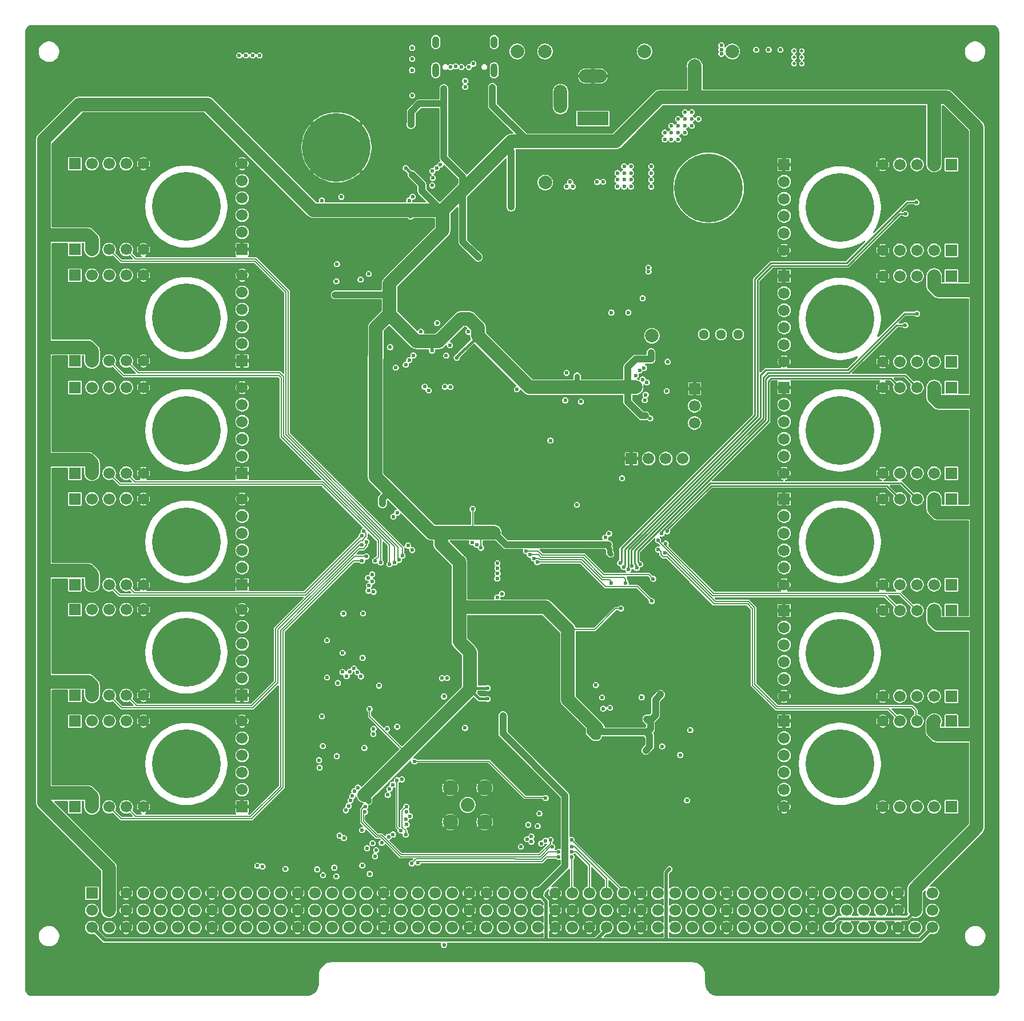
<source format=gbr>
%TF.GenerationSoftware,KiCad,Pcbnew,9.0.2*%
%TF.CreationDate,2025-10-10T15:19:05+02:00*%
%TF.ProjectId,main-board,6d61696e-2d62-46f6-9172-642e6b696361,rev?*%
%TF.SameCoordinates,Original*%
%TF.FileFunction,Copper,L3,Inr*%
%TF.FilePolarity,Positive*%
%FSLAX46Y46*%
G04 Gerber Fmt 4.6, Leading zero omitted, Abs format (unit mm)*
G04 Created by KiCad (PCBNEW 9.0.2) date 2025-10-10 15:19:05*
%MOMM*%
%LPD*%
G01*
G04 APERTURE LIST*
%TA.AperFunction,ComponentPad*%
%ADD10R,1.700000X1.700000*%
%TD*%
%TA.AperFunction,ComponentPad*%
%ADD11C,1.700000*%
%TD*%
%TA.AperFunction,ComponentPad*%
%ADD12C,10.160000*%
%TD*%
%TA.AperFunction,HeatsinkPad*%
%ADD13C,0.500000*%
%TD*%
%TA.AperFunction,ComponentPad*%
%ADD14C,2.000000*%
%TD*%
%TA.AperFunction,ComponentPad*%
%ADD15R,4.600000X2.000000*%
%TD*%
%TA.AperFunction,ComponentPad*%
%ADD16O,4.200000X2.000000*%
%TD*%
%TA.AperFunction,ComponentPad*%
%ADD17O,2.000000X4.200000*%
%TD*%
%TA.AperFunction,ComponentPad*%
%ADD18C,2.050000*%
%TD*%
%TA.AperFunction,ComponentPad*%
%ADD19C,2.250000*%
%TD*%
%TA.AperFunction,ComponentPad*%
%ADD20C,1.440000*%
%TD*%
%TA.AperFunction,HeatsinkPad*%
%ADD21O,1.000000X2.100000*%
%TD*%
%TA.AperFunction,HeatsinkPad*%
%ADD22O,1.000000X1.800000*%
%TD*%
%TA.AperFunction,ViaPad*%
%ADD23C,0.600000*%
%TD*%
%TA.AperFunction,Conductor*%
%ADD24C,0.200000*%
%TD*%
%TA.AperFunction,Conductor*%
%ADD25C,2.000000*%
%TD*%
%TA.AperFunction,Conductor*%
%ADD26C,1.000000*%
%TD*%
%TA.AperFunction,Conductor*%
%ADD27C,0.750000*%
%TD*%
%TA.AperFunction,Conductor*%
%ADD28C,0.400000*%
%TD*%
%TA.AperFunction,Conductor*%
%ADD29C,0.150000*%
%TD*%
%TA.AperFunction,Conductor*%
%ADD30C,0.500000*%
%TD*%
%TA.AperFunction,Conductor*%
%ADD31C,0.250000*%
%TD*%
G04 APERTURE END LIST*
D10*
%TO.N,5V*%
%TO.C,CG10*%
X240645000Y-94270000D03*
D11*
%TO.N,3V3*%
X238105000Y-94270000D03*
%TO.N,/CG_I2C_SDA_10*%
X235565000Y-94270000D03*
%TO.N,/CG_I2C_SCL_10*%
X233025000Y-94270000D03*
%TO.N,GND*%
X230485000Y-94270000D03*
D10*
%TO.N,5V*%
X240645000Y-106970000D03*
D11*
%TO.N,VDDIO*%
X238105000Y-106970000D03*
%TO.N,-5V*%
X235565000Y-106970000D03*
%TO.N,/EN_CG_10*%
X233025000Y-106970000D03*
%TO.N,GND*%
X230485000Y-106970000D03*
D10*
X215880000Y-94270000D03*
D11*
%TO.N,/Vout_A_10*%
X215880000Y-96810000D03*
X215880000Y-99350000D03*
%TO.N,/Vout_diff_10*%
X215880000Y-101890000D03*
%TO.N,/Vout_B_10*%
X215880000Y-104430000D03*
%TO.N,GND*%
X215880000Y-106970000D03*
D12*
%TO.N,/Vout_A_10*%
X224135000Y-100620000D03*
%TD*%
D10*
%TO.N,5V*%
%TO.C,CG4*%
X110855000Y-90460000D03*
D11*
%TO.N,3V3*%
X113395000Y-90460000D03*
%TO.N,/CG_I2C_SDA_4*%
X115935000Y-90460000D03*
%TO.N,/CG_I2C_SCL_4*%
X118475000Y-90460000D03*
%TO.N,GND*%
X121015000Y-90460000D03*
D10*
%TO.N,5V*%
X110855000Y-77760000D03*
D11*
%TO.N,VDDIO*%
X113395000Y-77760000D03*
%TO.N,-5V*%
X115935000Y-77760000D03*
%TO.N,/EN_CG_4*%
X118475000Y-77760000D03*
%TO.N,GND*%
X121015000Y-77760000D03*
D10*
X135620000Y-90460000D03*
D11*
%TO.N,/Vout_A_4*%
X135620000Y-87920000D03*
X135620000Y-85380000D03*
%TO.N,/Vout_diff_4*%
X135620000Y-82840000D03*
%TO.N,/Vout_B_4*%
X135620000Y-80300000D03*
%TO.N,GND*%
X135620000Y-77760000D03*
D12*
%TO.N,/Vout_A_4*%
X127365000Y-84110000D03*
%TD*%
D10*
%TO.N,5V*%
%TO.C,CG5*%
X110855000Y-73825000D03*
D11*
%TO.N,3V3*%
X113395000Y-73825000D03*
%TO.N,/CG_I2C_SDA_5*%
X115935000Y-73825000D03*
%TO.N,/CG_I2C_SCL_5*%
X118475000Y-73825000D03*
%TO.N,GND*%
X121015000Y-73825000D03*
D10*
%TO.N,5V*%
X110855000Y-61125000D03*
D11*
%TO.N,VDDIO*%
X113395000Y-61125000D03*
%TO.N,-5V*%
X115935000Y-61125000D03*
%TO.N,/EN_CG_5*%
X118475000Y-61125000D03*
%TO.N,GND*%
X121015000Y-61125000D03*
D10*
X135620000Y-73825000D03*
D11*
%TO.N,/Vout_A_5*%
X135620000Y-71285000D03*
X135620000Y-68745000D03*
%TO.N,/Vout_diff_5*%
X135620000Y-66205000D03*
%TO.N,/Vout_B_5*%
X135620000Y-63665000D03*
%TO.N,GND*%
X135620000Y-61125000D03*
D12*
%TO.N,/Vout_A_5*%
X127365000Y-67475000D03*
%TD*%
D10*
%TO.N,5V*%
%TO.C,CG6*%
X110855000Y-57315000D03*
D11*
%TO.N,3V3*%
X113395000Y-57315000D03*
%TO.N,/CG_I2C_SDA_6*%
X115935000Y-57315000D03*
%TO.N,/CG_I2C_SCL_6*%
X118475000Y-57315000D03*
%TO.N,GND*%
X121015000Y-57315000D03*
D10*
%TO.N,5V*%
X110855000Y-44615000D03*
D11*
%TO.N,VDDIO*%
X113395000Y-44615000D03*
%TO.N,-5V*%
X115935000Y-44615000D03*
%TO.N,/EN_CG_6*%
X118475000Y-44615000D03*
%TO.N,GND*%
X121015000Y-44615000D03*
D10*
X135620000Y-57315000D03*
D11*
%TO.N,/Vout_A_6*%
X135620000Y-54775000D03*
X135620000Y-52235000D03*
%TO.N,/Vout_diff_6*%
X135620000Y-49695000D03*
%TO.N,/Vout_B_6*%
X135620000Y-47155000D03*
%TO.N,GND*%
X135620000Y-44615000D03*
D12*
%TO.N,/Vout_A_6*%
X127365000Y-50965000D03*
%TD*%
D10*
%TO.N,5V*%
%TO.C,CG11*%
X240645000Y-110780000D03*
D11*
%TO.N,3V3*%
X238105000Y-110780000D03*
%TO.N,/CG_I2C_SDA_11*%
X235565000Y-110780000D03*
%TO.N,/CG_I2C_SCL_11*%
X233025000Y-110780000D03*
%TO.N,GND*%
X230485000Y-110780000D03*
D10*
%TO.N,5V*%
X240645000Y-123480000D03*
D11*
%TO.N,VDDIO*%
X238105000Y-123480000D03*
%TO.N,-5V*%
X235565000Y-123480000D03*
%TO.N,/EN_CG_11*%
X233025000Y-123480000D03*
%TO.N,GND*%
X230485000Y-123480000D03*
D10*
X215880000Y-110780000D03*
D11*
%TO.N,/Vout_A_11*%
X215880000Y-113320000D03*
X215880000Y-115860000D03*
%TO.N,/Vout_diff_11*%
X215880000Y-118400000D03*
%TO.N,/Vout_B_11*%
X215880000Y-120940000D03*
%TO.N,GND*%
X215880000Y-123480000D03*
D12*
%TO.N,/Vout_A_11*%
X224135000Y-117130000D03*
%TD*%
D10*
%TO.N,5V*%
%TO.C,CG7*%
X240645000Y-44740000D03*
D11*
%TO.N,3V3*%
X238105000Y-44740000D03*
%TO.N,/CG_I2C_SDA_7*%
X235565000Y-44740000D03*
%TO.N,/CG_I2C_SCL_7*%
X233025000Y-44740000D03*
%TO.N,GND*%
X230485000Y-44740000D03*
D10*
%TO.N,5V*%
X240645000Y-57440000D03*
D11*
%TO.N,VDDIO*%
X238105000Y-57440000D03*
%TO.N,-5V*%
X235565000Y-57440000D03*
%TO.N,/EN_CG_7*%
X233025000Y-57440000D03*
%TO.N,GND*%
X230485000Y-57440000D03*
D10*
X215880000Y-44740000D03*
D11*
%TO.N,/Vout_A_7*%
X215880000Y-47280000D03*
X215880000Y-49820000D03*
%TO.N,/Vout_diff_7*%
X215880000Y-52360000D03*
%TO.N,/Vout_B_7*%
X215880000Y-54900000D03*
%TO.N,GND*%
X215880000Y-57440000D03*
D12*
%TO.N,/Vout_A_7*%
X224135000Y-51090000D03*
%TD*%
D13*
%TO.N,-5V*%
%TO.C,U4*%
X217350000Y-27920000D03*
X217350000Y-28860000D03*
X217350000Y-29800000D03*
X218500000Y-27920000D03*
X218500000Y-28860000D03*
X218500000Y-29800000D03*
%TD*%
D14*
%TO.N,/VEXT*%
%TO.C,TP5*%
X180475000Y-28000000D03*
%TD*%
D15*
%TO.N,/VEXT*%
%TO.C,J47*%
X187560000Y-37940000D03*
D16*
%TO.N,GND*%
X187560000Y-31640000D03*
D17*
%TO.N,N/C*%
X182760000Y-35040000D03*
%TD*%
D18*
%TO.N,/CLOCK*%
%TO.C,J7*%
X169010000Y-139585001D03*
D19*
%TO.N,GND*%
X166470000Y-137045002D03*
X166470001Y-142125001D03*
X171549999Y-137045001D03*
X171550000Y-142125000D03*
%TD*%
D10*
%TO.N,5V*%
%TO.C,U23*%
X113376000Y-152657455D03*
D11*
%TO.N,3V3*%
X115916000Y-152657455D03*
%TO.N,GND*%
X118456000Y-152657455D03*
%TO.N,/Vout_diff_1*%
X120996000Y-152657455D03*
%TO.N,/Vout_A_1*%
X123536000Y-152657455D03*
%TO.N,/Vout_A_2*%
X126076000Y-152657455D03*
%TO.N,/Vout_diff_2*%
X128616000Y-152657455D03*
%TO.N,GND*%
X131156000Y-152657455D03*
%TO.N,/Vout_diff_3*%
X133696000Y-152657455D03*
%TO.N,/Vout_A_3*%
X136236000Y-152657455D03*
%TO.N,/Vout_A_4*%
X138776000Y-152657455D03*
%TO.N,/Vout_diff_4*%
X141316000Y-152657455D03*
%TO.N,GND*%
X143856000Y-152657455D03*
%TO.N,/Vout_diff_5*%
X146396000Y-152657455D03*
%TO.N,/Vout_A_5*%
X148936000Y-152657455D03*
%TO.N,/Vout_A_6*%
X151476000Y-152657455D03*
%TO.N,/Vout_diff_6*%
X154016000Y-152657455D03*
%TO.N,GND*%
X156556000Y-152657455D03*
%TO.N,/GPIO_22*%
X159096000Y-152657455D03*
%TO.N,/GPIO_21*%
X161636000Y-152657455D03*
%TO.N,/GPIO_20*%
X164176000Y-152657455D03*
%TO.N,-5V*%
X166716000Y-152657455D03*
%TO.N,GND*%
X169256000Y-152657455D03*
X171796000Y-152657455D03*
%TO.N,/CLK3*%
X174336000Y-152657455D03*
%TO.N,/CLK2*%
X176876000Y-152657455D03*
%TO.N,VDDIO*%
X179416000Y-152657455D03*
%TO.N,GND*%
X181956000Y-152657455D03*
%TO.N,/GPIO_19*%
X184496000Y-152657455D03*
%TO.N,/GPIO_18*%
X187036000Y-152657455D03*
%TO.N,/GPIO_17*%
X189576000Y-152657455D03*
%TO.N,/GPIO_16*%
X192116000Y-152657455D03*
%TO.N,GND*%
X194656000Y-152657455D03*
%TO.N,/Vout_diff_7*%
X197196000Y-152657455D03*
%TO.N,/Vout_A_7*%
X199736000Y-152657455D03*
%TO.N,/Vout_A_8*%
X202276000Y-152657455D03*
%TO.N,/Vout_diff_8*%
X204816000Y-152657455D03*
%TO.N,GND*%
X207356000Y-152657455D03*
%TO.N,/Vout_diff_9*%
X209896000Y-152657455D03*
%TO.N,/Vout_A_9*%
X212436000Y-152657455D03*
%TO.N,/Vout_A_10*%
X214976000Y-152657455D03*
%TO.N,/Vout_diff_10*%
X217516000Y-152657455D03*
%TO.N,GND*%
X220056000Y-152657455D03*
%TO.N,/Vout_diff_11*%
X222596000Y-152657455D03*
%TO.N,/Vout_A_11*%
X225136000Y-152657455D03*
%TO.N,/Vout_A_12*%
X227676000Y-152657455D03*
%TO.N,/Vout_diff_12*%
X230216000Y-152657455D03*
%TO.N,GND*%
X232756000Y-152657455D03*
%TO.N,3V3*%
X235296000Y-152657455D03*
%TO.N,5V*%
X237836000Y-152657455D03*
X113376000Y-155197455D03*
%TO.N,3V3*%
X115916000Y-155197455D03*
%TO.N,GND*%
X118456000Y-155197455D03*
%TO.N,/Vout_B_1*%
X120996000Y-155197455D03*
%TO.N,/Vout_A_1*%
X123536000Y-155197455D03*
%TO.N,/Vout_A_2*%
X126076000Y-155197455D03*
%TO.N,/Vout_B_2*%
X128616000Y-155197455D03*
%TO.N,GND*%
X131156000Y-155197455D03*
%TO.N,/Vout_B_3*%
X133696000Y-155197455D03*
%TO.N,/Vout_A_3*%
X136236000Y-155197455D03*
%TO.N,/Vout_A_4*%
X138776000Y-155197455D03*
%TO.N,/Vout_B_4*%
X141316000Y-155197455D03*
%TO.N,GND*%
X143856000Y-155197455D03*
%TO.N,/Vout_B_5*%
X146396000Y-155197455D03*
%TO.N,/Vout_A_5*%
X148936000Y-155197455D03*
%TO.N,/Vout_A_6*%
X151476000Y-155197455D03*
%TO.N,/Vout_B_6*%
X154016000Y-155197455D03*
%TO.N,GND*%
X156556000Y-155197455D03*
%TO.N,/CHEEP-CONNECTOR/SPI_FLASH.SCK*%
X159096000Y-155197455D03*
%TO.N,/CHEEP-CONNECTOR/SPI_FLASH.SD0*%
X161636000Y-155197455D03*
%TO.N,/CHEEP-CONNECTOR/SPI_FLASH.SD2*%
X164176000Y-155197455D03*
%TO.N,/CHEEP-CONNECTOR/UART.RX*%
X166716000Y-155197455D03*
%TO.N,GND*%
X169256000Y-155197455D03*
%TO.N,/CHEEP-CONNECTOR/JTAG.TCK*%
X171796000Y-155197455D03*
%TO.N,/CHEEP-CONNECTOR/JTAG.TMS*%
X174336000Y-155197455D03*
%TO.N,/nRST*%
X176876000Y-155197455D03*
%TO.N,/BOOT_SEL*%
X179416000Y-155197455D03*
%TO.N,GND*%
X181956000Y-155197455D03*
X184496000Y-155197455D03*
%TO.N,/EXIT_VALID*%
X187036000Y-155197455D03*
%TO.N,/EXIT_VALUE*%
X189576000Y-155197455D03*
%TO.N,GND*%
X192116000Y-155197455D03*
X194656000Y-155197455D03*
%TO.N,/Vout_B_7*%
X197196000Y-155197455D03*
%TO.N,/Vout_A_7*%
X199736000Y-155197455D03*
%TO.N,/Vout_A_8*%
X202276000Y-155197455D03*
%TO.N,/Vout_B_8*%
X204816000Y-155197455D03*
%TO.N,GND*%
X207356000Y-155197455D03*
%TO.N,/Vout_B_9*%
X209896000Y-155197455D03*
%TO.N,/Vout_A_9*%
X212436000Y-155197455D03*
%TO.N,/Vout_A_10*%
X214976000Y-155197455D03*
%TO.N,/Vout_B_10*%
X217516000Y-155197455D03*
%TO.N,GND*%
X220056000Y-155197455D03*
%TO.N,/Vout_B_11*%
X222596000Y-155197455D03*
%TO.N,/Vout_A_11*%
X225136000Y-155197455D03*
%TO.N,/Vout_A_12*%
X227676000Y-155197455D03*
%TO.N,/Vout_B_12*%
X230216000Y-155197455D03*
%TO.N,GND*%
X232756000Y-155197455D03*
%TO.N,3V3*%
X235296000Y-155197455D03*
%TO.N,5V*%
X237836000Y-155197455D03*
%TO.N,VDDIO*%
X113376000Y-157737455D03*
%TO.N,-5V*%
X115916000Y-157737455D03*
%TO.N,GND*%
X118456000Y-157737455D03*
%TO.N,/CHEEP-CONNECTOR/CHEEP_I2C.SCL*%
X120996000Y-157737455D03*
%TO.N,/CHEEP-CONNECTOR/CHEEP_I2C.SDA*%
X123536000Y-157737455D03*
%TO.N,N/C*%
X126076000Y-157737455D03*
X128616000Y-157737455D03*
%TO.N,GND*%
X131156000Y-157737455D03*
%TO.N,/GPIO_15*%
X133696000Y-157737455D03*
%TO.N,/GPIO_playground/GPIO.PB_3*%
X136236000Y-157737455D03*
%TO.N,/GPIO_playground/GPIO.PB_2*%
X138776000Y-157737455D03*
%TO.N,/GPIO_playground/GPIO.PB_1*%
X141316000Y-157737455D03*
%TO.N,GND*%
X143856000Y-157737455D03*
%TO.N,/GPIO_playground/GPIO.SW_4*%
X146396000Y-157737455D03*
%TO.N,/GPIO_playground/GPIO.SW_3*%
X148936000Y-157737455D03*
%TO.N,/GPIO_playground/GPIO.SW_2*%
X151476000Y-157737455D03*
%TO.N,/GPIO_playground/GPIO.SW_1*%
X154016000Y-157737455D03*
%TO.N,GND*%
X156556000Y-157737455D03*
%TO.N,/CHEEP-CONNECTOR/SPI_FLASH.CS0*%
X159096000Y-157737455D03*
%TO.N,/CHEEP-CONNECTOR/SPI_FLASH.SD1*%
X161636000Y-157737455D03*
%TO.N,/CHEEP-CONNECTOR/SPI_FLASH.SD3*%
X164176000Y-157737455D03*
%TO.N,/CHEEP-CONNECTOR/UART.TX*%
X166716000Y-157737455D03*
%TO.N,GND*%
X169256000Y-157737455D03*
%TO.N,/CHEEP-CONNECTOR/JTAG.TDO*%
X171796000Y-157737455D03*
%TO.N,/CHEEP-CONNECTOR/JTAG.TDI*%
X174336000Y-157737455D03*
%TO.N,/CHEEP-CONNECTOR/JTAG.TRST*%
X176876000Y-157737455D03*
%TO.N,/EXEC_FLASH*%
X179416000Y-157737455D03*
%TO.N,GND*%
X181956000Y-157737455D03*
%TO.N,/CLOCK*%
X184496000Y-157737455D03*
%TO.N,GND*%
X187036000Y-157737455D03*
%TO.N,VDDIO*%
X189576000Y-157737455D03*
%TO.N,/CLK32K*%
X192116000Y-157737455D03*
%TO.N,GND*%
X194656000Y-157737455D03*
%TO.N,/GPIO_playground/GPIO.LED_G_1*%
X197196000Y-157737455D03*
%TO.N,/GPIO_playground/GPIO.LED_R_1*%
X199736000Y-157737455D03*
%TO.N,/GPIO_playground/GPIO.LED_G_2*%
X202276000Y-157737455D03*
%TO.N,/GPIO_playground/GPIO.LED_R_2*%
X204816000Y-157737455D03*
%TO.N,GND*%
X207356000Y-157737455D03*
%TO.N,/GPIO_playground/GPIO.LED_B_1*%
X209896000Y-157737455D03*
%TO.N,/GPIO_2*%
X212436000Y-157737455D03*
%TO.N,/GPIO_1*%
X214976000Y-157737455D03*
%TO.N,/GPIO_0*%
X217516000Y-157737455D03*
%TO.N,GND*%
X220056000Y-157737455D03*
%TO.N,3V3*%
X222596000Y-157737455D03*
%TO.N,5V*%
X225136000Y-157737455D03*
%TO.N,-5V*%
X227676000Y-157737455D03*
%TO.N,N/C*%
X230216000Y-157737455D03*
%TO.N,GND*%
X232756000Y-157737455D03*
%TO.N,-5V*%
X235296000Y-157737455D03*
%TO.N,VDDIO*%
X237836000Y-157737455D03*
%TD*%
D10*
%TO.N,5V*%
%TO.C,CG2*%
X110855000Y-123355000D03*
D11*
%TO.N,3V3*%
X113395000Y-123355000D03*
%TO.N,/CG_I2C_SDA_2*%
X115935000Y-123355000D03*
%TO.N,/CG_I2C_SCL_2*%
X118475000Y-123355000D03*
%TO.N,GND*%
X121015000Y-123355000D03*
D10*
%TO.N,5V*%
X110855000Y-110655000D03*
D11*
%TO.N,VDDIO*%
X113395000Y-110655000D03*
%TO.N,-5V*%
X115935000Y-110655000D03*
%TO.N,/EN_CG_2*%
X118475000Y-110655000D03*
%TO.N,GND*%
X121015000Y-110655000D03*
D10*
X135620000Y-123355000D03*
D11*
%TO.N,/Vout_A_2*%
X135620000Y-120815000D03*
X135620000Y-118275000D03*
%TO.N,/Vout_diff_2*%
X135620000Y-115735000D03*
%TO.N,/Vout_B_2*%
X135620000Y-113195000D03*
%TO.N,GND*%
X135620000Y-110655000D03*
D12*
%TO.N,/Vout_A_2*%
X127365000Y-117005000D03*
%TD*%
D10*
%TO.N,5V*%
%TO.C,CG9*%
X240645000Y-77760000D03*
D11*
%TO.N,3V3*%
X238105000Y-77760000D03*
%TO.N,/CG_I2C_SDA_9*%
X235565000Y-77760000D03*
%TO.N,/CG_I2C_SCL_9*%
X233025000Y-77760000D03*
%TO.N,GND*%
X230485000Y-77760000D03*
D10*
%TO.N,5V*%
X240645000Y-90460000D03*
D11*
%TO.N,VDDIO*%
X238105000Y-90460000D03*
%TO.N,-5V*%
X235565000Y-90460000D03*
%TO.N,/EN_CG_9*%
X233025000Y-90460000D03*
%TO.N,GND*%
X230485000Y-90460000D03*
D10*
X215880000Y-77760000D03*
D11*
%TO.N,/Vout_A_9*%
X215880000Y-80300000D03*
X215880000Y-82840000D03*
%TO.N,/Vout_diff_9*%
X215880000Y-85380000D03*
%TO.N,/Vout_B_9*%
X215880000Y-87920000D03*
%TO.N,GND*%
X215880000Y-90460000D03*
D12*
%TO.N,/Vout_A_9*%
X224135000Y-84110000D03*
%TD*%
%TO.N,GND*%
%TO.C,J2*%
X149590000Y-42200000D03*
%TD*%
D10*
%TO.N,GND*%
%TO.C,J3*%
X193278000Y-88301000D03*
D11*
%TO.N,/I2C_expander/SCL_EXT*%
X195818000Y-88301000D03*
%TO.N,/I2C_expander/SDA_EXT*%
X198358000Y-88301000D03*
%TO.N,3V3*%
X200898000Y-88301000D03*
%TD*%
D10*
%TO.N,GND*%
%TO.C,J73*%
X202630000Y-77940000D03*
D11*
%TO.N,/CHEEP-CONNECTOR/UART.RX*%
X202630000Y-80480000D03*
%TO.N,/CHEEP-CONNECTOR/UART.TX*%
X202630000Y-83020000D03*
%TD*%
D10*
%TO.N,5V*%
%TO.C,CG12*%
X240649000Y-127163000D03*
D11*
%TO.N,3V3*%
X238109000Y-127163000D03*
%TO.N,/CG_I2C_SDA_12*%
X235569000Y-127163000D03*
%TO.N,/CG_I2C_SCL_12*%
X233029000Y-127163000D03*
%TO.N,GND*%
X230489000Y-127163000D03*
D10*
%TO.N,5V*%
X240649000Y-139863000D03*
D11*
%TO.N,VDDIO*%
X238109000Y-139863000D03*
%TO.N,-5V*%
X235569000Y-139863000D03*
%TO.N,/EN_CG_12*%
X233029000Y-139863000D03*
%TO.N,GND*%
X230489000Y-139863000D03*
D10*
X215884000Y-127163000D03*
D11*
%TO.N,/Vout_A_12*%
X215884000Y-129703000D03*
X215884000Y-132243000D03*
%TO.N,/Vout_diff_12*%
X215884000Y-134783000D03*
%TO.N,/Vout_B_12*%
X215884000Y-137323000D03*
%TO.N,GND*%
X215884000Y-139863000D03*
D12*
%TO.N,/Vout_A_12*%
X224139000Y-133513000D03*
%TD*%
D20*
%TO.N,Net-(J9-Pin_1)*%
%TO.C,RV1*%
X204000000Y-69900000D03*
%TO.N,Net-(R69-Pad1)*%
X206540000Y-69900000D03*
%TO.N,unconnected-(RV1-Pad3)*%
X209080000Y-69900000D03*
%TD*%
D14*
%TO.N,3V3*%
%TO.C,TP3*%
X195200000Y-28000000D03*
%TD*%
D12*
%TO.N,/VEXT*%
%TO.C,J66*%
X204700000Y-48200000D03*
%TD*%
D14*
%TO.N,VDDIO*%
%TO.C,TP6*%
X196300000Y-70100000D03*
%TD*%
D10*
%TO.N,5V*%
%TO.C,CG8*%
X240645000Y-61250000D03*
D11*
%TO.N,3V3*%
X238105000Y-61250000D03*
%TO.N,/CG_I2C_SDA_8*%
X235565000Y-61250000D03*
%TO.N,/CG_I2C_SCL_8*%
X233025000Y-61250000D03*
%TO.N,GND*%
X230485000Y-61250000D03*
D10*
%TO.N,5V*%
X240645000Y-73950000D03*
D11*
%TO.N,VDDIO*%
X238105000Y-73950000D03*
%TO.N,-5V*%
X235565000Y-73950000D03*
%TO.N,/EN_CG_8*%
X233025000Y-73950000D03*
%TO.N,GND*%
X230485000Y-73950000D03*
D10*
X215880000Y-61250000D03*
D11*
%TO.N,/Vout_A_8*%
X215880000Y-63790000D03*
X215880000Y-66330000D03*
%TO.N,/Vout_diff_8*%
X215880000Y-68870000D03*
%TO.N,/Vout_B_8*%
X215880000Y-71410000D03*
%TO.N,GND*%
X215880000Y-73950000D03*
D12*
%TO.N,/Vout_A_8*%
X224135000Y-67600000D03*
%TD*%
D21*
%TO.N,Net-(J8-SHIELD)*%
%TO.C,J8*%
X172940000Y-30780000D03*
D22*
X172940000Y-26600000D03*
D21*
X164300000Y-30780000D03*
D22*
X164300000Y-26600000D03*
%TD*%
D14*
%TO.N,5V*%
%TO.C,TP2*%
X180500000Y-47400000D03*
%TD*%
D10*
%TO.N,5V*%
%TO.C,CG1*%
X110855000Y-139865000D03*
D11*
%TO.N,3V3*%
X113395000Y-139865000D03*
%TO.N,/CG_I2C_SDA_1*%
X115935000Y-139865000D03*
%TO.N,/CG_I2C_SCL_1*%
X118475000Y-139865000D03*
%TO.N,GND*%
X121015000Y-139865000D03*
D10*
%TO.N,5V*%
X110855000Y-127165000D03*
D11*
%TO.N,VDDIO*%
X113395000Y-127165000D03*
%TO.N,-5V*%
X115935000Y-127165000D03*
%TO.N,/EN_CG_1*%
X118475000Y-127165000D03*
%TO.N,GND*%
X121015000Y-127165000D03*
D10*
X135620000Y-139865000D03*
D11*
%TO.N,/Vout_A_1*%
X135620000Y-137325000D03*
X135620000Y-134785000D03*
%TO.N,/Vout_diff_1*%
X135620000Y-132245000D03*
%TO.N,/Vout_B_1*%
X135620000Y-129705000D03*
%TO.N,GND*%
X135620000Y-127165000D03*
D12*
%TO.N,/Vout_A_1*%
X127365000Y-133515000D03*
%TD*%
D14*
%TO.N,-5V*%
%TO.C,TP1*%
X208200000Y-28000000D03*
%TD*%
%TO.N,/VUSB*%
%TO.C,TP4*%
X176350000Y-28000000D03*
%TD*%
D10*
%TO.N,5V*%
%TO.C,CG3*%
X110855000Y-106970000D03*
D11*
%TO.N,3V3*%
X113395000Y-106970000D03*
%TO.N,/CG_I2C_SDA_3*%
X115935000Y-106970000D03*
%TO.N,/CG_I2C_SCL_3*%
X118475000Y-106970000D03*
%TO.N,GND*%
X121015000Y-106970000D03*
D10*
%TO.N,5V*%
X110855000Y-94270000D03*
D11*
%TO.N,VDDIO*%
X113395000Y-94270000D03*
%TO.N,-5V*%
X115935000Y-94270000D03*
%TO.N,/EN_CG_3*%
X118475000Y-94270000D03*
%TO.N,GND*%
X121015000Y-94270000D03*
D10*
X135620000Y-106970000D03*
D11*
%TO.N,/Vout_A_3*%
X135620000Y-104430000D03*
X135620000Y-101890000D03*
%TO.N,/Vout_diff_3*%
X135620000Y-99350000D03*
%TO.N,/Vout_B_3*%
X135620000Y-96810000D03*
%TO.N,GND*%
X135620000Y-94270000D03*
D12*
%TO.N,/Vout_A_3*%
X127365000Y-100620000D03*
%TD*%
D23*
%TO.N,GND*%
X128000000Y-25690000D03*
X133080000Y-25690000D03*
X125460000Y-25690000D03*
X117840000Y-25690000D03*
X115300000Y-25690000D03*
X122920000Y-25690000D03*
X130540000Y-25690000D03*
X120380000Y-25690000D03*
X241030000Y-32040000D03*
X241030000Y-26960000D03*
X241030000Y-29500000D03*
X239760000Y-28230000D03*
X239760000Y-25690000D03*
X238490000Y-32040000D03*
X239760000Y-30770000D03*
X239760000Y-33310000D03*
X238490000Y-26960000D03*
X238490000Y-29500000D03*
X237220000Y-28230000D03*
X237220000Y-25690000D03*
X235950000Y-32040000D03*
X237220000Y-30770000D03*
X237220000Y-33310000D03*
X235950000Y-26960000D03*
X235950000Y-29500000D03*
X234680000Y-28230000D03*
X234680000Y-25690000D03*
X233410000Y-32040000D03*
X234680000Y-30770000D03*
X234680000Y-33310000D03*
X233410000Y-26960000D03*
X233410000Y-29500000D03*
X186420000Y-120940000D03*
X188960000Y-120940000D03*
X187690000Y-119670000D03*
X188960000Y-118400000D03*
X187690000Y-117130000D03*
X187690000Y-114590000D03*
X188960000Y-115860000D03*
X199120000Y-114590000D03*
X192770000Y-119670000D03*
X194040000Y-118400000D03*
X192770000Y-114590000D03*
X192770000Y-117130000D03*
X194040000Y-115860000D03*
X195310000Y-114590000D03*
X195310000Y-117130000D03*
X200390000Y-120940000D03*
X202930000Y-127290000D03*
X202930000Y-124750000D03*
X202930000Y-122210000D03*
X202930000Y-119670000D03*
X202930000Y-117130000D03*
X190230000Y-112050000D03*
X192770000Y-112050000D03*
X195310000Y-112050000D03*
X197850000Y-112050000D03*
X200390000Y-112050000D03*
X201660000Y-113320000D03*
X202930000Y-114590000D03*
X204200000Y-120940000D03*
X204200000Y-118400000D03*
X204200000Y-115860000D03*
X204200000Y-113320000D03*
X190230000Y-104430000D03*
X197850000Y-105700000D03*
X196580000Y-104430000D03*
X199120000Y-104430000D03*
X202930000Y-103160000D03*
X201660000Y-101890000D03*
X202930000Y-100620000D03*
X200390000Y-100620000D03*
X201660000Y-99350000D03*
X202930000Y-98080000D03*
X200390000Y-98080000D03*
X201660000Y-96810000D03*
X202930000Y-95540000D03*
X204200000Y-94270000D03*
X204200000Y-104430000D03*
X204200000Y-101890000D03*
X204200000Y-99350000D03*
X204200000Y-96810000D03*
X185150000Y-71410000D03*
X187690000Y-73950000D03*
X186420000Y-75220000D03*
X180070000Y-75220000D03*
X174990000Y-71410000D03*
X181340000Y-73950000D03*
X178800000Y-73950000D03*
X180070000Y-72680000D03*
X181340000Y-71410000D03*
X178800000Y-71410000D03*
X180070000Y-70140000D03*
X181340000Y-68870000D03*
X178800000Y-68870000D03*
X173720000Y-58710000D03*
X172450000Y-59980000D03*
X173720000Y-61250000D03*
X167370000Y-59980000D03*
X168640000Y-61250000D03*
X169910000Y-62520000D03*
X171180000Y-63790000D03*
X168640000Y-63790000D03*
X167386939Y-62523944D03*
X166100000Y-61250000D03*
X164830000Y-63790000D03*
X162290000Y-63790000D03*
X163560000Y-62520000D03*
X163560000Y-59980000D03*
X162290000Y-61250000D03*
X160999116Y-62466397D03*
X159750000Y-63790000D03*
X155940000Y-65060000D03*
X153400000Y-65060000D03*
X153400000Y-67600000D03*
X154670000Y-66330000D03*
X152130000Y-66330000D03*
X147050000Y-63790000D03*
X148320000Y-65060000D03*
X149590000Y-66330000D03*
X148320000Y-67600000D03*
X147050000Y-66330000D03*
X145780000Y-65060000D03*
X144510000Y-63790000D03*
X143240000Y-62520000D03*
X141970000Y-61250000D03*
X145780000Y-62520000D03*
X144510000Y-61250000D03*
X143240000Y-59980000D03*
X141970000Y-58710000D03*
X145780000Y-59980000D03*
X144510000Y-58710000D03*
X143240000Y-57440000D03*
X141970000Y-56170000D03*
X140592627Y-54885615D03*
X145780000Y-57440000D03*
X144510000Y-56170000D03*
X143240000Y-54900000D03*
X141970000Y-53630000D03*
X140700000Y-52360000D03*
X187690000Y-62520000D03*
X187690000Y-57440000D03*
X194063109Y-57441286D03*
X191500000Y-57440000D03*
X192770000Y-56170000D03*
X197850000Y-58710000D03*
X197850000Y-56170000D03*
X196580000Y-54900000D03*
X194040000Y-54900000D03*
X191500000Y-54900000D03*
X197850000Y-53630000D03*
X195310000Y-53630000D03*
X192770000Y-53630000D03*
X177530000Y-57440000D03*
X178800000Y-56170000D03*
X178800000Y-58710000D03*
X183880000Y-63790000D03*
X182610000Y-62520000D03*
X181340000Y-61250000D03*
X180070000Y-59980000D03*
X182610000Y-59980000D03*
X183880000Y-61250000D03*
X185150000Y-62520000D03*
X185150000Y-59980000D03*
X181340000Y-58710000D03*
X183880000Y-58710000D03*
X185219273Y-57426641D03*
X182610000Y-57440000D03*
X180070000Y-57440000D03*
X188960000Y-56170000D03*
X183880000Y-56170000D03*
X186420000Y-56170000D03*
X181340000Y-56170000D03*
X180070000Y-54900000D03*
X182610000Y-54900000D03*
X185128544Y-54899999D03*
X187690000Y-54900000D03*
X188960000Y-53630000D03*
X186420000Y-53630000D03*
X183880000Y-53630000D03*
X181340000Y-53630000D03*
X206740000Y-25690000D03*
X210550000Y-25690000D03*
X206740000Y-33310000D03*
X209280000Y-30770000D03*
X202930000Y-28230000D03*
X201660000Y-26960000D03*
X204200000Y-26960000D03*
X205470000Y-28230000D03*
X191500000Y-34580000D03*
X188960000Y-34580000D03*
X186205628Y-34451508D03*
X185150000Y-33310000D03*
X187690000Y-33310000D03*
X190230000Y-33310000D03*
X191500000Y-32040000D03*
X183880000Y-32040000D03*
X185150000Y-30770000D03*
X190230000Y-30770000D03*
X191500000Y-29500000D03*
X188960000Y-29500000D03*
X186420000Y-29500000D03*
X183880000Y-29500000D03*
X190230000Y-28230000D03*
X187690000Y-28230000D03*
X185150000Y-28230000D03*
X191500000Y-26960000D03*
X189110709Y-26918544D03*
X186420000Y-26960000D03*
X183880000Y-26960000D03*
X153400000Y-47280000D03*
X155940000Y-47280000D03*
X154670000Y-46010000D03*
X155940000Y-44740000D03*
X157210000Y-43470000D03*
X155940000Y-42200000D03*
X157210000Y-40930000D03*
X155940000Y-39660000D03*
X153400000Y-37120000D03*
X154670000Y-38390000D03*
X157210000Y-38390000D03*
X155940000Y-37120000D03*
X155940000Y-34580000D03*
X157210000Y-35850000D03*
X161050608Y-32009397D03*
X159750000Y-33310000D03*
X158480000Y-32040000D03*
X157210000Y-33310000D03*
X155940000Y-32040000D03*
X144510000Y-38390000D03*
X145780000Y-37120000D03*
X143240000Y-39660000D03*
X143240000Y-37120000D03*
X141970000Y-38390000D03*
X140700000Y-37120000D03*
X138160000Y-34580000D03*
X153400000Y-32040000D03*
X154670000Y-30770000D03*
X153400000Y-29500000D03*
X154670000Y-33310000D03*
X154670000Y-28230000D03*
X153400000Y-34580000D03*
X153400000Y-26960000D03*
X154754935Y-35798841D03*
X152214935Y-35798841D03*
X149590000Y-35850000D03*
X143240000Y-32040000D03*
X143240000Y-34580000D03*
X147134935Y-35798841D03*
X144510000Y-35850000D03*
X141931545Y-35829270D03*
X141970000Y-33310000D03*
X140700000Y-34580000D03*
X139430000Y-35850000D03*
X139430000Y-33310000D03*
X140700000Y-32040000D03*
X141970000Y-30770000D03*
X143240000Y-29500000D03*
X141970000Y-28230000D03*
X139430000Y-30770000D03*
X138160000Y-32040000D03*
X136890000Y-33310000D03*
X134350000Y-33310000D03*
X135620000Y-32040000D03*
X136890000Y-30770000D03*
X131810000Y-33310000D03*
X133080000Y-32040000D03*
X134350000Y-30770000D03*
X140700000Y-29500000D03*
X131810000Y-30770000D03*
X130540000Y-32040000D03*
X129270000Y-33310000D03*
X125460000Y-33310000D03*
X126730000Y-32040000D03*
X108950000Y-26960000D03*
X108950000Y-29500000D03*
X107680000Y-25690000D03*
X105140000Y-25690000D03*
X107680000Y-35850000D03*
X106410000Y-37120000D03*
X105140000Y-38390000D03*
X105140000Y-35850000D03*
X106410000Y-34580000D03*
X108950000Y-34580000D03*
X107680000Y-33310000D03*
X105140000Y-33310000D03*
X134350000Y-26960000D03*
X126730000Y-26960000D03*
X136890000Y-26960000D03*
X107680000Y-30770000D03*
X126730000Y-29500000D03*
X105140000Y-30770000D03*
X125460000Y-28230000D03*
X125460000Y-30770000D03*
X129270000Y-29500000D03*
X108950000Y-32040000D03*
X129270000Y-26960000D03*
X128000000Y-28230000D03*
X106410000Y-32040000D03*
X128000000Y-30770000D03*
X120380000Y-28230000D03*
X121650000Y-29500000D03*
X122920000Y-28230000D03*
X131810000Y-26960000D03*
X121650000Y-32040000D03*
X130540000Y-28230000D03*
X120380000Y-30770000D03*
X120380000Y-33310000D03*
X124190000Y-32040000D03*
X124190000Y-26960000D03*
X124190000Y-29500000D03*
X122920000Y-30770000D03*
X121650000Y-26960000D03*
X122920000Y-33310000D03*
X115300000Y-28230000D03*
X116570000Y-29500000D03*
X117840000Y-28230000D03*
X116570000Y-32040000D03*
X115300000Y-30770000D03*
X115300000Y-33310000D03*
X119110000Y-32040000D03*
X119110000Y-26960000D03*
X119110000Y-29500000D03*
X117840000Y-30770000D03*
X116570000Y-26960000D03*
X117840000Y-33310000D03*
X110220000Y-28230000D03*
X111490000Y-29500000D03*
X112760000Y-28230000D03*
X112760000Y-25690000D03*
X111490000Y-32040000D03*
X110220000Y-25690000D03*
X110220000Y-30770000D03*
X110220000Y-33310000D03*
X114030000Y-32040000D03*
X114030000Y-26960000D03*
X114030000Y-29500000D03*
X112760000Y-30770000D03*
X111490000Y-26960000D03*
X112760000Y-33310000D03*
X229600000Y-25690000D03*
X246110000Y-26960000D03*
X246110000Y-29500000D03*
X244840000Y-25690000D03*
X246110000Y-37120000D03*
X246110000Y-32040000D03*
X246110000Y-34580000D03*
X244840000Y-30770000D03*
X243570000Y-34580000D03*
X244840000Y-33310000D03*
X244840000Y-35850000D03*
X243570000Y-32040000D03*
X242300000Y-25690000D03*
X242300000Y-30770000D03*
X242300000Y-33310000D03*
X232140000Y-25690000D03*
X232140000Y-33310000D03*
X230870000Y-26960000D03*
X232140000Y-28230000D03*
X232140000Y-30770000D03*
X230870000Y-29500000D03*
X230870000Y-32040000D03*
X232140000Y-49820000D03*
X230870000Y-51090000D03*
X232140000Y-47280000D03*
X230870000Y-48550000D03*
X229600000Y-47280000D03*
X228330000Y-46010000D03*
X227060000Y-44740000D03*
X220710000Y-44740000D03*
X218170000Y-44740000D03*
X221980000Y-57440000D03*
X219440000Y-57440000D03*
X223250000Y-58710000D03*
X220710000Y-58710000D03*
X218170000Y-58710000D03*
X112760000Y-160310000D03*
X110220000Y-160310000D03*
X242300000Y-160310000D03*
X246110000Y-161580000D03*
X246110000Y-164120000D03*
X246188282Y-166614035D03*
X243570000Y-166660000D03*
X241030000Y-166660000D03*
X106410000Y-166660000D03*
X108950000Y-166660000D03*
X111490000Y-166660000D03*
X141970000Y-166660000D03*
X139430000Y-166660000D03*
X124190000Y-166660000D03*
X144510000Y-166660000D03*
X114030000Y-166660000D03*
X119110000Y-166660000D03*
X129270000Y-166660000D03*
X121650000Y-166660000D03*
X131810000Y-166660000D03*
X116570000Y-166660000D03*
X136890000Y-166660000D03*
X126730000Y-166660000D03*
X134350000Y-166660000D03*
X235950000Y-166660000D03*
X233410000Y-166660000D03*
X218170000Y-166660000D03*
X238490000Y-166660000D03*
X208010000Y-166660000D03*
X213090000Y-166660000D03*
X223250000Y-166660000D03*
X215630000Y-166660000D03*
X225790000Y-166660000D03*
X210550000Y-166660000D03*
X230870000Y-166660000D03*
X220710000Y-166660000D03*
X228330000Y-166660000D03*
X204200000Y-162850000D03*
X202930000Y-161580000D03*
X200390000Y-161580000D03*
X197850000Y-161580000D03*
X195310000Y-161580000D03*
X185150000Y-161580000D03*
X192770000Y-161580000D03*
X174990000Y-161580000D03*
X180070000Y-161580000D03*
X177530000Y-161580000D03*
X190230000Y-161580000D03*
X172450000Y-161580000D03*
X182610000Y-161580000D03*
X187690000Y-161580000D03*
X152130000Y-161580000D03*
X164830000Y-161580000D03*
X157210000Y-161580000D03*
X162290000Y-161580000D03*
X159750000Y-161580000D03*
X167370000Y-161580000D03*
X169910000Y-161580000D03*
X147050000Y-161580000D03*
X149590000Y-161580000D03*
X154670000Y-161580000D03*
X241030000Y-164120000D03*
X244840000Y-162850000D03*
X241030000Y-161580000D03*
X243570000Y-164120000D03*
X243570000Y-161580000D03*
X244840000Y-165390000D03*
X242300000Y-165390000D03*
X242300000Y-162850000D03*
X106410000Y-164120000D03*
X110220000Y-162850000D03*
X106410000Y-161580000D03*
X108950000Y-164120000D03*
X108950000Y-161580000D03*
X110220000Y-165390000D03*
X107680000Y-165390000D03*
X107680000Y-162850000D03*
X111490000Y-164120000D03*
X115300000Y-162850000D03*
X111490000Y-161580000D03*
X114030000Y-164120000D03*
X114030000Y-161580000D03*
X115300000Y-165390000D03*
X112760000Y-165390000D03*
X112760000Y-162850000D03*
X116570000Y-164120000D03*
X120380000Y-162850000D03*
X116570000Y-161580000D03*
X119110000Y-164120000D03*
X119110000Y-161580000D03*
X120380000Y-165390000D03*
X117840000Y-165390000D03*
X117840000Y-162850000D03*
X121650000Y-164120000D03*
X125460000Y-162850000D03*
X121650000Y-161580000D03*
X124190000Y-164120000D03*
X124190000Y-161580000D03*
X125460000Y-165390000D03*
X122920000Y-165390000D03*
X122920000Y-162850000D03*
X126730000Y-164120000D03*
X130540000Y-162850000D03*
X126730000Y-161580000D03*
X129270000Y-164120000D03*
X129270000Y-161580000D03*
X130540000Y-165390000D03*
X128000000Y-165390000D03*
X128000000Y-162850000D03*
X131810000Y-164120000D03*
X135620000Y-162850000D03*
X131810000Y-161580000D03*
X134350000Y-164120000D03*
X134350000Y-161580000D03*
X135620000Y-165390000D03*
X133080000Y-165390000D03*
X133080000Y-162850000D03*
X136890000Y-164120000D03*
X140700000Y-162850000D03*
X136890000Y-161580000D03*
X139430000Y-164120000D03*
X139430000Y-161580000D03*
X140700000Y-165390000D03*
X138160000Y-165390000D03*
X138160000Y-162850000D03*
X141970000Y-164120000D03*
X145780000Y-162850000D03*
X141970000Y-161580000D03*
X144510000Y-164120000D03*
X144510000Y-161580000D03*
X145780000Y-165390000D03*
X143240000Y-165390000D03*
X143240000Y-162850000D03*
X205470000Y-164120000D03*
X209280000Y-162850000D03*
X205470000Y-161580000D03*
X208010000Y-164120000D03*
X208010000Y-161580000D03*
X209280000Y-165390000D03*
X206740000Y-165390000D03*
X206740000Y-162850000D03*
X210550000Y-164120000D03*
X214360000Y-162850000D03*
X210550000Y-161580000D03*
X213090000Y-164120000D03*
X213090000Y-161580000D03*
X214360000Y-165390000D03*
X211820000Y-165390000D03*
X211820000Y-162850000D03*
X215630000Y-164120000D03*
X219440000Y-162850000D03*
X215630000Y-161580000D03*
X218170000Y-164120000D03*
X218170000Y-161580000D03*
X219440000Y-165390000D03*
X216900000Y-165390000D03*
X216900000Y-162850000D03*
X220710000Y-164120000D03*
X224520000Y-162850000D03*
X220710000Y-161580000D03*
X223250000Y-164120000D03*
X223250000Y-161580000D03*
X224520000Y-165390000D03*
X221980000Y-165390000D03*
X221980000Y-162850000D03*
X225790000Y-164120000D03*
X229600000Y-162850000D03*
X225790000Y-161580000D03*
X228330000Y-164120000D03*
X228330000Y-161580000D03*
X229600000Y-165390000D03*
X227060000Y-165390000D03*
X227060000Y-162850000D03*
X230870000Y-164120000D03*
X234680000Y-162850000D03*
X230870000Y-161580000D03*
X233410000Y-164120000D03*
X233410000Y-161580000D03*
X234680000Y-165390000D03*
X232140000Y-165390000D03*
X232140000Y-162850000D03*
X235950000Y-164120000D03*
X235950000Y-161580000D03*
X237220000Y-162850000D03*
X237220000Y-165390000D03*
X238490000Y-164120000D03*
X238490000Y-161580000D03*
X239760000Y-165390000D03*
X239760000Y-162850000D03*
X239760000Y-160310000D03*
X208010000Y-148880000D03*
X209280000Y-150150000D03*
X209280000Y-147610000D03*
X208010000Y-146340000D03*
X220710000Y-150150000D03*
X221980000Y-148880000D03*
X219440000Y-148880000D03*
X159750000Y-150150000D03*
X158480000Y-148880000D03*
X157210000Y-147610000D03*
X144510000Y-150150000D03*
X144510000Y-147610000D03*
X131810000Y-150150000D03*
X133080000Y-148880000D03*
X134350000Y-147610000D03*
X135620000Y-146340000D03*
X130540000Y-146340000D03*
X131810000Y-145070000D03*
X133080000Y-143800000D03*
X134350000Y-142530000D03*
X131810000Y-142530000D03*
X130540000Y-143800000D03*
X129270000Y-145070000D03*
X128000000Y-146340000D03*
X126730000Y-147610000D03*
X129270000Y-147610000D03*
X128000000Y-148880000D03*
X125460000Y-148880000D03*
X154800000Y-93400000D03*
%TO.N,3V3*%
X191900000Y-91200000D03*
%TO.N,GND*%
X188000000Y-91200000D03*
X191500000Y-65060000D03*
X190230000Y-63790000D03*
X191500000Y-62520000D03*
X192770000Y-63790000D03*
X194040000Y-62520000D03*
X194040000Y-70140000D03*
X192770000Y-71410000D03*
X192770000Y-68870000D03*
X202930000Y-68870000D03*
X205470000Y-68870000D03*
X208010000Y-68870000D03*
X202930000Y-71410000D03*
X205470000Y-71410000D03*
X208010000Y-71410000D03*
X209280000Y-72680000D03*
X206740000Y-72680000D03*
X204166368Y-72634114D03*
X202930000Y-73950000D03*
X205470000Y-73950000D03*
X208010000Y-73950000D03*
X206740000Y-75220000D03*
X209280000Y-75220000D03*
X208010000Y-76490000D03*
X209280000Y-77760000D03*
X208010000Y-79030000D03*
X206740000Y-77760000D03*
X206740000Y-80300000D03*
X209280000Y-80300000D03*
X209280000Y-82840000D03*
X208010000Y-81570000D03*
X206740000Y-82840000D03*
X204200000Y-86650000D03*
X200390000Y-84110000D03*
X199120000Y-82840000D03*
X194040000Y-85380000D03*
X192770000Y-84110000D03*
X183880000Y-90460000D03*
X186420000Y-90460000D03*
X185150000Y-89190000D03*
X182610000Y-89190000D03*
X183880000Y-87920000D03*
X186420000Y-87920000D03*
X185150000Y-86650000D03*
X182610000Y-86650000D03*
X183880000Y-85380000D03*
X185150000Y-84110000D03*
X186420000Y-85380000D03*
X187685494Y-84088939D03*
X186420000Y-82840000D03*
X187690000Y-81570000D03*
X185150000Y-81570000D03*
X182610000Y-81570000D03*
X181340000Y-82840000D03*
X181340000Y-80300000D03*
X180070000Y-81570000D03*
X178800000Y-82840000D03*
X178800000Y-80300000D03*
X155940000Y-119670000D03*
X154670000Y-118400000D03*
X155940000Y-117130000D03*
X154670000Y-115860000D03*
X155940000Y-114590000D03*
X154670000Y-113320000D03*
X155940000Y-112050000D03*
X149590000Y-106970000D03*
X145780000Y-105700000D03*
X145780000Y-103160000D03*
X147050000Y-104430000D03*
X145780000Y-98080000D03*
X147050000Y-99350000D03*
X148355765Y-100604570D03*
X149590000Y-101890000D03*
X149590000Y-99350000D03*
X148320000Y-98080000D03*
X149590000Y-96810000D03*
X147050000Y-96810000D03*
X145780000Y-95540000D03*
X144510000Y-96810000D03*
X144510000Y-94270000D03*
X148320000Y-95540000D03*
X147050000Y-94270000D03*
X145780000Y-93000000D03*
X144510000Y-89190000D03*
X145780000Y-90460000D03*
X144510000Y-79030000D03*
X144510000Y-76490000D03*
X145780000Y-77760000D03*
X144510000Y-73950000D03*
X145780000Y-75220000D03*
X145780000Y-72680000D03*
X144510000Y-71410000D03*
X145801456Y-70148671D03*
X144510000Y-68870000D03*
X143240000Y-67600000D03*
X143240000Y-70140000D03*
X143240000Y-72680000D03*
X143240000Y-75220000D03*
X143240000Y-77760000D03*
X143240000Y-80300000D03*
X145780000Y-80300000D03*
X144510000Y-81570000D03*
X145780000Y-82840000D03*
X143240000Y-82840000D03*
X144510000Y-84110000D03*
X145780000Y-85380000D03*
X147050000Y-86650000D03*
X147050000Y-84110000D03*
X147050000Y-81570000D03*
X147050000Y-79030000D03*
X147050000Y-76490000D03*
X147024498Y-73997669D03*
X147050000Y-71410000D03*
X148320000Y-72680000D03*
X148320000Y-75220000D03*
X148320000Y-77760000D03*
X148320000Y-80300000D03*
X149590000Y-73950000D03*
X149590000Y-76490000D03*
X149590000Y-79030000D03*
X148320000Y-82840000D03*
X148320000Y-85380000D03*
X148320000Y-87920000D03*
X149590000Y-81570000D03*
X149590000Y-84110000D03*
X149590000Y-86650000D03*
X150860000Y-87920000D03*
X149590000Y-89190000D03*
X150860000Y-90460000D03*
X152130000Y-89190000D03*
X152130000Y-76490000D03*
X153400000Y-77760000D03*
X152130000Y-79030000D03*
X153400000Y-80300000D03*
X152130000Y-81570000D03*
X153400000Y-82840000D03*
X152130000Y-84110000D03*
X152130000Y-86650000D03*
X153400000Y-87920000D03*
X153400000Y-85380000D03*
X157210000Y-85380000D03*
X158480000Y-84110000D03*
X157210000Y-82840000D03*
X158480000Y-81570000D03*
X159750000Y-82840000D03*
X159750000Y-80300000D03*
X157210000Y-80300000D03*
X158480000Y-79030000D03*
X157210000Y-77760000D03*
X169910000Y-76490000D03*
X171180000Y-75220000D03*
X172450000Y-76490000D03*
X159750000Y-91730000D03*
X162290000Y-91730000D03*
X163560000Y-93000000D03*
X164830000Y-91730000D03*
X166100000Y-93000000D03*
X168640000Y-93000000D03*
X167370000Y-91730000D03*
X167370000Y-89190000D03*
X166100000Y-90460000D03*
X168640000Y-90460000D03*
X169910000Y-89190000D03*
X169910000Y-91730000D03*
X169910000Y-94270000D03*
X171180000Y-95540000D03*
X172450000Y-96810000D03*
X173720000Y-95540000D03*
X172450000Y-94270000D03*
X171180000Y-93000000D03*
X172450000Y-91730000D03*
X171180000Y-90460000D03*
X172450000Y-89190000D03*
X173720000Y-90460000D03*
X173720000Y-93000000D03*
X174990000Y-94270000D03*
X174990000Y-91730000D03*
X176260000Y-93000000D03*
X177530000Y-94270000D03*
X178800000Y-93000000D03*
X177530000Y-91730000D03*
X176260000Y-90460000D03*
X178800000Y-90460000D03*
X180070000Y-89190000D03*
X177530000Y-89190000D03*
X174990000Y-89190000D03*
X173720000Y-87920000D03*
X171180000Y-87920000D03*
X168640000Y-87920000D03*
X166100000Y-87920000D03*
X164830000Y-89190000D03*
X163560000Y-90460000D03*
X160993497Y-90438647D03*
X162290000Y-89190000D03*
X163560000Y-87920000D03*
X164830000Y-86650000D03*
X167370000Y-86650000D03*
X169910000Y-86650000D03*
X172450000Y-86650000D03*
X171180000Y-85380000D03*
X168640000Y-85380000D03*
X166100000Y-85380000D03*
X167370000Y-84110000D03*
X169910000Y-84110000D03*
X168640000Y-82840000D03*
X173720000Y-85380000D03*
X172450000Y-84110000D03*
X171180000Y-82840000D03*
X173720000Y-82840000D03*
X174990000Y-84110000D03*
X172450000Y-81570000D03*
X169910000Y-81570000D03*
X174942166Y-81578375D03*
X173720000Y-80300000D03*
X174990000Y-79030000D03*
X171140541Y-80319729D03*
X172450000Y-79030000D03*
X169910000Y-79030000D03*
X167370000Y-79030000D03*
X168640000Y-80300000D03*
X167370000Y-81570000D03*
X166100000Y-82840000D03*
X164830000Y-84110000D03*
X163560000Y-85380000D03*
X162290000Y-86650000D03*
X161020000Y-87920000D03*
X159750000Y-89190000D03*
X158480000Y-90460000D03*
X230870000Y-58710000D03*
X235950000Y-58710000D03*
X233410000Y-58710000D03*
X237220000Y-59980000D03*
X234680000Y-59980000D03*
X232140000Y-59980000D03*
X229600000Y-59980000D03*
X228330000Y-58710000D03*
X227060000Y-59980000D03*
X228330000Y-61250000D03*
X225790000Y-61250000D03*
X223250000Y-61250000D03*
X220710000Y-61250000D03*
X219440000Y-62520000D03*
X218170000Y-61250000D03*
X218170000Y-63790000D03*
X228330000Y-73950000D03*
X229600000Y-75220000D03*
X227060000Y-75220000D03*
X232140000Y-71410000D03*
X218170000Y-71410000D03*
X219440000Y-72680000D03*
X223250000Y-73950000D03*
X220710000Y-73950000D03*
X218170000Y-73950000D03*
X124190000Y-139990000D03*
X122920000Y-138720000D03*
X121650000Y-137450000D03*
X120380000Y-136180000D03*
X120380000Y-133640000D03*
X133080000Y-128560000D03*
X131810000Y-127290000D03*
X133080000Y-126020000D03*
X130540000Y-126020000D03*
X128000000Y-126020000D03*
X125460000Y-126020000D03*
X122920000Y-126020000D03*
X124190000Y-127290000D03*
X122920000Y-128560000D03*
X121650000Y-129830000D03*
X120380000Y-131100000D03*
X120380000Y-128560000D03*
X119110000Y-129830000D03*
X133080000Y-122210000D03*
X131810000Y-123480000D03*
X129270000Y-123480000D03*
X126730000Y-123480000D03*
X124190000Y-123480000D03*
X122920000Y-122210000D03*
X121650000Y-120940000D03*
X120380000Y-119670000D03*
X133080000Y-112050000D03*
X133080000Y-109510000D03*
X129270000Y-110780000D03*
X131810000Y-110780000D03*
X130540000Y-109510000D03*
X128000000Y-109510000D03*
X125460000Y-109510000D03*
X122920000Y-109510000D03*
X124190000Y-110780000D03*
X122920000Y-112050000D03*
X120380000Y-117130000D03*
X121650000Y-113320000D03*
X120380000Y-114590000D03*
X120380000Y-112050000D03*
X119110000Y-113320000D03*
X124190000Y-106970000D03*
X122920000Y-105700000D03*
X121650000Y-104430000D03*
X120380000Y-105700000D03*
X119110000Y-104430000D03*
X120380000Y-103160000D03*
X120380000Y-100620000D03*
X122920000Y-95540000D03*
X121650000Y-96810000D03*
X120380000Y-98080000D03*
X119110000Y-99350000D03*
X119110000Y-96810000D03*
X130540000Y-106970000D03*
X131810000Y-105700000D03*
X133080000Y-106970000D03*
X133080000Y-104430000D03*
X134350000Y-105700000D03*
X134350000Y-103160000D03*
X134350000Y-100620000D03*
X134350000Y-98080000D03*
X134350000Y-95540000D03*
X133080000Y-96810000D03*
X131810000Y-95540000D03*
X124190000Y-94270000D03*
X130540000Y-94270000D03*
X133080000Y-94270000D03*
X125460000Y-90460000D03*
X130540000Y-90460000D03*
X133080000Y-90460000D03*
X133080000Y-79030000D03*
X131810000Y-77760000D03*
X129270000Y-77760000D03*
X125460000Y-77760000D03*
X122920000Y-77760000D03*
X133080000Y-72680000D03*
X131810000Y-73950000D03*
X129270000Y-73950000D03*
X125460000Y-73950000D03*
X122920000Y-73950000D03*
X133080000Y-62520000D03*
X131810000Y-61250000D03*
X129270000Y-61250000D03*
X124190000Y-61250000D03*
X133080000Y-59980000D03*
X130540000Y-59980000D03*
X128000000Y-59980000D03*
X125460000Y-59980000D03*
X122920000Y-59980000D03*
X122920000Y-57440000D03*
X125460000Y-57440000D03*
X128000000Y-57440000D03*
X130540000Y-57440000D03*
X131810000Y-56170000D03*
X133080000Y-57440000D03*
X133080000Y-54900000D03*
X121650000Y-46010000D03*
X121650000Y-43470000D03*
X122920000Y-44740000D03*
X125460000Y-44740000D03*
X130540000Y-44740000D03*
X131810000Y-46010000D03*
X133080000Y-47280000D03*
X133080000Y-44740000D03*
X131810000Y-43470000D03*
X129270000Y-43470000D03*
X126730000Y-43470000D03*
X124190000Y-43470000D03*
X133080000Y-42200000D03*
X130540000Y-42200000D03*
X128000000Y-42200000D03*
X125460000Y-42200000D03*
X122920000Y-42200000D03*
X120380000Y-42200000D03*
X116570000Y-49820000D03*
X117840000Y-48550000D03*
X117840000Y-46010000D03*
X116570000Y-47280000D03*
X115300000Y-48550000D03*
X114030000Y-49820000D03*
X112760000Y-51090000D03*
X111490000Y-52360000D03*
X112760000Y-53630000D03*
X110220000Y-53630000D03*
X115300000Y-62520000D03*
X117840000Y-65060000D03*
X117840000Y-62520000D03*
X116570000Y-63790000D03*
X115300000Y-65060000D03*
X116570000Y-66330000D03*
X114030000Y-66330000D03*
X111490000Y-66330000D03*
X111490000Y-68870000D03*
X112760000Y-70140000D03*
X112760000Y-67600000D03*
X112760000Y-65060000D03*
X110220000Y-65060000D03*
X110220000Y-67600000D03*
X110220000Y-70140000D03*
X115300000Y-79030000D03*
X117840000Y-79030000D03*
X117840000Y-81570000D03*
X116605124Y-80292516D03*
X115300000Y-81570000D03*
X116570000Y-82840000D03*
X114030000Y-82840000D03*
X112760000Y-81570000D03*
X110220000Y-81570000D03*
X111490000Y-82840000D03*
X112760000Y-84110000D03*
X110220000Y-84110000D03*
X111490000Y-85380000D03*
X112760000Y-86650000D03*
X110220000Y-86650000D03*
X115300000Y-95540000D03*
X117840000Y-95540000D03*
X116570000Y-96810000D03*
X117840000Y-98080000D03*
X116570000Y-99350000D03*
X115300000Y-98080000D03*
X114030000Y-99350000D03*
X112760000Y-98080000D03*
X111490000Y-99350000D03*
X110220000Y-98080000D03*
X112760000Y-100620000D03*
X110220000Y-100620000D03*
X111490000Y-101890000D03*
X112760000Y-103160000D03*
X110220000Y-103160000D03*
X115300000Y-112050000D03*
X117840000Y-112050000D03*
X116570000Y-113320000D03*
X117840000Y-114590000D03*
X115300000Y-114590000D03*
X116570000Y-115860000D03*
X114030000Y-115860000D03*
X112760000Y-114590000D03*
X112760000Y-117130000D03*
X112760000Y-119670000D03*
X111490000Y-118400000D03*
X111490000Y-115860000D03*
X110220000Y-114590000D03*
X110220000Y-117130000D03*
X110220000Y-119670000D03*
X117840000Y-131100000D03*
X117840000Y-128560000D03*
X115300000Y-128560000D03*
X116570000Y-129830000D03*
X116570000Y-132370000D03*
X115300000Y-131100000D03*
X114030000Y-132370000D03*
X112760000Y-131100000D03*
X112760000Y-133640000D03*
X112760000Y-136180000D03*
X111421368Y-134841058D03*
X111490000Y-132370000D03*
X110220000Y-131100000D03*
X110220000Y-133640000D03*
X110220000Y-136180000D03*
X238490000Y-49820000D03*
X235950000Y-52360000D03*
X235950000Y-54900000D03*
X234680000Y-53630000D03*
X237220000Y-53630000D03*
X239760000Y-53630000D03*
X238490000Y-52360000D03*
X239760000Y-51090000D03*
X239760000Y-48550000D03*
X241030000Y-52360000D03*
X241030000Y-49820000D03*
X241030000Y-47280000D03*
X233410000Y-70140000D03*
X234680000Y-68870000D03*
X234680000Y-71410000D03*
X235950000Y-70140000D03*
X237220000Y-68870000D03*
X238490000Y-70140000D03*
X239760000Y-68870000D03*
X238490000Y-67600000D03*
X239760000Y-66330000D03*
X241030000Y-65060000D03*
X241030000Y-67600000D03*
X241030000Y-70140000D03*
X234680000Y-85380000D03*
X234680000Y-87920000D03*
X235950000Y-86650000D03*
X237220000Y-85380000D03*
X239760000Y-85380000D03*
X238490000Y-86650000D03*
X241030000Y-86650000D03*
X241030000Y-84110000D03*
X238490000Y-84110000D03*
X239760000Y-82840000D03*
X241030000Y-81570000D03*
X229600000Y-137450000D03*
X230870000Y-133640000D03*
X230870000Y-136180000D03*
X232140000Y-137450000D03*
X232140000Y-134910000D03*
X234680000Y-137450000D03*
X234680000Y-134910000D03*
X235950000Y-136180000D03*
X237220000Y-134910000D03*
X238490000Y-136180000D03*
X238490000Y-133640000D03*
X238490000Y-131100000D03*
X239760000Y-132370000D03*
X239760000Y-134910000D03*
X241030000Y-136180000D03*
X241030000Y-133640000D03*
X241030000Y-131100000D03*
X238490000Y-117130000D03*
X238490000Y-119670000D03*
X239760000Y-115860000D03*
X239760000Y-118400000D03*
X241030000Y-119670000D03*
X241030000Y-117130000D03*
X241030000Y-114590000D03*
X230870000Y-84110000D03*
X230870000Y-81570000D03*
X229600000Y-80300000D03*
X228330000Y-79030000D03*
X227060000Y-77760000D03*
X221980000Y-77760000D03*
X219440000Y-77760000D03*
X218170000Y-79030000D03*
X218170000Y-81570000D03*
X218170000Y-86650000D03*
X218170000Y-89190000D03*
X221980000Y-90460000D03*
X230870000Y-86650000D03*
X229600000Y-87920000D03*
X228330000Y-89190000D03*
X227060000Y-90460000D03*
X221980000Y-94270000D03*
X219440000Y-94270000D03*
X218170000Y-95540000D03*
X218170000Y-98080000D03*
X218170000Y-103160000D03*
X230870000Y-100620000D03*
X238490000Y-98080000D03*
X241030000Y-98080000D03*
X239760000Y-99350000D03*
X238490000Y-100620000D03*
X241030000Y-100620000D03*
X239760000Y-101890000D03*
X241030000Y-103160000D03*
X237220000Y-101890000D03*
X238490000Y-103160000D03*
X234680000Y-104430000D03*
X235950000Y-103160000D03*
X218170000Y-105700000D03*
X219440000Y-106970000D03*
X221980000Y-106970000D03*
X230870000Y-103160000D03*
X229600000Y-104430000D03*
X228330000Y-105700000D03*
X227060000Y-106970000D03*
X229600000Y-109510000D03*
X219440000Y-109510000D03*
X221980000Y-109510000D03*
X224520000Y-109510000D03*
X227060000Y-109510000D03*
X230870000Y-113320000D03*
X229600000Y-112050000D03*
X228330000Y-110780000D03*
X225790000Y-110780000D03*
X223250000Y-110780000D03*
X220710000Y-110780000D03*
X218170000Y-110780000D03*
X219440000Y-112050000D03*
X218170000Y-113320000D03*
X218170000Y-123480000D03*
X218170000Y-120940000D03*
X216900000Y-122210000D03*
X219440000Y-122210000D03*
X230870000Y-129830000D03*
X229600000Y-128560000D03*
X232140000Y-120940000D03*
X230870000Y-119670000D03*
X229600000Y-120940000D03*
X228330000Y-122210000D03*
X227060000Y-123480000D03*
X221980000Y-123480000D03*
X218170000Y-129830000D03*
X219440000Y-128560000D03*
X218170000Y-127290000D03*
X220710000Y-127290000D03*
X219440000Y-126020000D03*
X221980000Y-126020000D03*
X224520000Y-126020000D03*
X225790000Y-127290000D03*
X227060000Y-126020000D03*
X228330000Y-127290000D03*
X227060000Y-139990000D03*
X219440000Y-139990000D03*
X221980000Y-139990000D03*
X218170000Y-141260000D03*
X219440000Y-142530000D03*
X220710000Y-141260000D03*
X221980000Y-142530000D03*
X224520000Y-142530000D03*
X225790000Y-143800000D03*
X227060000Y-142530000D03*
X227060000Y-145070000D03*
X228330000Y-143800000D03*
X229600000Y-145070000D03*
X228330000Y-146340000D03*
X229600000Y-147610000D03*
X230870000Y-148880000D03*
X230870000Y-146340000D03*
X232140000Y-147610000D03*
X233410000Y-146340000D03*
X232140000Y-145070000D03*
X230870000Y-143800000D03*
X229600000Y-142530000D03*
X232140000Y-142530000D03*
X233410000Y-143800000D03*
X234680000Y-145070000D03*
X235950000Y-143800000D03*
X234680000Y-142530000D03*
X237220000Y-142530000D03*
X223250000Y-141260000D03*
X225790000Y-141260000D03*
X228330000Y-141260000D03*
X230870000Y-141260000D03*
X233410000Y-141260000D03*
X235950000Y-141260000D03*
X239760000Y-142530000D03*
X238490000Y-143800000D03*
X237220000Y-145070000D03*
X235950000Y-146340000D03*
X234680000Y-147610000D03*
X241030000Y-143800000D03*
X239760000Y-145070000D03*
X238490000Y-146340000D03*
X237220000Y-147610000D03*
X235950000Y-148880000D03*
X233410000Y-148880000D03*
X234680000Y-150150000D03*
X232140000Y-150150000D03*
X119110000Y-148880000D03*
X120380000Y-147610000D03*
X117840000Y-147610000D03*
X116570000Y-146340000D03*
X119110000Y-146340000D03*
X121650000Y-146340000D03*
X122920000Y-145070000D03*
X120380000Y-145070000D03*
X117840000Y-145070000D03*
X115300000Y-145070000D03*
X114030000Y-143800000D03*
X116570000Y-143800000D03*
X119110000Y-143800000D03*
X121650000Y-143800000D03*
X124190000Y-143800000D03*
X125460000Y-142530000D03*
X122920000Y-142530000D03*
X120380000Y-142530000D03*
X117840000Y-142530000D03*
X115300000Y-142530000D03*
X112760000Y-142530000D03*
X177530000Y-108240000D03*
X180070000Y-113320000D03*
X180070000Y-115860000D03*
X180070000Y-118400000D03*
X180070000Y-120940000D03*
X180070000Y-123480000D03*
X180070000Y-126020000D03*
X180070000Y-128560000D03*
X180070000Y-131100000D03*
X161020000Y-124750000D03*
X161020000Y-122210000D03*
X159750000Y-120940000D03*
X163560000Y-119670000D03*
X161020000Y-119670000D03*
X159750000Y-118400000D03*
X161020000Y-117130000D03*
X159750000Y-115860000D03*
X161020000Y-114590000D03*
X159750000Y-113320000D03*
X159750000Y-110780000D03*
X161020000Y-112050000D03*
X161020000Y-109510000D03*
X147200000Y-127750000D03*
X162500000Y-149100000D03*
X172450000Y-132370000D03*
X195310000Y-150150000D03*
X163000000Y-145150000D03*
X168374695Y-73374695D03*
X162290000Y-113320000D03*
X169665805Y-115215195D03*
X171180000Y-133640000D03*
X165600000Y-131600000D03*
X161100000Y-39900000D03*
X177530000Y-113320000D03*
X163560000Y-112050000D03*
X169910000Y-113320000D03*
X169700000Y-38750000D03*
X168850000Y-144250000D03*
X167370000Y-145070000D03*
X149100000Y-124600000D03*
X166000000Y-151000000D03*
X168557485Y-129057684D03*
X178800000Y-136180000D03*
X174990000Y-142530000D03*
X173950000Y-150850000D03*
X173720000Y-117130000D03*
X186175000Y-52150000D03*
X170800000Y-144150000D03*
X165650000Y-148550000D03*
X173720000Y-131100000D03*
X172450000Y-134910000D03*
X192700000Y-82925000D03*
X147026000Y-132206536D03*
X163560000Y-117130000D03*
X166100000Y-108240000D03*
X174800000Y-149550000D03*
X183880000Y-134910000D03*
X168640000Y-132370000D03*
X192770000Y-129830000D03*
X169700000Y-39500000D03*
X177530000Y-137450000D03*
X169910000Y-107797000D03*
X228210000Y-29350000D03*
X168926498Y-100720000D03*
X177530000Y-118400000D03*
X172275000Y-47600000D03*
X182610000Y-126020000D03*
X168200000Y-27750000D03*
X155300000Y-58100000D03*
X192770000Y-150150000D03*
X164500000Y-69100000D03*
X183880000Y-127290000D03*
X177530000Y-115860000D03*
X185150000Y-128560000D03*
X178800000Y-124750000D03*
X172275000Y-51250000D03*
X185150000Y-148880000D03*
X176260000Y-124750000D03*
X189220000Y-101970000D03*
X188960000Y-138720000D03*
X160050000Y-98425000D03*
X203400000Y-112300000D03*
X177530000Y-128560000D03*
X177530000Y-120940000D03*
X162290000Y-108240000D03*
X153350000Y-132475000D03*
X199120000Y-136180000D03*
X176260000Y-133640000D03*
X185150000Y-131100000D03*
X174990000Y-113320000D03*
X172450000Y-129830000D03*
X156470000Y-96100000D03*
X191500000Y-136180000D03*
X197200000Y-28550000D03*
X152950000Y-48125000D03*
X167200000Y-36500000D03*
X147026000Y-141100000D03*
X150750000Y-141225000D03*
X187690000Y-139990000D03*
X153831830Y-128081830D03*
X171180000Y-128560000D03*
X178800000Y-129830000D03*
X178800000Y-119670000D03*
X164830000Y-117765000D03*
X188900000Y-131200000D03*
X174990000Y-134910000D03*
X211650000Y-26200000D03*
X163800000Y-37100000D03*
X171400000Y-149400000D03*
X190230000Y-129830000D03*
X229600000Y-31300000D03*
X169475000Y-49675000D03*
X178800000Y-114590000D03*
X191500000Y-143800000D03*
X180070000Y-37120000D03*
X165750000Y-82100000D03*
X194300000Y-121500000D03*
X200200000Y-122300000D03*
X161020000Y-134910000D03*
X194040000Y-131100000D03*
X164830000Y-145070000D03*
X173720000Y-143800000D03*
X162290000Y-124750000D03*
X166100000Y-115860000D03*
X185400001Y-50184252D03*
X178800000Y-117130000D03*
X170450000Y-27750000D03*
X164830000Y-143800000D03*
X173720000Y-141260000D03*
X163560000Y-114590000D03*
X171700000Y-145350000D03*
X169700000Y-44000000D03*
X228200000Y-32850000D03*
X169550000Y-145750000D03*
X166100000Y-113320000D03*
X163560000Y-109510000D03*
X174990000Y-132370000D03*
X164830000Y-139990000D03*
X191500000Y-146340000D03*
X190230000Y-145070000D03*
X161610000Y-37387138D03*
X189219924Y-102690008D03*
X176260000Y-122210000D03*
X165592000Y-45248000D03*
X157000000Y-74800000D03*
X215350000Y-26200000D03*
X195600000Y-56500000D03*
X174990000Y-139990000D03*
X161020000Y-136180000D03*
X194040000Y-148880000D03*
X167751398Y-118908000D03*
X172450000Y-41565000D03*
X159100000Y-138100000D03*
X182610000Y-131100000D03*
X173720000Y-114590000D03*
X154670000Y-134910000D03*
X157150000Y-46275000D03*
X162950000Y-82150000D03*
X161425000Y-146275000D03*
X176260000Y-127290000D03*
X167450000Y-44000000D03*
X152625000Y-59450000D03*
X168950000Y-27750000D03*
X190230000Y-137450000D03*
X177530000Y-134910000D03*
X174600000Y-107500000D03*
X167450000Y-27750000D03*
X188972907Y-49584026D03*
X166700000Y-35750000D03*
X176260000Y-119670000D03*
X187200257Y-44720000D03*
X174990000Y-115860000D03*
X160350000Y-44125000D03*
X166700000Y-35000000D03*
X154400000Y-121750000D03*
X162290000Y-115860000D03*
X178800000Y-122210000D03*
X186420000Y-150150000D03*
X164250000Y-150350000D03*
X196580000Y-136180000D03*
X169700000Y-37250000D03*
X166100000Y-110780000D03*
X189214000Y-61885000D03*
X182610000Y-128560000D03*
X200300000Y-125900000D03*
X167370000Y-133640000D03*
X186420000Y-143800000D03*
X177403000Y-47153000D03*
X166700000Y-27750000D03*
X173720000Y-133640000D03*
X196834000Y-82713000D03*
X167200000Y-149200000D03*
X201650000Y-72550000D03*
X184134000Y-39787000D03*
X175924148Y-35542928D03*
X174228000Y-86650000D03*
X180070000Y-39660000D03*
X181340000Y-39660000D03*
X149875000Y-113150000D03*
X186420000Y-132370000D03*
X183880000Y-129830000D03*
X191500000Y-141260000D03*
X174990000Y-137450000D03*
X192770000Y-142530000D03*
X176260000Y-138720000D03*
X170550000Y-151400000D03*
X167200000Y-37250000D03*
X186420000Y-141260000D03*
X220600000Y-29210000D03*
X204900000Y-31450000D03*
X180070000Y-38390000D03*
X177149000Y-50455000D03*
X163941000Y-41480000D03*
X191500000Y-131100000D03*
X190200000Y-60200000D03*
X176700000Y-149900000D03*
X192770000Y-145070000D03*
X196453000Y-101305000D03*
X167200000Y-38750000D03*
X156470000Y-96740000D03*
X173720000Y-138720000D03*
X177530000Y-123480000D03*
X177530000Y-126020000D03*
X183880000Y-132370000D03*
X173466000Y-118400000D03*
X199500000Y-105900000D03*
X174990000Y-145070000D03*
X159700000Y-77700000D03*
X173720000Y-136180000D03*
X181340000Y-38390000D03*
X196199000Y-77748000D03*
X176260000Y-136180000D03*
X164830000Y-138720000D03*
X179943000Y-83983000D03*
X170200000Y-35000000D03*
X175700000Y-106500000D03*
X177403000Y-43216000D03*
X161020000Y-126020000D03*
X190230000Y-147610000D03*
X161020000Y-137450000D03*
X174600000Y-97600000D03*
X179435000Y-150150000D03*
X149875000Y-118650000D03*
X170200000Y-32500000D03*
X186420000Y-129830000D03*
X167200000Y-38000000D03*
X224050000Y-33300000D03*
X176260000Y-114590000D03*
X185625757Y-44720000D03*
X169700000Y-38000000D03*
X180070000Y-34580000D03*
X148200000Y-48425000D03*
X185150000Y-133640000D03*
X180959000Y-79180000D03*
X193500000Y-129734939D03*
X172450000Y-139990000D03*
X156680000Y-104240000D03*
X167200000Y-32500000D03*
X166100000Y-146340000D03*
X169700000Y-36500000D03*
X191200000Y-98600000D03*
X200450000Y-33340000D03*
X162290000Y-110780000D03*
X182102000Y-39787000D03*
X172700000Y-146400000D03*
X167200000Y-39500000D03*
X200413909Y-128486091D03*
X157400000Y-29050000D03*
X184600000Y-52150000D03*
X169300000Y-149350000D03*
X187800000Y-52150000D03*
X170200000Y-35750000D03*
X192770000Y-139990000D03*
X213600000Y-26200000D03*
X163400000Y-74800000D03*
X157450000Y-30725000D03*
X195400000Y-136700000D03*
X229500000Y-27300000D03*
X228210000Y-25860000D03*
X186174695Y-128325305D03*
X157400000Y-27450000D03*
X188960000Y-63917000D03*
X148450000Y-59425000D03*
X178800000Y-127290000D03*
X176260000Y-117130000D03*
X180070000Y-35850000D03*
X162290000Y-118400000D03*
X160250000Y-99450000D03*
X169700000Y-27750000D03*
X185150000Y-142530000D03*
X182610000Y-133640000D03*
X190230000Y-142530000D03*
%TO.N,/USB_D-*%
X168650000Y-33250000D03*
X168100000Y-30300000D03*
%TO.N,/LevelTransMeasCurrent/FLASH_SCK*%
X169100000Y-69500000D03*
X166400000Y-71500000D03*
X161000000Y-73003611D03*
%TO.N,/LevelTransMeasCurrent/FLASH_nWP*%
X158377158Y-74800000D03*
X162100000Y-69486462D03*
%TO.N,/USB_D+*%
X169200000Y-30300000D03*
X168650000Y-32356762D03*
%TO.N,/nRST_HEEP_FTDI*%
X163250000Y-78200000D03*
X183675000Y-75595654D03*
X176305257Y-78035397D03*
X166450000Y-77700000D03*
X157550000Y-71800000D03*
%TO.N,/EP_TCK*%
X195129384Y-74872624D03*
X165002461Y-44744326D03*
%TO.N,/EP_TDI*%
X194470000Y-75230000D03*
X164436802Y-45236802D03*
%TO.N,/EP_TDO*%
X193920000Y-75990000D03*
X163811137Y-45698863D03*
%TO.N,/EP_TMS*%
X194953220Y-76550080D03*
X163846137Y-46733863D03*
%TO.N,/VUSB*%
X166500000Y-30300000D03*
X160800000Y-34500000D03*
%TO.N,/LevelTransMeasCurrent/FLASH_MISO*%
X159847572Y-74400000D03*
X164500000Y-68200000D03*
%TO.N,/LevelTransMeasCurrent/FLASH_MOSI*%
X160350000Y-73726266D03*
X165850000Y-73039337D03*
%TO.N,/EP_TRST*%
X195248750Y-79625000D03*
X163790000Y-47830000D03*
%TO.N,Net-(IC10-B1)*%
X183468864Y-79675000D03*
X181266923Y-85609882D03*
%TO.N,/Programmer/SPI_I2C_SEL*%
X154375000Y-60918302D03*
X149659440Y-59490560D03*
%TO.N,/Programmer/FLASH_MOSI_SDA*%
X150310000Y-49530000D03*
X160861250Y-49508750D03*
%TO.N,/Programmer/FLASH_MISO_SDA*%
X147440000Y-50060000D03*
X160352700Y-50060000D03*
%TO.N,3V3*%
X169750000Y-95750000D03*
X158100000Y-51625000D03*
X196175000Y-73570000D03*
X175470000Y-50290000D03*
X189840000Y-101020000D03*
X195400000Y-131500000D03*
X160575000Y-52450000D03*
X170600000Y-58480000D03*
X191700000Y-110500000D03*
X172000000Y-122279999D03*
X165925000Y-101775000D03*
X160572500Y-51665000D03*
X202660257Y-31400000D03*
X159850000Y-45275000D03*
X172000000Y-123875000D03*
X175470256Y-51030000D03*
X173277430Y-72822570D03*
X160780000Y-46242500D03*
X148440000Y-51940000D03*
X195546618Y-126853382D03*
X175470000Y-47120000D03*
X176991170Y-76536310D03*
X165500000Y-33500000D03*
X156400000Y-95000000D03*
X165950000Y-102530000D03*
X149410000Y-64025000D03*
X202625000Y-30150000D03*
X167400000Y-73350000D03*
X152670000Y-52010000D03*
X196062000Y-82342000D03*
X163740701Y-72301000D03*
X196175000Y-72600000D03*
X172700000Y-33300000D03*
X171000000Y-101500000D03*
X185225000Y-76050000D03*
X175470000Y-49460000D03*
X154350000Y-139070000D03*
X195548706Y-77006038D03*
X156400000Y-94200000D03*
X166224000Y-125636000D03*
X157875000Y-67925000D03*
X154500000Y-125350000D03*
X197600000Y-123200000D03*
X187165001Y-128784939D03*
X169251012Y-67598988D03*
X195325821Y-81942643D03*
X195389831Y-78840013D03*
X190200000Y-102400000D03*
X151800000Y-64025000D03*
%TO.N,/EN_CG_1*%
X155096063Y-108020076D03*
%TO.N,/EN_CG_2*%
X154352675Y-107854861D03*
%TO.N,/EN_CG_3*%
X154419178Y-107107815D03*
%TO.N,/EN_CG_4*%
X154857183Y-106499000D03*
%TO.N,/EN_CG_5*%
X154264016Y-105974000D03*
%TO.N,/EN_CG_6*%
X154900000Y-105438198D03*
%TO.N,/EN_CG_7*%
X173440010Y-103804669D03*
%TO.N,/EN_CG_8*%
X173439796Y-104554671D03*
%TO.N,/EN_CG_9*%
X173468550Y-105304122D03*
%TO.N,/EN_CG_10*%
X173390000Y-106050000D03*
%TO.N,/EN_CG_11*%
X174101602Y-108311499D03*
%TO.N,/EN_CG_12*%
X173390000Y-108836499D03*
%TO.N,/GPIO_16*%
X184400000Y-144750000D03*
X181300000Y-144750000D03*
X153824000Y-140607861D03*
%TO.N,/GPIO_15*%
X153400000Y-143300000D03*
%TO.N,/Vout_diff_5*%
X146736024Y-149113976D03*
%TO.N,/Vout_B_5*%
X147617923Y-149982016D03*
%TO.N,/CHEEP-CONNECTOR/SPI_FLASH.SD1*%
X151377904Y-139727164D03*
X151111463Y-120534212D03*
%TO.N,/CHEEP-CONNECTOR/SPI_FLASH.CS0*%
X151675000Y-138925000D03*
X154525000Y-149800000D03*
X151550000Y-119851824D03*
%TO.N,/CHEEP-CONNECTOR/SPI_FLASH.SCK*%
X153225000Y-120550000D03*
X152787568Y-137021822D03*
%TO.N,/CHEEP-CONNECTOR/SPI_FLASH.SD2*%
X153415257Y-148559074D03*
X150499000Y-119896417D03*
X151000000Y-140375000D03*
%TO.N,/CHEEP-CONNECTOR/SPI_FLASH.SD0*%
X152238463Y-137532690D03*
X152700000Y-119921790D03*
%TO.N,/CHEEP-CONNECTOR/SPI_FLASH.SD3*%
X151950000Y-138225000D03*
X152175000Y-119340273D03*
%TO.N,5V*%
X193200000Y-47000000D03*
X202200000Y-38000000D03*
X202200000Y-39000000D03*
X188200000Y-47320000D03*
X191200000Y-47000000D03*
X193200000Y-46000000D03*
X191200000Y-48000000D03*
X201200000Y-40000000D03*
X192200000Y-48000000D03*
X203200000Y-38000000D03*
X189100000Y-47300000D03*
X211750000Y-27750000D03*
X196200000Y-45000000D03*
X198200000Y-40000000D03*
X198200000Y-41000000D03*
X200200000Y-39000000D03*
X201200000Y-37000000D03*
X200200000Y-41000000D03*
X200200000Y-38000000D03*
X193200000Y-45000000D03*
X196200000Y-46000000D03*
X199200000Y-41000000D03*
X215350000Y-27750000D03*
X202200000Y-37000000D03*
X184600000Y-48000000D03*
X200200000Y-40000000D03*
X196200000Y-48000000D03*
X199200000Y-39000000D03*
X184200000Y-47300000D03*
X196200000Y-47000000D03*
X213600000Y-27750000D03*
X192200000Y-45000000D03*
X183700000Y-48000000D03*
X199200000Y-40000000D03*
X192200000Y-46000000D03*
X201200000Y-39000000D03*
X201200000Y-38000000D03*
X191200000Y-46000000D03*
X192200000Y-47000000D03*
X193200000Y-48000000D03*
%TO.N,-5V*%
X137200000Y-28600000D03*
X206600000Y-28350000D03*
X206600000Y-27100000D03*
X206600000Y-27700000D03*
X165515000Y-160310000D03*
X135200000Y-28600000D03*
X138200000Y-28600000D03*
X136200000Y-28600000D03*
%TO.N,/GPIO_17*%
X181557323Y-145785141D03*
X153845151Y-139815113D03*
X184400000Y-145800000D03*
%TO.N,/GPIO_18*%
X160750000Y-148250000D03*
X182500000Y-146550000D03*
X184400000Y-146550003D03*
X160470008Y-141241209D03*
%TO.N,/CHEEP-CONNECTOR/JTAG.TMS*%
X177813160Y-144644194D03*
%TO.N,/CHEEP-CONNECTOR/JTAG.TCK*%
X176912000Y-145775006D03*
%TO.N,/CHEEP-CONNECTOR/JTAG.TDO*%
X178466000Y-144275000D03*
%TO.N,/CHEEP-CONNECTOR/JTAG.TDI*%
X178466000Y-145025003D03*
%TO.N,/CHEEP-CONNECTOR/JTAG.TRST*%
X179394136Y-142719136D03*
%TO.N,/CHEEP-CONNECTOR/UART.RX*%
X177986037Y-142521500D03*
%TO.N,/CHEEP-CONNECTOR/UART.TX*%
X179650000Y-140850000D03*
%TO.N,/CLOCK_SEL*%
X201500000Y-138900000D03*
X202000000Y-128500000D03*
%TO.N,/nRST*%
X161125000Y-133150000D03*
X180580884Y-138555884D03*
X153725000Y-131150000D03*
%TO.N,/EXEC_FLASH*%
X180549040Y-144883973D03*
%TO.N,/BOOT_SEL*%
X179925000Y-145300000D03*
%TO.N,/EXIT_VALID*%
X197830929Y-130908960D03*
%TO.N,/EXIT_VALUE*%
X200500000Y-132190000D03*
%TO.N,/CHEEP-CONNECTOR/CHEEP_I2C.SCL*%
X160179127Y-101166072D03*
%TO.N,SCL*%
X189975000Y-99409236D03*
X153170000Y-61775000D03*
X158590000Y-96295000D03*
%TO.N,/CHEEP-CONNECTOR/CHEEP_I2C.SDA*%
X160800000Y-101840000D03*
%TO.N,SDA*%
X158015000Y-96870000D03*
X189400000Y-100000000D03*
X149575000Y-62025000D03*
%TO.N,SCL_LEFT*%
X165518732Y-123533732D03*
X165966704Y-120799760D03*
X170350000Y-101050000D03*
X157900000Y-136600000D03*
%TO.N,SDA_LEFT*%
X157449998Y-137200002D03*
X165211000Y-120813000D03*
X169676501Y-100720000D03*
%TO.N,/GPIO_playground/GPIO.PB_1*%
X158550000Y-135925000D03*
X159100000Y-143400000D03*
X142050000Y-149075000D03*
%TO.N,/GPIO_playground/GPIO.PB_2*%
X160000000Y-142500000D03*
X159289098Y-135797569D03*
X138648000Y-148700000D03*
%TO.N,/GPIO_playground/GPIO.PB_3*%
X159876700Y-141700000D03*
X137900000Y-148600000D03*
%TO.N,/GPIO_playground/GPIO.SW_4*%
X158575000Y-128000000D03*
X149274000Y-148875000D03*
X147578429Y-130853429D03*
X157976619Y-143961995D03*
%TO.N,/GPIO_playground/GPIO.SW_1*%
X149650000Y-132350000D03*
X150700000Y-144500000D03*
X155075000Y-128325000D03*
X154946232Y-145250000D03*
%TO.N,/GPIO_playground/GPIO.SW_3*%
X155046232Y-129096232D03*
X149575000Y-150175000D03*
X147026000Y-132956539D03*
X157304732Y-144295268D03*
%TO.N,/GPIO_playground/GPIO.SW_2*%
X147100000Y-134050000D03*
X154111793Y-145988207D03*
X157100000Y-128324000D03*
X150047561Y-144130099D03*
%TO.N,/GPIO_playground/GPIO.LED_R_1*%
X189080000Y-125320000D03*
X155300000Y-147175000D03*
%TO.N,/GPIO_playground/GPIO.LED_G_1*%
X188910000Y-123680000D03*
X155471232Y-146271232D03*
%TO.N,/GPIO_playground/GPIO.LED_R_2*%
X194790000Y-123640000D03*
%TO.N,/GPIO_playground/GPIO.LED_G_2*%
X190100000Y-125200000D03*
X156305257Y-145206396D03*
%TO.N,/GPIO_playground/GPIO.LED_B_1*%
X188010000Y-121830000D03*
%TO.N,/LED_FTDI_1*%
X177670609Y-101970000D03*
X196500000Y-106100000D03*
%TO.N,/LED_FTDI_2*%
X192425000Y-106700000D03*
X178220609Y-102519999D03*
%TO.N,/BTN_FTDI*%
X196300000Y-109400000D03*
X179326993Y-103626383D03*
%TO.N,Net-(J8-SHIELD)*%
X160800000Y-27450000D03*
%TO.N,Net-(J8-CC1)*%
X169887500Y-29812500D03*
X160800000Y-29100000D03*
%TO.N,Net-(J8-CC2)*%
X167240594Y-30181587D03*
X160775000Y-30750000D03*
%TO.N,VDDIO*%
X198500000Y-78290000D03*
X185800000Y-79850000D03*
X168625998Y-128175998D03*
X148200000Y-115210000D03*
X147450000Y-126460000D03*
X198925000Y-149100000D03*
X165650000Y-77650000D03*
X195800000Y-60600000D03*
X174260000Y-127260000D03*
X174210000Y-128160000D03*
X190310000Y-66665397D03*
X157200000Y-138100000D03*
X174260000Y-128890000D03*
X174260000Y-126360000D03*
X195800000Y-60000000D03*
X148200000Y-120710000D03*
X185190000Y-95120000D03*
X192810000Y-66660000D03*
X198625000Y-73950000D03*
X194935000Y-64535000D03*
X162650000Y-77650000D03*
%TO.N,/CG_I2C_SCL_1*%
X154035000Y-102779000D03*
%TO.N,/CG_I2C_SDA_1*%
X153400000Y-103414000D03*
%TO.N,/CG_I2C_SDA_2*%
X154002181Y-100614355D03*
%TO.N,/CG_I2C_SCL_2*%
X153371071Y-101019575D03*
%TO.N,/CG_I2C_SDA_3*%
X153611620Y-99011380D03*
%TO.N,/CG_I2C_SCL_3*%
X153335000Y-99708504D03*
%TO.N,/CG_I2C_SCL_4*%
X156130000Y-103668000D03*
%TO.N,/CG_I2C_SDA_4*%
X155305000Y-103414000D03*
%TO.N,/CG_I2C_SDA_5*%
X157464000Y-103922000D03*
%TO.N,/CG_I2C_SCL_5*%
X158217878Y-103672873D03*
%TO.N,/CG_I2C_SDA_6*%
X158861000Y-103287000D03*
%TO.N,/CG_I2C_SCL_6*%
X159369000Y-102652000D03*
%TO.N,/CG_I2C_SCL_7*%
X233850000Y-52050000D03*
X192108263Y-104321519D03*
%TO.N,/CG_I2C_SDA_7*%
X191600000Y-103770000D03*
X235500000Y-50330000D03*
%TO.N,/CG_I2C_SDA_8*%
X235540000Y-66830000D03*
X192790000Y-104740000D03*
%TO.N,/CG_I2C_SCL_8*%
X233820000Y-68540000D03*
X193365000Y-104220000D03*
%TO.N,/CG_I2C_SCL_9*%
X194570000Y-103930000D03*
%TO.N,/CG_I2C_SDA_9*%
X194066349Y-104485731D03*
%TO.N,/CG_I2C_SDA_10*%
X197750000Y-99390000D03*
%TO.N,/CG_I2C_SCL_10*%
X198584337Y-99054337D03*
%TO.N,/CG_I2C_SCL_11*%
X197215000Y-100366000D03*
%TO.N,/CG_I2C_SDA_11*%
X198358000Y-100874000D03*
%TO.N,/CG_I2C_SCL_12*%
X197215000Y-101763000D03*
%TO.N,/CG_I2C_SDA_12*%
X198214475Y-102287525D03*
%TO.N,Net-(D19-A)*%
X150500000Y-117050000D03*
X153481000Y-117800000D03*
%TO.N,Net-(D20-A)*%
X149800000Y-121525000D03*
X155900000Y-121925000D03*
%TO.N,/GPIO_20*%
X159943880Y-139827774D03*
X159850000Y-144000000D03*
%TO.N,/GPIO_19*%
X161650000Y-148127000D03*
X159970514Y-140577303D03*
X182500000Y-147300003D03*
X184400000Y-147300006D03*
%TO.N,Net-(D21-A)*%
X150625000Y-111250000D03*
X153525000Y-111225000D03*
%TO.N,/LED_FTDI_3*%
X178824061Y-103069999D03*
X190275000Y-106700000D03*
%TO.N,GND*%
X120900000Y-47280000D03*
X120900000Y-54900000D03*
X120900000Y-49820000D03*
X120900000Y-52360000D03*
%TD*%
D24*
%TO.N,3V3*%
X191700000Y-110500000D02*
X190900000Y-110500000D01*
X187800000Y-113600000D02*
X183880000Y-113600000D01*
X190900000Y-110500000D02*
X187800000Y-113600000D01*
D25*
X167800000Y-111700000D02*
X167800000Y-110300000D01*
X180580000Y-110300000D02*
X183880000Y-113600000D01*
X167800000Y-110300000D02*
X180580000Y-110300000D01*
X183880000Y-113600000D02*
X183880000Y-123980000D01*
X183880000Y-123980000D02*
X186030000Y-126130000D01*
X167800000Y-111700000D02*
X167800000Y-115400000D01*
D24*
%TO.N,/CG_I2C_SCL_11*%
X197215000Y-100366000D02*
X197215000Y-100510232D01*
X197215000Y-100510232D02*
X205295768Y-108591000D01*
X230836000Y-108591000D02*
X233025000Y-110780000D01*
X205295768Y-108591000D02*
X230836000Y-108591000D01*
%TO.N,/CG_I2C_SDA_11*%
X235565000Y-110780000D02*
X233025000Y-108240000D01*
X233025000Y-108240000D02*
X205441156Y-108240000D01*
X205441156Y-108240000D02*
X198358000Y-101156844D01*
X198358000Y-101156844D02*
X198358000Y-100874000D01*
D25*
%TO.N,3V3*%
X235296000Y-152657455D02*
X235300000Y-152653455D01*
X235300000Y-152653455D02*
X235300000Y-152000000D01*
X235300000Y-152000000D02*
X244400000Y-142900000D01*
X244400000Y-142900000D02*
X244400000Y-128680000D01*
D26*
X164913110Y-51303110D02*
X164913110Y-51510000D01*
X175470000Y-42790000D02*
X175470000Y-47120000D01*
D27*
X174811699Y-75036462D02*
X175406322Y-75036462D01*
D28*
X169580001Y-122279999D02*
X169370000Y-122490000D01*
D25*
X238105000Y-112242000D02*
X238644000Y-112781000D01*
X171000000Y-99250000D02*
X172900000Y-99250000D01*
X156020000Y-135840000D02*
X153730000Y-138130000D01*
X155380000Y-90960000D02*
X157510000Y-93090000D01*
D27*
X175406322Y-75036462D02*
X177435257Y-77065397D01*
D26*
X175470000Y-47120000D02*
X175470000Y-49460000D01*
D27*
X177435257Y-77065397D02*
X177477757Y-77022897D01*
D25*
X106280257Y-139240000D02*
X115909600Y-148869343D01*
X106311257Y-88459000D02*
X106280257Y-88490000D01*
X165350000Y-99250000D02*
X163670000Y-99250000D01*
D27*
X185225000Y-76050000D02*
X185225000Y-77730000D01*
D26*
X160620000Y-38830000D02*
X160630000Y-38820000D01*
D25*
X177657000Y-41311000D02*
X175519256Y-41311000D01*
X243914000Y-129166000D02*
X244400000Y-128680000D01*
D28*
X234095000Y-156398455D02*
X235296000Y-155197455D01*
D25*
X113395000Y-138403000D02*
X112812000Y-137820000D01*
D26*
X174670000Y-101020000D02*
X188870000Y-101020000D01*
X175470000Y-47120000D02*
X175470000Y-50290000D01*
D25*
X106516257Y-71824000D02*
X106280257Y-72060000D01*
X238783000Y-79900000D02*
X244400000Y-79900000D01*
D26*
X157450000Y-64025000D02*
X151800000Y-64025000D01*
X161850000Y-35740000D02*
X160660000Y-36930000D01*
D25*
X244139000Y-112781000D02*
X244400000Y-112520000D01*
D26*
X106260000Y-125010000D02*
X106260000Y-115160000D01*
D25*
X167760000Y-103610000D02*
X165100000Y-100950000D01*
X113395000Y-123355000D02*
X113395000Y-121893000D01*
D26*
X172900000Y-99250000D02*
X174670000Y-101020000D01*
X194802643Y-81942643D02*
X195325821Y-81942643D01*
X149410000Y-64025000D02*
X151800000Y-64025000D01*
D29*
X154500000Y-125350000D02*
X154500000Y-126467877D01*
D28*
X163740701Y-72301000D02*
X163700000Y-72260299D01*
D26*
X196845001Y-126254999D02*
X196845001Y-123974939D01*
D28*
X160780000Y-46205000D02*
X159850000Y-45275000D01*
D25*
X168051012Y-67598988D02*
X169251012Y-67598988D01*
X146200000Y-51510000D02*
X165320257Y-51510000D01*
D26*
X162260000Y-48650000D02*
X164913110Y-51303110D01*
X157510000Y-93090000D02*
X156400000Y-94200000D01*
D25*
X106280257Y-69420000D02*
X106280257Y-55180000D01*
D28*
X167400000Y-73350000D02*
X167400000Y-73247140D01*
D25*
X106280257Y-41059743D02*
X111490000Y-35850000D01*
X168295128Y-48535128D02*
X174755128Y-42075128D01*
D26*
X187170000Y-128779940D02*
X187170000Y-127270000D01*
D25*
X106280257Y-123930000D02*
X106280257Y-121420000D01*
X177657000Y-41311000D02*
X190967000Y-41311000D01*
X202660257Y-30185257D02*
X202660257Y-34775257D01*
D26*
X193905000Y-73570000D02*
X192729000Y-74746000D01*
D25*
X238519000Y-129166000D02*
X243914000Y-129166000D01*
X113395000Y-55853000D02*
X112722000Y-55180000D01*
D27*
X190046000Y-102246000D02*
X190200000Y-102400000D01*
D25*
X238773000Y-63380000D02*
X244400000Y-63380000D01*
X167515128Y-49315128D02*
X168295128Y-48535128D01*
X115916000Y-152657455D02*
X115916000Y-155197455D01*
D26*
X177657000Y-41311000D02*
X177657000Y-40957000D01*
D28*
X171252430Y-70797570D02*
X173277430Y-72822570D01*
D25*
X167800000Y-103610000D02*
X167760000Y-103610000D01*
D26*
X197600000Y-123219940D02*
X197600000Y-123200000D01*
X196845001Y-123974939D02*
X197600000Y-123219940D01*
X175470000Y-50290000D02*
X175470000Y-51020000D01*
D25*
X112856000Y-71824000D02*
X106516257Y-71824000D01*
D26*
X195625001Y-128784939D02*
X193185001Y-128784939D01*
D25*
X238105000Y-34795000D02*
X238110000Y-34790000D01*
D26*
X170010000Y-57890000D02*
X170600000Y-58480000D01*
D25*
X106600257Y-137820000D02*
X106280257Y-137500000D01*
D26*
X168295128Y-46545128D02*
X168295128Y-48535128D01*
D25*
X112812000Y-137820000D02*
X106600257Y-137820000D01*
X238105000Y-44740000D02*
X238105000Y-34795000D01*
X113395000Y-72363000D02*
X112856000Y-71824000D01*
X244400000Y-96290000D02*
X244400000Y-79900000D01*
D26*
X195982562Y-129344939D02*
X195422562Y-128784939D01*
D25*
X155420000Y-68903161D02*
X155420000Y-73220000D01*
X115909600Y-148869343D02*
X115909600Y-152651055D01*
X175519256Y-41311000D02*
X174755128Y-42075128D01*
D28*
X172000000Y-122279999D02*
X169580001Y-122279999D01*
D26*
X156400000Y-94200000D02*
X156400000Y-95000000D01*
D25*
X113395000Y-90460000D02*
X113395000Y-88998000D01*
D26*
X192725000Y-76050000D02*
X192725000Y-79865000D01*
D25*
X111490000Y-35850000D02*
X130540000Y-35850000D01*
D28*
X222596000Y-157737455D02*
X223935000Y-156398455D01*
D25*
X238644000Y-112781000D02*
X244139000Y-112781000D01*
X112767000Y-104880000D02*
X106280257Y-104880000D01*
X155380000Y-73260000D02*
X155380000Y-90960000D01*
X165320257Y-54504743D02*
X165320257Y-51510000D01*
X113395000Y-88998000D02*
X112856000Y-88459000D01*
D28*
X163700000Y-70937462D02*
X164712538Y-70937462D01*
D29*
X169750000Y-98875000D02*
X169375000Y-99250000D01*
D26*
X160670000Y-38780000D02*
X160620000Y-38780000D01*
D25*
X113395000Y-105508000D02*
X112767000Y-104880000D01*
X106280257Y-55180000D02*
X106280257Y-41059743D01*
D26*
X187165001Y-128784939D02*
X187170000Y-128779940D01*
D25*
X157450000Y-62375000D02*
X165320257Y-54504743D01*
D26*
X192729000Y-74746000D02*
X192729000Y-76046000D01*
X162260000Y-48650000D02*
X162260000Y-47722500D01*
X195422562Y-128784939D02*
X193185001Y-128784939D01*
D25*
X238109000Y-127163000D02*
X237980000Y-127292000D01*
X169370000Y-116970000D02*
X169370000Y-122490000D01*
X190967000Y-41311000D02*
X197488000Y-34790000D01*
X238105000Y-77760000D02*
X238105000Y-79222000D01*
X238105000Y-62712000D02*
X238773000Y-63380000D01*
D26*
X195546618Y-126853382D02*
X196100000Y-127406764D01*
D27*
X154350000Y-139070000D02*
X153730000Y-138450000D01*
D26*
X157450000Y-66873161D02*
X157450000Y-64025000D01*
D25*
X237980000Y-127292000D02*
X237980000Y-128627000D01*
X106280257Y-104880000D02*
X106280257Y-88490000D01*
D26*
X196100000Y-127406764D02*
X196100000Y-128309940D01*
D25*
X170551000Y-68898976D02*
X169251012Y-67598988D01*
X238105000Y-79222000D02*
X238783000Y-79900000D01*
D27*
X154350000Y-138750000D02*
X154350000Y-139070000D01*
D25*
X161461514Y-70900000D02*
X161498976Y-70937462D01*
D26*
X187840062Y-129460000D02*
X188210000Y-129460000D01*
D25*
X157418161Y-66905000D02*
X155420000Y-68903161D01*
X113395000Y-57315000D02*
X113395000Y-55853000D01*
D27*
X153730000Y-138450000D02*
X153730000Y-138130000D01*
D26*
X187165001Y-128784939D02*
X193185001Y-128784939D01*
D25*
X239970000Y-34790000D02*
X238110000Y-34790000D01*
D26*
X196246618Y-126853382D02*
X196845001Y-126254999D01*
D25*
X167800000Y-115400000D02*
X169370000Y-116970000D01*
D28*
X169849570Y-70797570D02*
X171252430Y-70797570D01*
D25*
X238105000Y-95732000D02*
X238663000Y-96290000D01*
D26*
X160620000Y-38780000D02*
X160620000Y-38830000D01*
D25*
X161498976Y-70937462D02*
X164712538Y-70937462D01*
D28*
X163700000Y-72260299D02*
X163700000Y-70937462D01*
X160780000Y-46242500D02*
X160780000Y-46205000D01*
D25*
X115909600Y-152651055D02*
X115916000Y-152657455D01*
D26*
X188870000Y-101020000D02*
X189840000Y-101020000D01*
D27*
X190046000Y-101627859D02*
X190046000Y-102246000D01*
D25*
X157510000Y-93090000D02*
X163670000Y-99250000D01*
D27*
X189562141Y-101144000D02*
X190046000Y-101627859D01*
D26*
X192725000Y-79865000D02*
X194802643Y-81942643D01*
D25*
X238105000Y-94270000D02*
X238105000Y-95732000D01*
D26*
X162260000Y-47722500D02*
X160780000Y-46242500D01*
D25*
X165320257Y-51510000D02*
X167515128Y-49315128D01*
D29*
X154500000Y-126467877D02*
X159749623Y-131717500D01*
D27*
X188870000Y-101070000D02*
X188944000Y-101144000D01*
D26*
X172700000Y-36000000D02*
X172700000Y-33300000D01*
D25*
X157418161Y-66905000D02*
X161413161Y-70900000D01*
D27*
X153730000Y-138130000D02*
X154350000Y-138750000D01*
D26*
X195982562Y-130917438D02*
X195982562Y-129344939D01*
X187165001Y-128784939D02*
X187840062Y-129460000D01*
D25*
X167800000Y-103610000D02*
X167800000Y-111700000D01*
D28*
X223935000Y-156398455D02*
X234095000Y-156398455D01*
D25*
X173277430Y-72822570D02*
X170551000Y-70096140D01*
X106280257Y-123930000D02*
X106280257Y-137500000D01*
D26*
X174755128Y-42075128D02*
X175470000Y-42790000D01*
D25*
X193910000Y-77730000D02*
X178184860Y-77730000D01*
D26*
X177657000Y-40957000D02*
X172700000Y-36000000D01*
D25*
X106260000Y-125010000D02*
X106280257Y-124989743D01*
X235296000Y-155197455D02*
X235296000Y-152657455D01*
X169370000Y-122490000D02*
X166224000Y-125636000D01*
X238663000Y-96290000D02*
X244400000Y-96290000D01*
D28*
X172000000Y-123875000D02*
X170755000Y-123875000D01*
D25*
X106280257Y-121420000D02*
X106280257Y-104880000D01*
X106280257Y-124989743D02*
X106280257Y-123930000D01*
D28*
X170755000Y-123875000D02*
X169370000Y-122490000D01*
D26*
X165500000Y-35740000D02*
X165500000Y-43750000D01*
D29*
X169750000Y-95750000D02*
X169750000Y-98875000D01*
D25*
X244400000Y-96290000D02*
X244400000Y-112520000D01*
X130540000Y-35850000D02*
X146200000Y-51510000D01*
X178184860Y-77730000D02*
X173277430Y-72822570D01*
X113395000Y-106970000D02*
X113395000Y-105508000D01*
X112856000Y-121354000D02*
X106346257Y-121354000D01*
D26*
X160660000Y-38790000D02*
X160670000Y-38780000D01*
X160660000Y-36930000D02*
X160660000Y-38790000D01*
D25*
X164712538Y-70937462D02*
X168051012Y-67598988D01*
X161413161Y-70900000D02*
X161461514Y-70900000D01*
D26*
X106280257Y-72060000D02*
X106280257Y-69420000D01*
X195400000Y-131500000D02*
X195982562Y-130917438D01*
D25*
X112856000Y-88459000D02*
X106311257Y-88459000D01*
X157418161Y-66905000D02*
X157450000Y-66873161D01*
X169375000Y-99250000D02*
X171000000Y-99250000D01*
D26*
X187170000Y-127270000D02*
X186030000Y-126130000D01*
D25*
X165100000Y-100950000D02*
X165100000Y-99500000D01*
D28*
X167400000Y-73247140D02*
X169849570Y-70797570D01*
D25*
X238105000Y-110780000D02*
X238105000Y-112242000D01*
D29*
X159749623Y-131717500D02*
X160142500Y-131717500D01*
D25*
X163670000Y-99250000D02*
X169375000Y-99250000D01*
D26*
X195546618Y-126853382D02*
X196246618Y-126853382D01*
D25*
X113395000Y-139865000D02*
X113395000Y-138403000D01*
X197488000Y-34790000D02*
X238110000Y-34790000D01*
X170551000Y-70096140D02*
X170551000Y-68898976D01*
X113395000Y-121893000D02*
X112856000Y-121354000D01*
D26*
X170010000Y-57890000D02*
X168295128Y-56175128D01*
D25*
X106346257Y-121354000D02*
X106280257Y-121420000D01*
X157450000Y-66873161D02*
X157450000Y-62375000D01*
X113395000Y-73825000D02*
X113395000Y-72363000D01*
D26*
X196175000Y-72600000D02*
X196175000Y-73570000D01*
X165500000Y-35740000D02*
X161850000Y-35740000D01*
D25*
X202625000Y-30150000D02*
X202660257Y-30185257D01*
X106280257Y-137500000D02*
X106280257Y-139240000D01*
D26*
X165500000Y-33500000D02*
X165500000Y-35740000D01*
D25*
X106280257Y-88490000D02*
X106280257Y-69420000D01*
D26*
X192729000Y-76046000D02*
X192725000Y-76050000D01*
X196175000Y-73570000D02*
X193905000Y-73570000D01*
D24*
X171000000Y-101500000D02*
X171000000Y-99250000D01*
D25*
X244400000Y-39220000D02*
X239970000Y-34790000D01*
X186030000Y-126130000D02*
X188200000Y-128300000D01*
X237980000Y-128627000D02*
X238519000Y-129166000D01*
X166224000Y-125636000D02*
X160142500Y-131717500D01*
D26*
X196100000Y-128309940D02*
X195625001Y-128784939D01*
D27*
X188944000Y-101144000D02*
X189562141Y-101144000D01*
X188870000Y-101020000D02*
X188870000Y-101070000D01*
D26*
X168295128Y-56175128D02*
X168295128Y-48535128D01*
D25*
X238105000Y-61250000D02*
X238105000Y-62712000D01*
X244400000Y-63380000D02*
X244400000Y-39220000D01*
X112722000Y-55180000D02*
X106280257Y-55180000D01*
X160142500Y-131717500D02*
X156020000Y-135840000D01*
X165100000Y-99500000D02*
X165350000Y-99250000D01*
X155420000Y-73220000D02*
X155380000Y-73260000D01*
X244400000Y-79900000D02*
X244400000Y-63380000D01*
D26*
X165500000Y-43750000D02*
X168295128Y-46545128D01*
D25*
X244400000Y-112520000D02*
X244400000Y-128680000D01*
D29*
%TO.N,/GPIO_16*%
X181300000Y-145300000D02*
X181300000Y-144750000D01*
X159217000Y-146950000D02*
X179650000Y-146950000D01*
X153600000Y-140831861D02*
X153600000Y-142025000D01*
D24*
X192116000Y-152466000D02*
X192116000Y-152657455D01*
D29*
X155629000Y-144054000D02*
X156321000Y-144054000D01*
X153600000Y-142025000D02*
X155629000Y-144054000D01*
D24*
X184400000Y-144750000D02*
X192116000Y-152466000D01*
D29*
X179650000Y-146950000D02*
X181300000Y-145300000D01*
X156321000Y-144054000D02*
X159217000Y-146950000D01*
X153824000Y-140607861D02*
X153600000Y-140831861D01*
%TO.N,/GPIO_17*%
X153710518Y-139815113D02*
X153300000Y-140225631D01*
X153845151Y-139815113D02*
X153710518Y-139815113D01*
X153300000Y-140253436D02*
X153299000Y-140254436D01*
X153300000Y-140225631D02*
X153300000Y-140253436D01*
X159092322Y-147251000D02*
X179774678Y-147251000D01*
X181240537Y-145785141D02*
X181557323Y-145785141D01*
D24*
X184850000Y-145800000D02*
X189576000Y-150526000D01*
D29*
X153299000Y-140254436D02*
X153299000Y-142149678D01*
X155504322Y-144355000D02*
X156196322Y-144355000D01*
D24*
X184400000Y-145800000D02*
X184850000Y-145800000D01*
X189576000Y-150526000D02*
X189576000Y-152657455D01*
D29*
X156196322Y-144355000D02*
X159092322Y-147251000D01*
X153299000Y-142149678D02*
X155504322Y-144355000D01*
X179774678Y-147251000D02*
X181240537Y-145785141D01*
D24*
%TO.N,/GPIO_18*%
X176027000Y-147577000D02*
X176050000Y-147600000D01*
X160750000Y-148250000D02*
X161099000Y-147901000D01*
X179886712Y-147600000D02*
X180936712Y-146550000D01*
X161421768Y-147576000D02*
X161878232Y-147576000D01*
X161879232Y-147577000D02*
X176027000Y-147577000D01*
X187036000Y-152657455D02*
X187036000Y-148482388D01*
X185103615Y-146550003D02*
X184400000Y-146550003D01*
X161099000Y-147898768D02*
X161421768Y-147576000D01*
X176050000Y-147600000D02*
X179886712Y-147600000D01*
X161099000Y-147901000D02*
X161099000Y-147898768D01*
X185103615Y-146550003D02*
X187036000Y-148482388D01*
X161878232Y-147576000D02*
X161879232Y-147577000D01*
X180936712Y-146550000D02*
X182500000Y-146550000D01*
D29*
%TO.N,/nRST*%
X161125000Y-133150000D02*
X161161000Y-133114000D01*
X161161000Y-133114000D02*
X172164000Y-133114000D01*
X177500000Y-138450000D02*
X180475000Y-138450000D01*
X180475000Y-138450000D02*
X180580884Y-138555884D01*
X172164000Y-133114000D02*
X177500000Y-138450000D01*
%TO.N,/GPIO_playground/GPIO.PB_1*%
X159100000Y-143400000D02*
X158550000Y-142850000D01*
X158550000Y-142850000D02*
X158550000Y-135925000D01*
D24*
%TO.N,/LED_FTDI_1*%
X177992377Y-101968999D02*
X177991376Y-101970000D01*
X177991376Y-101970000D02*
X177670609Y-101970000D01*
X180046002Y-102573383D02*
X179441618Y-101968999D01*
X186262549Y-102573383D02*
X180046002Y-102573383D01*
X196500000Y-106100000D02*
X195900000Y-105500000D01*
X195900000Y-105500000D02*
X189189164Y-105500000D01*
X189189164Y-105500000D02*
X186262549Y-102573383D01*
X179441618Y-101968999D02*
X177992377Y-101968999D01*
%TO.N,/LED_FTDI_2*%
X179496230Y-102519999D02*
X178220609Y-102519999D01*
X192425000Y-106125000D02*
X192151000Y-105851000D01*
X192151000Y-105851000D02*
X189043776Y-105851000D01*
X179900614Y-102924383D02*
X179496230Y-102519999D01*
X192425000Y-106700000D02*
X192425000Y-106125000D01*
X189043776Y-105851000D02*
X186117160Y-102924383D01*
X186117160Y-102924383D02*
X179900614Y-102924383D01*
%TO.N,/BTN_FTDI*%
X194150000Y-107250000D02*
X196300000Y-109400000D01*
X189450000Y-107250000D02*
X194150000Y-107250000D01*
X185826383Y-103626383D02*
X189450000Y-107250000D01*
X179326993Y-103626383D02*
X185826383Y-103626383D01*
D30*
%TO.N,VDDIO*%
X179416000Y-152657455D02*
X180667000Y-153908455D01*
X198447000Y-159476800D02*
X198447000Y-149578000D01*
X180667000Y-153908455D02*
X180667000Y-159535400D01*
X180730400Y-159598800D02*
X115237345Y-159598800D01*
X237836000Y-157737455D02*
X235974655Y-159598800D01*
D26*
X174260000Y-126360000D02*
X174260000Y-127260000D01*
X183450000Y-148623455D02*
X179416000Y-152657455D01*
X174260000Y-126360000D02*
X174260000Y-129033654D01*
D30*
X235974655Y-159598800D02*
X198325000Y-159598800D01*
D26*
X183450000Y-138223654D02*
X183450000Y-148623455D01*
D30*
X189576000Y-158068400D02*
X188045600Y-159598800D01*
X198447000Y-149578000D02*
X198925000Y-149100000D01*
X198325000Y-159598800D02*
X188045600Y-159598800D01*
D26*
X174260000Y-129033654D02*
X183450000Y-138223654D01*
D30*
X115237345Y-159598800D02*
X113376000Y-157737455D01*
X188045600Y-159598800D02*
X180730400Y-159598800D01*
X198325000Y-159598800D02*
X198447000Y-159476800D01*
X180667000Y-159535400D02*
X180730400Y-159598800D01*
D24*
%TO.N,/CG_I2C_SCL_1*%
X141305000Y-113723611D02*
X145553611Y-109475000D01*
X154035000Y-102779000D02*
X152250056Y-102779000D01*
X145554056Y-109475000D02*
X145553611Y-109475000D01*
X119870000Y-141260000D02*
X118475000Y-139865000D01*
X141305000Y-113723611D02*
X141305000Y-136845001D01*
X141305000Y-136845001D02*
X136890001Y-141260000D01*
X152250056Y-102779000D02*
X145554056Y-109475000D01*
X136890001Y-141260000D02*
X119870000Y-141260000D01*
%TO.N,/CG_I2C_SDA_1*%
X137035390Y-141611000D02*
X141656000Y-136990389D01*
X117681000Y-141611000D02*
X137035390Y-141611000D01*
X152111444Y-103414000D02*
X153400000Y-103414000D01*
X141656000Y-113869000D02*
X145699000Y-109826000D01*
X141656000Y-136990389D02*
X141656000Y-113869000D01*
X145699000Y-109826000D02*
X145699445Y-109826000D01*
X115935000Y-139865000D02*
X117681000Y-141611000D01*
X145699445Y-109826000D02*
X152111444Y-103414000D01*
%TO.N,/CG_I2C_SDA_2*%
X154035000Y-100707078D02*
X154035000Y-101165000D01*
X154002181Y-100614355D02*
X154052127Y-100664301D01*
X154052127Y-100664301D02*
X153992223Y-100664301D01*
X117808000Y-125228000D02*
X115935000Y-123355000D01*
X153992223Y-100664301D02*
X154035000Y-100707078D01*
X140954000Y-113578668D02*
X140954000Y-121436388D01*
X152907668Y-101625000D02*
X140954000Y-113578668D01*
X137162388Y-125228000D02*
X117808000Y-125228000D01*
X140954000Y-121436388D02*
X137162388Y-125228000D01*
X154035000Y-101165000D02*
X153575000Y-101625000D01*
X153575000Y-101625000D02*
X152907668Y-101625000D01*
%TO.N,/CG_I2C_SCL_2*%
X119997000Y-124877000D02*
X118475000Y-123355000D01*
X140573000Y-121321000D02*
X137017000Y-124877000D01*
X153371071Y-101019575D02*
X153016705Y-101019575D01*
X137017000Y-124877000D02*
X119997000Y-124877000D01*
X153016705Y-101019575D02*
X140573000Y-113463280D01*
X140573000Y-113463280D02*
X140573000Y-121321000D01*
%TO.N,/CG_I2C_SDA_3*%
X145045892Y-108494000D02*
X117459000Y-108494000D01*
X153992620Y-99830116D02*
X153354161Y-100468575D01*
X153611620Y-99011380D02*
X153992620Y-99392380D01*
X153992620Y-99392380D02*
X153992620Y-99830116D01*
X153071317Y-100468575D02*
X145045892Y-108494000D01*
X117459000Y-108494000D02*
X115935000Y-106970000D01*
X153354161Y-100468575D02*
X153071317Y-100468575D01*
%TO.N,/CG_I2C_SCL_3*%
X144900504Y-108143000D02*
X119648000Y-108143000D01*
X119648000Y-108143000D02*
X118475000Y-106970000D01*
X153335000Y-99708504D02*
X144900504Y-108143000D01*
%TO.N,/CG_I2C_SCL_4*%
X119745000Y-91730000D02*
X147604447Y-91730000D01*
X156130000Y-100255553D02*
X156130000Y-103668000D01*
X147604447Y-91730000D02*
X156130000Y-100255553D01*
X118475000Y-90460000D02*
X119745000Y-91730000D01*
%TO.N,/CG_I2C_SDA_4*%
X155779000Y-100400941D02*
X155779000Y-102813000D01*
X117586000Y-92111000D02*
X147489059Y-92111000D01*
X147489059Y-92111000D02*
X155779000Y-100400941D01*
X155779000Y-102813000D02*
X155305000Y-103287000D01*
X155305000Y-103287000D02*
X155305000Y-103414000D01*
X115935000Y-90460000D02*
X117586000Y-92111000D01*
%TO.N,/CG_I2C_SDA_5*%
X141092612Y-75982000D02*
X141400806Y-76290194D01*
X157464000Y-101093165D02*
X157464000Y-103922000D01*
X118092000Y-75982000D02*
X141092612Y-75982000D01*
X115935000Y-73825000D02*
X118092000Y-75982000D01*
X141400806Y-76290194D02*
X141400806Y-85029973D01*
X141400806Y-85029973D02*
X157464000Y-101093165D01*
%TO.N,/CG_I2C_SCL_5*%
X141208000Y-75601000D02*
X141751806Y-76144806D01*
X141751806Y-84884584D02*
X158217878Y-101350655D01*
X118475000Y-73825000D02*
X120251000Y-75601000D01*
X158217878Y-101350655D02*
X158217878Y-103672873D01*
X141751806Y-76144806D02*
X141751806Y-84884584D01*
X120251000Y-75601000D02*
X141208000Y-75601000D01*
%TO.N,/CG_I2C_SDA_6*%
X158734000Y-103160000D02*
X158861000Y-103287000D01*
X142102806Y-84739195D02*
X158734000Y-101370389D01*
X117681000Y-59061000D02*
X137506612Y-59061000D01*
X137506612Y-59061000D02*
X142102806Y-63657194D01*
X158734000Y-101370389D02*
X158734000Y-103160000D01*
X142102806Y-63657194D02*
X142102806Y-84739195D01*
X115935000Y-57315000D02*
X117681000Y-59061000D01*
%TO.N,/CG_I2C_SCL_6*%
X142453806Y-84593806D02*
X159369000Y-101509000D01*
X118475000Y-57315000D02*
X119870000Y-58710000D01*
X137652000Y-58710000D02*
X142453806Y-63511806D01*
X119870000Y-58710000D02*
X137652000Y-58710000D01*
X142453806Y-63511806D02*
X142453806Y-84593806D01*
X159369000Y-101509000D02*
X159369000Y-102652000D01*
D31*
%TO.N,/CG_I2C_SCL_7*%
X232970000Y-52050000D02*
X233850000Y-52050000D01*
X211960000Y-82030000D02*
X211960000Y-81997100D01*
X211960000Y-81997100D02*
X211961000Y-81996100D01*
X192280000Y-104130000D02*
X192280000Y-101710000D01*
X211961000Y-81996100D02*
X211961000Y-61876100D01*
X192280000Y-101710000D02*
X211960000Y-82030000D01*
X192108263Y-104321519D02*
X192108263Y-104301737D01*
X214106100Y-59731000D02*
X225289000Y-59731000D01*
X225289000Y-59731000D02*
X232970000Y-52050000D01*
X211961000Y-61876100D02*
X214106100Y-59731000D01*
X192108263Y-104301737D02*
X192280000Y-104130000D01*
%TO.N,/CG_I2C_SDA_7*%
X235500000Y-50330000D02*
X234122900Y-50330000D01*
X211560000Y-61710000D02*
X211560000Y-81830000D01*
X191780000Y-101610000D02*
X191780000Y-103590000D01*
X225122900Y-59330000D02*
X213940000Y-59330000D01*
X213940000Y-59330000D02*
X211560000Y-61710000D01*
X234122900Y-50330000D02*
X225122900Y-59330000D01*
X211560000Y-81830000D02*
X191780000Y-101610000D01*
X191780000Y-103590000D02*
X191600000Y-103770000D01*
%TO.N,/CG_I2C_SDA_8*%
X212362000Y-82195100D02*
X192790000Y-101767100D01*
X235540000Y-66830000D02*
X233681610Y-66830000D01*
X213120000Y-75190000D02*
X212362000Y-75948000D01*
X212362000Y-75948000D02*
X212362000Y-82195100D01*
X192790000Y-101767100D02*
X192790000Y-104740000D01*
X225321610Y-75190000D02*
X213120000Y-75190000D01*
X233681610Y-66830000D02*
X225321610Y-75190000D01*
%TO.N,/CG_I2C_SCL_8*%
X193280000Y-104135000D02*
X193280000Y-101844200D01*
X212763000Y-82361200D02*
X212763000Y-76308000D01*
X213480000Y-75591000D02*
X225487710Y-75591000D01*
X225487710Y-75591000D02*
X232538710Y-68540000D01*
X232538710Y-68540000D02*
X233820000Y-68540000D01*
X193280000Y-101844200D02*
X212763000Y-82361200D01*
X193365000Y-104220000D02*
X193280000Y-104135000D01*
X212763000Y-76308000D02*
X213480000Y-75591000D01*
%TO.N,/CG_I2C_SCL_9*%
X231666000Y-76401000D02*
X213969000Y-76401000D01*
X194250000Y-103610000D02*
X194570000Y-103930000D01*
X213565000Y-82693400D02*
X194250000Y-102008400D01*
X213969000Y-76401000D02*
X213565000Y-76805000D01*
X213565000Y-76805000D02*
X213565000Y-82693400D01*
X194250000Y-102008400D02*
X194250000Y-103610000D01*
X233025000Y-77760000D02*
X231666000Y-76401000D01*
%TO.N,/CG_I2C_SDA_9*%
X193941000Y-104458588D02*
X193941000Y-103981412D01*
X233805000Y-76000000D02*
X235565000Y-77760000D01*
X193780000Y-103820412D02*
X193780000Y-101911300D01*
X193780000Y-101911300D02*
X213164000Y-82527300D01*
X213638100Y-76000000D02*
X233805000Y-76000000D01*
X213164000Y-76474100D02*
X213638100Y-76000000D01*
X193941000Y-103981412D02*
X193780000Y-103820412D01*
X194066349Y-104485731D02*
X193968143Y-104485731D01*
X213164000Y-82527300D02*
X213164000Y-76474100D01*
X193968143Y-104485731D02*
X193941000Y-104458588D01*
%TO.N,/CG_I2C_SDA_10*%
X232650000Y-91900000D02*
X232640000Y-91910000D01*
X197750000Y-99075500D02*
X204915500Y-91910000D01*
X233195000Y-91900000D02*
X232650000Y-91900000D01*
X204915500Y-91910000D02*
X232640000Y-91910000D01*
X197750000Y-99075500D02*
X197750000Y-99390000D01*
X235565000Y-94270000D02*
X233195000Y-91900000D01*
%TO.N,/CG_I2C_SCL_10*%
X198584337Y-98808263D02*
X205081600Y-92311000D01*
X198584337Y-98808263D02*
X198584337Y-99054337D01*
X205081600Y-92311000D02*
X231066000Y-92311000D01*
X233025000Y-94270000D02*
X231066000Y-92311000D01*
D24*
%TO.N,/CG_I2C_SCL_12*%
X198550515Y-102838525D02*
X205512990Y-109801000D01*
X197986243Y-102838525D02*
X197663475Y-102515757D01*
X231348000Y-125355000D02*
X214711000Y-125355000D01*
X232900000Y-126907000D02*
X231348000Y-125355000D01*
X211215000Y-121859000D02*
X211215000Y-110544388D01*
X197663475Y-102515757D02*
X197663475Y-102084475D01*
X198550515Y-102838525D02*
X197986243Y-102838525D01*
X197342000Y-101763000D02*
X197215000Y-101763000D01*
X197663475Y-102084475D02*
X197342000Y-101763000D01*
X214711000Y-125355000D02*
X211215000Y-121859000D01*
X211215000Y-110544388D02*
X210471612Y-109801000D01*
X210471612Y-109801000D02*
X205512990Y-109801000D01*
%TO.N,/CG_I2C_SDA_12*%
X211566000Y-121702000D02*
X214868000Y-125004000D01*
X214868000Y-125004000D02*
X234807000Y-125004000D01*
X205658379Y-109450000D02*
X210617000Y-109450000D01*
X198231000Y-102271000D02*
X198479379Y-102271000D01*
X210617000Y-109450000D02*
X211566000Y-110399000D01*
X198479379Y-102271000D02*
X205658379Y-109450000D01*
X211566000Y-110399000D02*
X211566000Y-121702000D01*
X234807000Y-125004000D02*
X235440000Y-125637000D01*
X198214475Y-102287525D02*
X198231000Y-102271000D01*
X235440000Y-125637000D02*
X235440000Y-127034000D01*
%TO.N,/GPIO_20*%
X159940811Y-139827774D02*
X159943880Y-139827774D01*
X159850000Y-144000000D02*
X159850000Y-143370768D01*
X159325700Y-140442885D02*
X159940811Y-139827774D01*
X159850000Y-143370768D02*
X159325700Y-142846468D01*
X159325700Y-142846468D02*
X159325700Y-140442885D01*
%TO.N,/GPIO_19*%
X180032101Y-147951000D02*
X166423000Y-147951000D01*
X182500000Y-147300003D02*
X180683097Y-147300003D01*
X180683097Y-147300003D02*
X180032101Y-147951000D01*
X161849000Y-147928000D02*
X161650000Y-148127000D01*
X184496000Y-152657455D02*
X184400000Y-152561455D01*
X166423000Y-147951000D02*
X166400000Y-147928000D01*
X184400000Y-152561455D02*
X184400000Y-147300006D01*
X166400000Y-147928000D02*
X161849000Y-147928000D01*
%TO.N,/LED_FTDI_3*%
X179549841Y-103069999D02*
X178824061Y-103069999D01*
X190275000Y-106475000D02*
X190002000Y-106202000D01*
X185971771Y-103275383D02*
X179755225Y-103275383D01*
X179755225Y-103275383D02*
X179549841Y-103069999D01*
X188898387Y-106202000D02*
X185971771Y-103275383D01*
X190002000Y-106202000D02*
X188898387Y-106202000D01*
X190275000Y-106700000D02*
X190275000Y-106475000D01*
%TD*%
%TA.AperFunction,Conductor*%
%TO.N,GND*%
G36*
X246731394Y-24069971D02*
G01*
X246889797Y-24083830D01*
X246911076Y-24087582D01*
X247059431Y-24127333D01*
X247079728Y-24134721D01*
X247218921Y-24199628D01*
X247237633Y-24210431D01*
X247363440Y-24298523D01*
X247379997Y-24312416D01*
X247488583Y-24421002D01*
X247502476Y-24437559D01*
X247590568Y-24563366D01*
X247601376Y-24582086D01*
X247666275Y-24721264D01*
X247673668Y-24741575D01*
X247713416Y-24889919D01*
X247717169Y-24911204D01*
X247731028Y-25069604D01*
X247731500Y-25080412D01*
X247731500Y-166876039D01*
X247731029Y-166886842D01*
X247717175Y-167045259D01*
X247713422Y-167066544D01*
X247673681Y-167214885D01*
X247666289Y-167235199D01*
X247601385Y-167374396D01*
X247590578Y-167393114D01*
X247502496Y-167518916D01*
X247488602Y-167535475D01*
X247380011Y-167644071D01*
X247363453Y-167657966D01*
X247237646Y-167746060D01*
X247218927Y-167756867D01*
X247079747Y-167821770D01*
X247059435Y-167829164D01*
X246911084Y-167868915D01*
X246889798Y-167872668D01*
X246747553Y-167885113D01*
X246731908Y-167886482D01*
X246721102Y-167886954D01*
X206090052Y-167886954D01*
X206081942Y-167886688D01*
X206065555Y-167885613D01*
X205846831Y-167871277D01*
X205830750Y-167869160D01*
X205603643Y-167823985D01*
X205587976Y-167819787D01*
X205368712Y-167745356D01*
X205353727Y-167739149D01*
X205146051Y-167636733D01*
X205132003Y-167628623D01*
X204939467Y-167499972D01*
X204926599Y-167490097D01*
X204752514Y-167337424D01*
X204741045Y-167325955D01*
X204643641Y-167214885D01*
X204588364Y-167151852D01*
X204578498Y-167138993D01*
X204449852Y-166946456D01*
X204441743Y-166932409D01*
X204339336Y-166724737D01*
X204333129Y-166709752D01*
X204258700Y-166490478D01*
X204254502Y-166474811D01*
X204233051Y-166366958D01*
X204209331Y-166247693D01*
X204207217Y-166231630D01*
X204191764Y-165995793D01*
X204191500Y-165987692D01*
X204191500Y-164850862D01*
X204191507Y-164850838D01*
X204191507Y-164673950D01*
X204191506Y-164673936D01*
X204175480Y-164552211D01*
X204158731Y-164424995D01*
X204093741Y-164182454D01*
X203997650Y-163950471D01*
X203997647Y-163950465D01*
X203997646Y-163950463D01*
X203872105Y-163733021D01*
X203872103Y-163733018D01*
X203872101Y-163733014D01*
X203719242Y-163533806D01*
X203719241Y-163533805D01*
X203719234Y-163533797D01*
X203541694Y-163356257D01*
X203541687Y-163356251D01*
X203342479Y-163203394D01*
X203125026Y-163077848D01*
X203125016Y-163077844D01*
X202893048Y-162981759D01*
X202893041Y-162981757D01*
X202893039Y-162981756D01*
X202650498Y-162916768D01*
X202608893Y-162911290D01*
X202401556Y-162883993D01*
X202401549Y-162883993D01*
X202280349Y-162883993D01*
X148931652Y-162883993D01*
X148907005Y-162883993D01*
X148906970Y-162884000D01*
X148810444Y-162884000D01*
X148573488Y-162915197D01*
X148561504Y-162916775D01*
X148544986Y-162921201D01*
X148318963Y-162981763D01*
X148318953Y-162981766D01*
X148086986Y-163077850D01*
X148086976Y-163077854D01*
X147869524Y-163203400D01*
X147670322Y-163356253D01*
X147670316Y-163356259D01*
X147492763Y-163533810D01*
X147406525Y-163646198D01*
X147339906Y-163733017D01*
X147339900Y-163733025D01*
X147214360Y-163950465D01*
X147214359Y-163950466D01*
X147118265Y-164182455D01*
X147053275Y-164425000D01*
X147020500Y-164673944D01*
X147020500Y-165988391D01*
X147020235Y-165996498D01*
X147004829Y-166231630D01*
X147002712Y-166247712D01*
X146957540Y-166474827D01*
X146953342Y-166490494D01*
X146878915Y-166709765D01*
X146872708Y-166724751D01*
X146770293Y-166932436D01*
X146762183Y-166946483D01*
X146633538Y-167139021D01*
X146623669Y-167151882D01*
X146471017Y-167325955D01*
X146470991Y-167325985D01*
X146459522Y-167337454D01*
X146285428Y-167490133D01*
X146272560Y-167500007D01*
X146080016Y-167628664D01*
X146065968Y-167636775D01*
X145858294Y-167739189D01*
X145843310Y-167745396D01*
X145624032Y-167819833D01*
X145608364Y-167824031D01*
X145381264Y-167869205D01*
X145365182Y-167871323D01*
X145130744Y-167886689D01*
X145122634Y-167886954D01*
X104491411Y-167886954D01*
X104480604Y-167886482D01*
X104467155Y-167885305D01*
X104322211Y-167872624D01*
X104300925Y-167868871D01*
X104152584Y-167829122D01*
X104132272Y-167821729D01*
X103993091Y-167756826D01*
X103974372Y-167746018D01*
X103848575Y-167657931D01*
X103832025Y-167644043D01*
X103723425Y-167535439D01*
X103709544Y-167518896D01*
X103621453Y-167393082D01*
X103610653Y-167374374D01*
X103545752Y-167235181D01*
X103538364Y-167214879D01*
X103498618Y-167066527D01*
X103494868Y-167045256D01*
X103480970Y-166886326D01*
X103480500Y-166875526D01*
X103480500Y-158888570D01*
X105515500Y-158888570D01*
X105515500Y-159126339D01*
X105552692Y-159361161D01*
X105552693Y-159361165D01*
X105626165Y-159587286D01*
X105734104Y-159799130D01*
X105873855Y-159991480D01*
X106041975Y-160159600D01*
X106234325Y-160299351D01*
X106446169Y-160407290D01*
X106672290Y-160480762D01*
X106745537Y-160492363D01*
X106907116Y-160517955D01*
X106907121Y-160517955D01*
X107144884Y-160517955D01*
X107275340Y-160497292D01*
X107379710Y-160480762D01*
X107605831Y-160407290D01*
X107817675Y-160299351D01*
X108010025Y-160159600D01*
X108178145Y-159991480D01*
X108317896Y-159799130D01*
X108425835Y-159587286D01*
X108499307Y-159361165D01*
X108528220Y-159178615D01*
X108536500Y-159126339D01*
X108536500Y-158888570D01*
X108506275Y-158697739D01*
X108499307Y-158653745D01*
X108425835Y-158427624D01*
X108317896Y-158215780D01*
X108178145Y-158023430D01*
X108010025Y-157855310D01*
X107817675Y-157715559D01*
X107605831Y-157607620D01*
X107379710Y-157534148D01*
X107379708Y-157534147D01*
X107379706Y-157534147D01*
X107144884Y-157496955D01*
X107144879Y-157496955D01*
X106907121Y-157496955D01*
X106907116Y-157496955D01*
X106672293Y-157534147D01*
X106446166Y-157607621D01*
X106234324Y-157715559D01*
X106204186Y-157737456D01*
X106041975Y-157855310D01*
X106041973Y-157855312D01*
X106041972Y-157855312D01*
X105873857Y-158023427D01*
X105873857Y-158023428D01*
X105873855Y-158023430D01*
X105824757Y-158091008D01*
X105734104Y-158215779D01*
X105626166Y-158427621D01*
X105552692Y-158653748D01*
X105515500Y-158888570D01*
X103480500Y-158888570D01*
X103480500Y-155295998D01*
X112375499Y-155295998D01*
X112413947Y-155489284D01*
X112413950Y-155489294D01*
X112489364Y-155671362D01*
X112489371Y-155671375D01*
X112598860Y-155835236D01*
X112598863Y-155835240D01*
X112738214Y-155974591D01*
X112738218Y-155974594D01*
X112902079Y-156084083D01*
X112902092Y-156084090D01*
X113055071Y-156147455D01*
X113084165Y-156159506D01*
X113084169Y-156159506D01*
X113084170Y-156159507D01*
X113277456Y-156197955D01*
X113277459Y-156197955D01*
X113474543Y-156197955D01*
X113604582Y-156172087D01*
X113667835Y-156159506D01*
X113849914Y-156084087D01*
X114013782Y-155974594D01*
X114153139Y-155835237D01*
X114262632Y-155671369D01*
X114338051Y-155489290D01*
X114376500Y-155295996D01*
X114376500Y-155098914D01*
X114376500Y-155098911D01*
X114338052Y-154905625D01*
X114338051Y-154905624D01*
X114338051Y-154905620D01*
X114331767Y-154890448D01*
X114262635Y-154723547D01*
X114262628Y-154723534D01*
X114153139Y-154559673D01*
X114153136Y-154559669D01*
X114013785Y-154420318D01*
X114013781Y-154420315D01*
X113849920Y-154310826D01*
X113849907Y-154310819D01*
X113667839Y-154235405D01*
X113667829Y-154235402D01*
X113474543Y-154196955D01*
X113474541Y-154196955D01*
X113277459Y-154196955D01*
X113277457Y-154196955D01*
X113084170Y-154235402D01*
X113084160Y-154235405D01*
X112902092Y-154310819D01*
X112902079Y-154310826D01*
X112738218Y-154420315D01*
X112738214Y-154420318D01*
X112598863Y-154559669D01*
X112598860Y-154559673D01*
X112489371Y-154723534D01*
X112489364Y-154723547D01*
X112413950Y-154905615D01*
X112413947Y-154905625D01*
X112375500Y-155098911D01*
X112375500Y-155098914D01*
X112375500Y-155295996D01*
X112375500Y-155295998D01*
X112375499Y-155295998D01*
X103480500Y-155295998D01*
X103480500Y-153522277D01*
X112375499Y-153522277D01*
X112384231Y-153566172D01*
X112384234Y-153566179D01*
X112411813Y-153607454D01*
X112417496Y-153615959D01*
X112467278Y-153649222D01*
X112467281Y-153649222D01*
X112467282Y-153649223D01*
X112511177Y-153657955D01*
X112511180Y-153657955D01*
X114240822Y-153657955D01*
X114284717Y-153649223D01*
X114284717Y-153649222D01*
X114284722Y-153649222D01*
X114334504Y-153615959D01*
X114367767Y-153566177D01*
X114376500Y-153522275D01*
X114376500Y-151792635D01*
X114376500Y-151792632D01*
X114367768Y-151748737D01*
X114367767Y-151748736D01*
X114367767Y-151748733D01*
X114334504Y-151698951D01*
X114329197Y-151695405D01*
X114284724Y-151665689D01*
X114284717Y-151665686D01*
X114240822Y-151656955D01*
X114240820Y-151656955D01*
X112511180Y-151656955D01*
X112511178Y-151656955D01*
X112467282Y-151665686D01*
X112467275Y-151665689D01*
X112417496Y-151698950D01*
X112417495Y-151698951D01*
X112384234Y-151748730D01*
X112384231Y-151748737D01*
X112375500Y-151792632D01*
X112375500Y-151792635D01*
X112375500Y-153522275D01*
X112375500Y-153522277D01*
X112375499Y-153522277D01*
X103480500Y-153522277D01*
X103480500Y-124919454D01*
X105109499Y-124919454D01*
X105109499Y-124923988D01*
X105109499Y-125100544D01*
X105128230Y-125218805D01*
X105129757Y-125238203D01*
X105129757Y-137409447D01*
X105129756Y-137409454D01*
X105129756Y-137590546D01*
X105129757Y-137590552D01*
X105129757Y-139145038D01*
X105129756Y-139145053D01*
X105129756Y-139149454D01*
X105129756Y-139330546D01*
X105140293Y-139397075D01*
X105153945Y-139483266D01*
X105158086Y-139509411D01*
X105214044Y-139681636D01*
X105214045Y-139681639D01*
X105258778Y-139769430D01*
X105288494Y-139827751D01*
X105296263Y-139842997D01*
X105402697Y-139989493D01*
X105402701Y-139989497D01*
X105402704Y-139989501D01*
X105469196Y-140055993D01*
X105535086Y-140121883D01*
X105535097Y-140121893D01*
X114722781Y-149309577D01*
X114756266Y-149370900D01*
X114759100Y-149397258D01*
X114759100Y-152560502D01*
X114759099Y-152560509D01*
X114759099Y-152741601D01*
X114765235Y-152780341D01*
X114765454Y-152788404D01*
X114765285Y-152789042D01*
X114765500Y-152791770D01*
X114765500Y-155288006D01*
X114793829Y-155466865D01*
X114849787Y-155639091D01*
X114849788Y-155639094D01*
X114932006Y-155800452D01*
X115038441Y-155946949D01*
X115038445Y-155946954D01*
X115166500Y-156075009D01*
X115166505Y-156075013D01*
X115294287Y-156167851D01*
X115313006Y-156181451D01*
X115418484Y-156235195D01*
X115474360Y-156263666D01*
X115474363Y-156263667D01*
X115536525Y-156283864D01*
X115646591Y-156319626D01*
X115729429Y-156332746D01*
X115825449Y-156347955D01*
X115825454Y-156347955D01*
X116006551Y-156347955D01*
X116093259Y-156334220D01*
X116185409Y-156319626D01*
X116357639Y-156263666D01*
X116518994Y-156181451D01*
X116665501Y-156075008D01*
X116793553Y-155946956D01*
X116806217Y-155929526D01*
X116824121Y-155904884D01*
X116874722Y-155835236D01*
X116899996Y-155800449D01*
X116982211Y-155639094D01*
X117038171Y-155466864D01*
X117052765Y-155374714D01*
X117066500Y-155288006D01*
X117066500Y-155103883D01*
X117506000Y-155103883D01*
X117506000Y-155291026D01*
X117542506Y-155474552D01*
X117542508Y-155474560D01*
X117614119Y-155647445D01*
X117614126Y-155647457D01*
X117629473Y-155670426D01*
X117629474Y-155670427D01*
X117973037Y-155326863D01*
X117990075Y-155390448D01*
X118055901Y-155504462D01*
X118148993Y-155597554D01*
X118263007Y-155663380D01*
X118326590Y-155680417D01*
X117983027Y-156023979D01*
X117983027Y-156023980D01*
X118006007Y-156039334D01*
X118178894Y-156110946D01*
X118178902Y-156110948D01*
X118362428Y-156147454D01*
X118362431Y-156147455D01*
X118549569Y-156147455D01*
X118549571Y-156147454D01*
X118733097Y-156110948D01*
X118733105Y-156110946D01*
X118905992Y-156039334D01*
X118905998Y-156039331D01*
X118928971Y-156023980D01*
X118928972Y-156023979D01*
X118585410Y-155680417D01*
X118648993Y-155663380D01*
X118763007Y-155597554D01*
X118856099Y-155504462D01*
X118921925Y-155390448D01*
X118938962Y-155326865D01*
X119282524Y-155670427D01*
X119282525Y-155670426D01*
X119297876Y-155647453D01*
X119297879Y-155647447D01*
X119369491Y-155474560D01*
X119369493Y-155474552D01*
X119405010Y-155295998D01*
X119995499Y-155295998D01*
X120033947Y-155489284D01*
X120033950Y-155489294D01*
X120109364Y-155671362D01*
X120109371Y-155671375D01*
X120218860Y-155835236D01*
X120218863Y-155835240D01*
X120358214Y-155974591D01*
X120358218Y-155974594D01*
X120522079Y-156084083D01*
X120522092Y-156084090D01*
X120675071Y-156147455D01*
X120704165Y-156159506D01*
X120704169Y-156159506D01*
X120704170Y-156159507D01*
X120897456Y-156197955D01*
X120897459Y-156197955D01*
X121094543Y-156197955D01*
X121224582Y-156172087D01*
X121287835Y-156159506D01*
X121469914Y-156084087D01*
X121633782Y-155974594D01*
X121773139Y-155835237D01*
X121882632Y-155671369D01*
X121958051Y-155489290D01*
X121996500Y-155295998D01*
X122535499Y-155295998D01*
X122573947Y-155489284D01*
X122573950Y-155489294D01*
X122649364Y-155671362D01*
X122649371Y-155671375D01*
X122758860Y-155835236D01*
X122758863Y-155835240D01*
X122898214Y-155974591D01*
X122898218Y-155974594D01*
X123062079Y-156084083D01*
X123062092Y-156084090D01*
X123215071Y-156147455D01*
X123244165Y-156159506D01*
X123244169Y-156159506D01*
X123244170Y-156159507D01*
X123437456Y-156197955D01*
X123437459Y-156197955D01*
X123634543Y-156197955D01*
X123764582Y-156172087D01*
X123827835Y-156159506D01*
X124009914Y-156084087D01*
X124173782Y-155974594D01*
X124313139Y-155835237D01*
X124422632Y-155671369D01*
X124498051Y-155489290D01*
X124536500Y-155295998D01*
X125075499Y-155295998D01*
X125113947Y-155489284D01*
X125113950Y-155489294D01*
X125189364Y-155671362D01*
X125189371Y-155671375D01*
X125298860Y-155835236D01*
X125298863Y-155835240D01*
X125438214Y-155974591D01*
X125438218Y-155974594D01*
X125602079Y-156084083D01*
X125602092Y-156084090D01*
X125755071Y-156147455D01*
X125784165Y-156159506D01*
X125784169Y-156159506D01*
X125784170Y-156159507D01*
X125977456Y-156197955D01*
X125977459Y-156197955D01*
X126174543Y-156197955D01*
X126304582Y-156172087D01*
X126367835Y-156159506D01*
X126549914Y-156084087D01*
X126713782Y-155974594D01*
X126853139Y-155835237D01*
X126962632Y-155671369D01*
X127038051Y-155489290D01*
X127076500Y-155295998D01*
X127615499Y-155295998D01*
X127653947Y-155489284D01*
X127653950Y-155489294D01*
X127729364Y-155671362D01*
X127729371Y-155671375D01*
X127838860Y-155835236D01*
X127838863Y-155835240D01*
X127978214Y-155974591D01*
X127978218Y-155974594D01*
X128142079Y-156084083D01*
X128142092Y-156084090D01*
X128295071Y-156147455D01*
X128324165Y-156159506D01*
X128324169Y-156159506D01*
X128324170Y-156159507D01*
X128517456Y-156197955D01*
X128517459Y-156197955D01*
X128714543Y-156197955D01*
X128844582Y-156172087D01*
X128907835Y-156159506D01*
X129089914Y-156084087D01*
X129253782Y-155974594D01*
X129292818Y-155935558D01*
X129338289Y-155890088D01*
X129393136Y-155835240D01*
X129393139Y-155835237D01*
X129502632Y-155671369D01*
X129578051Y-155489290D01*
X129616500Y-155295996D01*
X129616500Y-155103883D01*
X130206000Y-155103883D01*
X130206000Y-155291026D01*
X130242506Y-155474552D01*
X130242508Y-155474560D01*
X130314119Y-155647445D01*
X130314126Y-155647457D01*
X130329473Y-155670426D01*
X130329474Y-155670427D01*
X130673037Y-155326863D01*
X130690075Y-155390448D01*
X130755901Y-155504462D01*
X130848993Y-155597554D01*
X130963007Y-155663380D01*
X131026590Y-155680417D01*
X130683027Y-156023979D01*
X130683027Y-156023980D01*
X130706007Y-156039334D01*
X130878894Y-156110946D01*
X130878902Y-156110948D01*
X131062428Y-156147454D01*
X131062431Y-156147455D01*
X131249569Y-156147455D01*
X131249571Y-156147454D01*
X131433097Y-156110948D01*
X131433105Y-156110946D01*
X131605992Y-156039334D01*
X131605998Y-156039331D01*
X131628971Y-156023980D01*
X131628972Y-156023979D01*
X131285410Y-155680417D01*
X131348993Y-155663380D01*
X131463007Y-155597554D01*
X131556099Y-155504462D01*
X131621925Y-155390448D01*
X131638962Y-155326865D01*
X131982524Y-155670427D01*
X131982525Y-155670426D01*
X131997876Y-155647453D01*
X131997879Y-155647447D01*
X132069491Y-155474560D01*
X132069493Y-155474552D01*
X132105010Y-155295998D01*
X132695499Y-155295998D01*
X132733947Y-155489284D01*
X132733950Y-155489294D01*
X132809364Y-155671362D01*
X132809371Y-155671375D01*
X132918860Y-155835236D01*
X132918863Y-155835240D01*
X133058214Y-155974591D01*
X133058218Y-155974594D01*
X133222079Y-156084083D01*
X133222092Y-156084090D01*
X133375071Y-156147455D01*
X133404165Y-156159506D01*
X133404169Y-156159506D01*
X133404170Y-156159507D01*
X133597456Y-156197955D01*
X133597459Y-156197955D01*
X133794543Y-156197955D01*
X133924582Y-156172087D01*
X133987835Y-156159506D01*
X134169914Y-156084087D01*
X134333782Y-155974594D01*
X134473139Y-155835237D01*
X134582632Y-155671369D01*
X134658051Y-155489290D01*
X134696500Y-155295998D01*
X135235499Y-155295998D01*
X135273947Y-155489284D01*
X135273950Y-155489294D01*
X135349364Y-155671362D01*
X135349371Y-155671375D01*
X135458860Y-155835236D01*
X135458863Y-155835240D01*
X135598214Y-155974591D01*
X135598218Y-155974594D01*
X135762079Y-156084083D01*
X135762092Y-156084090D01*
X135915071Y-156147455D01*
X135944165Y-156159506D01*
X135944169Y-156159506D01*
X135944170Y-156159507D01*
X136137456Y-156197955D01*
X136137459Y-156197955D01*
X136334543Y-156197955D01*
X136464582Y-156172087D01*
X136527835Y-156159506D01*
X136709914Y-156084087D01*
X136873782Y-155974594D01*
X137013139Y-155835237D01*
X137122632Y-155671369D01*
X137198051Y-155489290D01*
X137236500Y-155295998D01*
X137775499Y-155295998D01*
X137813947Y-155489284D01*
X137813950Y-155489294D01*
X137889364Y-155671362D01*
X137889371Y-155671375D01*
X137998860Y-155835236D01*
X137998863Y-155835240D01*
X138138214Y-155974591D01*
X138138218Y-155974594D01*
X138302079Y-156084083D01*
X138302092Y-156084090D01*
X138455071Y-156147455D01*
X138484165Y-156159506D01*
X138484169Y-156159506D01*
X138484170Y-156159507D01*
X138677456Y-156197955D01*
X138677459Y-156197955D01*
X138874543Y-156197955D01*
X139004582Y-156172087D01*
X139067835Y-156159506D01*
X139249914Y-156084087D01*
X139413782Y-155974594D01*
X139553139Y-155835237D01*
X139662632Y-155671369D01*
X139738051Y-155489290D01*
X139776500Y-155295998D01*
X140315499Y-155295998D01*
X140353947Y-155489284D01*
X140353950Y-155489294D01*
X140429364Y-155671362D01*
X140429371Y-155671375D01*
X140538860Y-155835236D01*
X140538863Y-155835240D01*
X140678214Y-155974591D01*
X140678218Y-155974594D01*
X140842079Y-156084083D01*
X140842092Y-156084090D01*
X140995071Y-156147455D01*
X141024165Y-156159506D01*
X141024169Y-156159506D01*
X141024170Y-156159507D01*
X141217456Y-156197955D01*
X141217459Y-156197955D01*
X141414543Y-156197955D01*
X141544582Y-156172087D01*
X141607835Y-156159506D01*
X141789914Y-156084087D01*
X141953782Y-155974594D01*
X141992818Y-155935558D01*
X142038289Y-155890088D01*
X142093136Y-155835240D01*
X142093139Y-155835237D01*
X142202632Y-155671369D01*
X142278051Y-155489290D01*
X142316500Y-155295996D01*
X142316500Y-155103883D01*
X142906000Y-155103883D01*
X142906000Y-155291026D01*
X142942506Y-155474552D01*
X142942508Y-155474560D01*
X143014119Y-155647445D01*
X143014126Y-155647457D01*
X143029473Y-155670426D01*
X143029474Y-155670427D01*
X143373037Y-155326864D01*
X143390075Y-155390448D01*
X143455901Y-155504462D01*
X143548993Y-155597554D01*
X143663007Y-155663380D01*
X143726590Y-155680417D01*
X143383027Y-156023979D01*
X143383027Y-156023980D01*
X143406007Y-156039334D01*
X143578894Y-156110946D01*
X143578902Y-156110948D01*
X143762428Y-156147454D01*
X143762431Y-156147455D01*
X143949569Y-156147455D01*
X143949571Y-156147454D01*
X144133097Y-156110948D01*
X144133105Y-156110946D01*
X144305992Y-156039334D01*
X144305998Y-156039331D01*
X144328971Y-156023980D01*
X144328972Y-156023979D01*
X143985410Y-155680417D01*
X144048993Y-155663380D01*
X144163007Y-155597554D01*
X144256099Y-155504462D01*
X144321925Y-155390448D01*
X144338962Y-155326865D01*
X144682524Y-155670427D01*
X144682525Y-155670426D01*
X144697876Y-155647453D01*
X144697879Y-155647447D01*
X144769491Y-155474560D01*
X144769493Y-155474552D01*
X144805010Y-155295998D01*
X145395499Y-155295998D01*
X145433947Y-155489284D01*
X145433950Y-155489294D01*
X145509364Y-155671362D01*
X145509371Y-155671375D01*
X145618860Y-155835236D01*
X145618863Y-155835240D01*
X145758214Y-155974591D01*
X145758218Y-155974594D01*
X145922079Y-156084083D01*
X145922092Y-156084090D01*
X146075071Y-156147455D01*
X146104165Y-156159506D01*
X146104169Y-156159506D01*
X146104170Y-156159507D01*
X146297456Y-156197955D01*
X146297459Y-156197955D01*
X146494543Y-156197955D01*
X146624582Y-156172087D01*
X146687835Y-156159506D01*
X146869914Y-156084087D01*
X147033782Y-155974594D01*
X147173139Y-155835237D01*
X147282632Y-155671369D01*
X147358051Y-155489290D01*
X147396500Y-155295998D01*
X147935499Y-155295998D01*
X147973947Y-155489284D01*
X147973950Y-155489294D01*
X148049364Y-155671362D01*
X148049371Y-155671375D01*
X148158860Y-155835236D01*
X148158863Y-155835240D01*
X148298214Y-155974591D01*
X148298218Y-155974594D01*
X148462079Y-156084083D01*
X148462092Y-156084090D01*
X148615071Y-156147455D01*
X148644165Y-156159506D01*
X148644169Y-156159506D01*
X148644170Y-156159507D01*
X148837456Y-156197955D01*
X148837459Y-156197955D01*
X149034543Y-156197955D01*
X149164582Y-156172087D01*
X149227835Y-156159506D01*
X149409914Y-156084087D01*
X149573782Y-155974594D01*
X149713139Y-155835237D01*
X149822632Y-155671369D01*
X149898051Y-155489290D01*
X149936500Y-155295998D01*
X150475499Y-155295998D01*
X150513947Y-155489284D01*
X150513950Y-155489294D01*
X150589364Y-155671362D01*
X150589371Y-155671375D01*
X150698860Y-155835236D01*
X150698863Y-155835240D01*
X150838214Y-155974591D01*
X150838218Y-155974594D01*
X151002079Y-156084083D01*
X151002092Y-156084090D01*
X151155071Y-156147455D01*
X151184165Y-156159506D01*
X151184169Y-156159506D01*
X151184170Y-156159507D01*
X151377456Y-156197955D01*
X151377459Y-156197955D01*
X151574543Y-156197955D01*
X151704582Y-156172087D01*
X151767835Y-156159506D01*
X151949914Y-156084087D01*
X152113782Y-155974594D01*
X152253139Y-155835237D01*
X152362632Y-155671369D01*
X152438051Y-155489290D01*
X152476500Y-155295998D01*
X153015499Y-155295998D01*
X153053947Y-155489284D01*
X153053950Y-155489294D01*
X153129364Y-155671362D01*
X153129371Y-155671375D01*
X153238860Y-155835236D01*
X153238863Y-155835240D01*
X153378214Y-155974591D01*
X153378218Y-155974594D01*
X153542079Y-156084083D01*
X153542092Y-156084090D01*
X153695071Y-156147455D01*
X153724165Y-156159506D01*
X153724169Y-156159506D01*
X153724170Y-156159507D01*
X153917456Y-156197955D01*
X153917459Y-156197955D01*
X154114543Y-156197955D01*
X154244582Y-156172087D01*
X154307835Y-156159506D01*
X154489914Y-156084087D01*
X154653782Y-155974594D01*
X154692818Y-155935558D01*
X154738289Y-155890088D01*
X154793136Y-155835240D01*
X154793139Y-155835237D01*
X154902632Y-155671369D01*
X154978051Y-155489290D01*
X155016500Y-155295996D01*
X155016500Y-155103883D01*
X155606000Y-155103883D01*
X155606000Y-155291026D01*
X155642506Y-155474552D01*
X155642508Y-155474560D01*
X155714119Y-155647445D01*
X155714126Y-155647457D01*
X155729473Y-155670426D01*
X155729474Y-155670427D01*
X156073037Y-155326864D01*
X156090075Y-155390448D01*
X156155901Y-155504462D01*
X156248993Y-155597554D01*
X156363007Y-155663380D01*
X156426590Y-155680417D01*
X156083027Y-156023979D01*
X156083027Y-156023980D01*
X156106007Y-156039334D01*
X156278894Y-156110946D01*
X156278902Y-156110948D01*
X156462428Y-156147454D01*
X156462431Y-156147455D01*
X156649569Y-156147455D01*
X156649571Y-156147454D01*
X156833097Y-156110948D01*
X156833105Y-156110946D01*
X157005992Y-156039334D01*
X157005998Y-156039331D01*
X157028971Y-156023980D01*
X157028972Y-156023979D01*
X156685410Y-155680417D01*
X156748993Y-155663380D01*
X156863007Y-155597554D01*
X156956099Y-155504462D01*
X157021925Y-155390448D01*
X157038962Y-155326865D01*
X157382524Y-155670427D01*
X157382525Y-155670426D01*
X157397876Y-155647453D01*
X157397879Y-155647447D01*
X157469491Y-155474560D01*
X157469493Y-155474552D01*
X157505010Y-155295998D01*
X158095499Y-155295998D01*
X158133947Y-155489284D01*
X158133950Y-155489294D01*
X158209364Y-155671362D01*
X158209371Y-155671375D01*
X158318860Y-155835236D01*
X158318863Y-155835240D01*
X158458214Y-155974591D01*
X158458218Y-155974594D01*
X158622079Y-156084083D01*
X158622092Y-156084090D01*
X158775071Y-156147455D01*
X158804165Y-156159506D01*
X158804169Y-156159506D01*
X158804170Y-156159507D01*
X158997456Y-156197955D01*
X158997459Y-156197955D01*
X159194543Y-156197955D01*
X159324582Y-156172087D01*
X159387835Y-156159506D01*
X159569914Y-156084087D01*
X159733782Y-155974594D01*
X159873139Y-155835237D01*
X159982632Y-155671369D01*
X160058051Y-155489290D01*
X160096500Y-155295998D01*
X160635499Y-155295998D01*
X160673947Y-155489284D01*
X160673950Y-155489294D01*
X160749364Y-155671362D01*
X160749371Y-155671375D01*
X160858860Y-155835236D01*
X160858863Y-155835240D01*
X160998214Y-155974591D01*
X160998218Y-155974594D01*
X161162079Y-156084083D01*
X161162092Y-156084090D01*
X161315071Y-156147455D01*
X161344165Y-156159506D01*
X161344169Y-156159506D01*
X161344170Y-156159507D01*
X161537456Y-156197955D01*
X161537459Y-156197955D01*
X161734543Y-156197955D01*
X161864582Y-156172087D01*
X161927835Y-156159506D01*
X162109914Y-156084087D01*
X162273782Y-155974594D01*
X162413139Y-155835237D01*
X162522632Y-155671369D01*
X162598051Y-155489290D01*
X162636500Y-155295998D01*
X163175499Y-155295998D01*
X163213947Y-155489284D01*
X163213950Y-155489294D01*
X163289364Y-155671362D01*
X163289371Y-155671375D01*
X163398860Y-155835236D01*
X163398863Y-155835240D01*
X163538214Y-155974591D01*
X163538218Y-155974594D01*
X163702079Y-156084083D01*
X163702092Y-156084090D01*
X163855071Y-156147455D01*
X163884165Y-156159506D01*
X163884169Y-156159506D01*
X163884170Y-156159507D01*
X164077456Y-156197955D01*
X164077459Y-156197955D01*
X164274543Y-156197955D01*
X164404582Y-156172087D01*
X164467835Y-156159506D01*
X164649914Y-156084087D01*
X164813782Y-155974594D01*
X164953139Y-155835237D01*
X165062632Y-155671369D01*
X165138051Y-155489290D01*
X165176500Y-155295998D01*
X165715499Y-155295998D01*
X165753947Y-155489284D01*
X165753950Y-155489294D01*
X165829364Y-155671362D01*
X165829371Y-155671375D01*
X165938860Y-155835236D01*
X165938863Y-155835240D01*
X166078214Y-155974591D01*
X166078218Y-155974594D01*
X166242079Y-156084083D01*
X166242092Y-156084090D01*
X166395071Y-156147455D01*
X166424165Y-156159506D01*
X166424169Y-156159506D01*
X166424170Y-156159507D01*
X166617456Y-156197955D01*
X166617459Y-156197955D01*
X166814543Y-156197955D01*
X166944582Y-156172087D01*
X167007835Y-156159506D01*
X167189914Y-156084087D01*
X167353782Y-155974594D01*
X167392818Y-155935558D01*
X167438289Y-155890088D01*
X167493136Y-155835240D01*
X167493139Y-155835237D01*
X167602632Y-155671369D01*
X167678051Y-155489290D01*
X167716500Y-155295996D01*
X167716500Y-155103883D01*
X168306000Y-155103883D01*
X168306000Y-155291026D01*
X168342506Y-155474552D01*
X168342508Y-155474560D01*
X168414119Y-155647445D01*
X168414126Y-155647457D01*
X168429473Y-155670426D01*
X168429474Y-155670427D01*
X168773037Y-155326864D01*
X168790075Y-155390448D01*
X168855901Y-155504462D01*
X168948993Y-155597554D01*
X169063007Y-155663380D01*
X169126590Y-155680417D01*
X168783027Y-156023979D01*
X168783027Y-156023980D01*
X168806007Y-156039334D01*
X168978894Y-156110946D01*
X168978902Y-156110948D01*
X169162428Y-156147454D01*
X169162431Y-156147455D01*
X169349569Y-156147455D01*
X169349571Y-156147454D01*
X169533097Y-156110948D01*
X169533105Y-156110946D01*
X169705992Y-156039334D01*
X169705998Y-156039331D01*
X169728971Y-156023980D01*
X169728972Y-156023979D01*
X169385410Y-155680417D01*
X169448993Y-155663380D01*
X169563007Y-155597554D01*
X169656099Y-155504462D01*
X169721925Y-155390448D01*
X169738962Y-155326865D01*
X170082524Y-155670427D01*
X170082525Y-155670426D01*
X170097876Y-155647453D01*
X170097879Y-155647447D01*
X170169491Y-155474560D01*
X170169493Y-155474552D01*
X170205010Y-155295998D01*
X170795499Y-155295998D01*
X170833947Y-155489284D01*
X170833950Y-155489294D01*
X170909364Y-155671362D01*
X170909371Y-155671375D01*
X171018860Y-155835236D01*
X171018863Y-155835240D01*
X171158214Y-155974591D01*
X171158218Y-155974594D01*
X171322079Y-156084083D01*
X171322092Y-156084090D01*
X171475071Y-156147455D01*
X171504165Y-156159506D01*
X171504169Y-156159506D01*
X171504170Y-156159507D01*
X171697456Y-156197955D01*
X171697459Y-156197955D01*
X171894543Y-156197955D01*
X172024582Y-156172087D01*
X172087835Y-156159506D01*
X172269914Y-156084087D01*
X172433782Y-155974594D01*
X172573139Y-155835237D01*
X172682632Y-155671369D01*
X172758051Y-155489290D01*
X172796500Y-155295998D01*
X173335499Y-155295998D01*
X173373947Y-155489284D01*
X173373950Y-155489294D01*
X173449364Y-155671362D01*
X173449371Y-155671375D01*
X173558860Y-155835236D01*
X173558863Y-155835240D01*
X173698214Y-155974591D01*
X173698218Y-155974594D01*
X173862079Y-156084083D01*
X173862092Y-156084090D01*
X174015071Y-156147455D01*
X174044165Y-156159506D01*
X174044169Y-156159506D01*
X174044170Y-156159507D01*
X174237456Y-156197955D01*
X174237459Y-156197955D01*
X174434543Y-156197955D01*
X174564582Y-156172087D01*
X174627835Y-156159506D01*
X174809914Y-156084087D01*
X174973782Y-155974594D01*
X175113139Y-155835237D01*
X175222632Y-155671369D01*
X175298051Y-155489290D01*
X175336500Y-155295998D01*
X175875499Y-155295998D01*
X175913947Y-155489284D01*
X175913950Y-155489294D01*
X175989364Y-155671362D01*
X175989371Y-155671375D01*
X176098860Y-155835236D01*
X176098863Y-155835240D01*
X176238214Y-155974591D01*
X176238218Y-155974594D01*
X176402079Y-156084083D01*
X176402092Y-156084090D01*
X176555071Y-156147455D01*
X176584165Y-156159506D01*
X176584169Y-156159506D01*
X176584170Y-156159507D01*
X176777456Y-156197955D01*
X176777459Y-156197955D01*
X176974543Y-156197955D01*
X177104582Y-156172087D01*
X177167835Y-156159506D01*
X177349914Y-156084087D01*
X177513782Y-155974594D01*
X177653139Y-155835237D01*
X177762632Y-155671369D01*
X177838051Y-155489290D01*
X177876500Y-155295996D01*
X177876500Y-155098914D01*
X177876500Y-155098911D01*
X177838052Y-154905625D01*
X177838051Y-154905624D01*
X177838051Y-154905620D01*
X177831767Y-154890448D01*
X177762635Y-154723547D01*
X177762628Y-154723534D01*
X177653139Y-154559673D01*
X177653136Y-154559669D01*
X177513785Y-154420318D01*
X177513781Y-154420315D01*
X177349920Y-154310826D01*
X177349907Y-154310819D01*
X177167839Y-154235405D01*
X177167829Y-154235402D01*
X176974543Y-154196955D01*
X176974541Y-154196955D01*
X176777459Y-154196955D01*
X176777457Y-154196955D01*
X176584170Y-154235402D01*
X176584160Y-154235405D01*
X176402092Y-154310819D01*
X176402079Y-154310826D01*
X176238218Y-154420315D01*
X176238214Y-154420318D01*
X176098863Y-154559669D01*
X176098860Y-154559673D01*
X175989371Y-154723534D01*
X175989364Y-154723547D01*
X175913950Y-154905615D01*
X175913947Y-154905625D01*
X175875500Y-155098911D01*
X175875500Y-155098914D01*
X175875500Y-155295996D01*
X175875500Y-155295998D01*
X175875499Y-155295998D01*
X175336500Y-155295998D01*
X175336500Y-155295996D01*
X175336500Y-155098914D01*
X175336500Y-155098911D01*
X175298052Y-154905625D01*
X175298051Y-154905624D01*
X175298051Y-154905620D01*
X175291767Y-154890448D01*
X175222635Y-154723547D01*
X175222628Y-154723534D01*
X175113139Y-154559673D01*
X175113136Y-154559669D01*
X174973785Y-154420318D01*
X174973781Y-154420315D01*
X174809920Y-154310826D01*
X174809907Y-154310819D01*
X174627839Y-154235405D01*
X174627829Y-154235402D01*
X174434543Y-154196955D01*
X174434541Y-154196955D01*
X174237459Y-154196955D01*
X174237457Y-154196955D01*
X174044170Y-154235402D01*
X174044160Y-154235405D01*
X173862092Y-154310819D01*
X173862079Y-154310826D01*
X173698218Y-154420315D01*
X173698214Y-154420318D01*
X173558863Y-154559669D01*
X173558860Y-154559673D01*
X173449371Y-154723534D01*
X173449364Y-154723547D01*
X173373950Y-154905615D01*
X173373947Y-154905625D01*
X173335500Y-155098911D01*
X173335500Y-155098914D01*
X173335500Y-155295996D01*
X173335500Y-155295998D01*
X173335499Y-155295998D01*
X172796500Y-155295998D01*
X172796500Y-155295996D01*
X172796500Y-155098914D01*
X172796500Y-155098911D01*
X172758052Y-154905625D01*
X172758051Y-154905624D01*
X172758051Y-154905620D01*
X172751767Y-154890448D01*
X172682635Y-154723547D01*
X172682628Y-154723534D01*
X172573139Y-154559673D01*
X172573136Y-154559669D01*
X172433785Y-154420318D01*
X172433781Y-154420315D01*
X172269920Y-154310826D01*
X172269907Y-154310819D01*
X172087839Y-154235405D01*
X172087829Y-154235402D01*
X171894543Y-154196955D01*
X171894541Y-154196955D01*
X171697459Y-154196955D01*
X171697457Y-154196955D01*
X171504170Y-154235402D01*
X171504160Y-154235405D01*
X171322092Y-154310819D01*
X171322079Y-154310826D01*
X171158218Y-154420315D01*
X171158214Y-154420318D01*
X171018863Y-154559669D01*
X171018860Y-154559673D01*
X170909371Y-154723534D01*
X170909364Y-154723547D01*
X170833950Y-154905615D01*
X170833947Y-154905625D01*
X170795500Y-155098911D01*
X170795500Y-155098914D01*
X170795500Y-155295996D01*
X170795500Y-155295998D01*
X170795499Y-155295998D01*
X170205010Y-155295998D01*
X170205999Y-155291026D01*
X170206000Y-155291024D01*
X170206000Y-155103884D01*
X170169493Y-154920357D01*
X170169491Y-154920349D01*
X170097879Y-154747462D01*
X170082524Y-154724482D01*
X169738962Y-155068044D01*
X169721925Y-155004462D01*
X169656099Y-154890448D01*
X169563007Y-154797356D01*
X169448993Y-154731530D01*
X169385409Y-154714492D01*
X169728972Y-154370929D01*
X169728971Y-154370928D01*
X169706002Y-154355581D01*
X169705990Y-154355574D01*
X169533105Y-154283963D01*
X169533097Y-154283961D01*
X169349570Y-154247455D01*
X169162430Y-154247455D01*
X168978902Y-154283961D01*
X168978894Y-154283963D01*
X168806005Y-154355576D01*
X168783027Y-154370928D01*
X168783027Y-154370929D01*
X169126591Y-154714492D01*
X169063007Y-154731530D01*
X168948993Y-154797356D01*
X168855901Y-154890448D01*
X168790075Y-155004462D01*
X168773037Y-155068045D01*
X168429474Y-154724482D01*
X168429473Y-154724482D01*
X168414121Y-154747460D01*
X168342508Y-154920349D01*
X168342506Y-154920357D01*
X168306000Y-155103883D01*
X167716500Y-155103883D01*
X167716500Y-155098914D01*
X167716500Y-155098911D01*
X167678052Y-154905625D01*
X167678051Y-154905624D01*
X167678051Y-154905620D01*
X167671767Y-154890448D01*
X167602635Y-154723547D01*
X167602628Y-154723534D01*
X167493139Y-154559673D01*
X167493136Y-154559669D01*
X167353785Y-154420318D01*
X167353781Y-154420315D01*
X167189920Y-154310826D01*
X167189907Y-154310819D01*
X167007839Y-154235405D01*
X167007829Y-154235402D01*
X166814543Y-154196955D01*
X166814541Y-154196955D01*
X166617459Y-154196955D01*
X166617457Y-154196955D01*
X166424170Y-154235402D01*
X166424160Y-154235405D01*
X166242092Y-154310819D01*
X166242079Y-154310826D01*
X166078218Y-154420315D01*
X166078214Y-154420318D01*
X165938863Y-154559669D01*
X165938860Y-154559673D01*
X165829371Y-154723534D01*
X165829364Y-154723547D01*
X165753950Y-154905615D01*
X165753947Y-154905625D01*
X165715500Y-155098911D01*
X165715500Y-155098914D01*
X165715500Y-155295996D01*
X165715500Y-155295998D01*
X165715499Y-155295998D01*
X165176500Y-155295998D01*
X165176500Y-155295996D01*
X165176500Y-155098914D01*
X165176500Y-155098911D01*
X165138052Y-154905625D01*
X165138051Y-154905624D01*
X165138051Y-154905620D01*
X165131767Y-154890448D01*
X165062635Y-154723547D01*
X165062628Y-154723534D01*
X164953139Y-154559673D01*
X164953136Y-154559669D01*
X164813785Y-154420318D01*
X164813781Y-154420315D01*
X164649920Y-154310826D01*
X164649907Y-154310819D01*
X164467839Y-154235405D01*
X164467829Y-154235402D01*
X164274543Y-154196955D01*
X164274541Y-154196955D01*
X164077459Y-154196955D01*
X164077457Y-154196955D01*
X163884170Y-154235402D01*
X163884160Y-154235405D01*
X163702092Y-154310819D01*
X163702079Y-154310826D01*
X163538218Y-154420315D01*
X163538214Y-154420318D01*
X163398863Y-154559669D01*
X163398860Y-154559673D01*
X163289371Y-154723534D01*
X163289364Y-154723547D01*
X163213950Y-154905615D01*
X163213947Y-154905625D01*
X163175500Y-155098911D01*
X163175500Y-155098914D01*
X163175500Y-155295996D01*
X163175500Y-155295998D01*
X163175499Y-155295998D01*
X162636500Y-155295998D01*
X162636500Y-155295996D01*
X162636500Y-155098914D01*
X162636500Y-155098911D01*
X162598052Y-154905625D01*
X162598051Y-154905624D01*
X162598051Y-154905620D01*
X162591767Y-154890448D01*
X162522635Y-154723547D01*
X162522628Y-154723534D01*
X162413139Y-154559673D01*
X162413136Y-154559669D01*
X162273785Y-154420318D01*
X162273781Y-154420315D01*
X162109920Y-154310826D01*
X162109907Y-154310819D01*
X161927839Y-154235405D01*
X161927829Y-154235402D01*
X161734543Y-154196955D01*
X161734541Y-154196955D01*
X161537459Y-154196955D01*
X161537457Y-154196955D01*
X161344170Y-154235402D01*
X161344160Y-154235405D01*
X161162092Y-154310819D01*
X161162079Y-154310826D01*
X160998218Y-154420315D01*
X160998214Y-154420318D01*
X160858863Y-154559669D01*
X160858860Y-154559673D01*
X160749371Y-154723534D01*
X160749364Y-154723547D01*
X160673950Y-154905615D01*
X160673947Y-154905625D01*
X160635500Y-155098911D01*
X160635500Y-155098914D01*
X160635500Y-155295996D01*
X160635500Y-155295998D01*
X160635499Y-155295998D01*
X160096500Y-155295998D01*
X160096500Y-155295996D01*
X160096500Y-155098914D01*
X160096500Y-155098911D01*
X160058052Y-154905625D01*
X160058051Y-154905624D01*
X160058051Y-154905620D01*
X160051767Y-154890448D01*
X159982635Y-154723547D01*
X159982628Y-154723534D01*
X159873139Y-154559673D01*
X159873136Y-154559669D01*
X159733785Y-154420318D01*
X159733781Y-154420315D01*
X159569920Y-154310826D01*
X159569907Y-154310819D01*
X159387839Y-154235405D01*
X159387829Y-154235402D01*
X159194543Y-154196955D01*
X159194541Y-154196955D01*
X158997459Y-154196955D01*
X158997457Y-154196955D01*
X158804170Y-154235402D01*
X158804160Y-154235405D01*
X158622092Y-154310819D01*
X158622079Y-154310826D01*
X158458218Y-154420315D01*
X158458214Y-154420318D01*
X158318863Y-154559669D01*
X158318860Y-154559673D01*
X158209371Y-154723534D01*
X158209364Y-154723547D01*
X158133950Y-154905615D01*
X158133947Y-154905625D01*
X158095500Y-155098911D01*
X158095500Y-155098914D01*
X158095500Y-155295996D01*
X158095500Y-155295998D01*
X158095499Y-155295998D01*
X157505010Y-155295998D01*
X157505999Y-155291026D01*
X157506000Y-155291024D01*
X157506000Y-155103884D01*
X157469493Y-154920357D01*
X157469491Y-154920349D01*
X157397879Y-154747462D01*
X157382524Y-154724482D01*
X157038962Y-155068044D01*
X157021925Y-155004462D01*
X156956099Y-154890448D01*
X156863007Y-154797356D01*
X156748993Y-154731530D01*
X156685409Y-154714492D01*
X157028972Y-154370929D01*
X157028971Y-154370928D01*
X157006002Y-154355581D01*
X157005990Y-154355574D01*
X156833105Y-154283963D01*
X156833097Y-154283961D01*
X156649570Y-154247455D01*
X156462430Y-154247455D01*
X156278902Y-154283961D01*
X156278894Y-154283963D01*
X156106005Y-154355576D01*
X156083027Y-154370928D01*
X156083027Y-154370929D01*
X156426591Y-154714492D01*
X156363007Y-154731530D01*
X156248993Y-154797356D01*
X156155901Y-154890448D01*
X156090075Y-155004462D01*
X156073037Y-155068045D01*
X155729474Y-154724482D01*
X155729473Y-154724482D01*
X155714121Y-154747460D01*
X155642508Y-154920349D01*
X155642506Y-154920357D01*
X155606000Y-155103883D01*
X155016500Y-155103883D01*
X155016500Y-155098914D01*
X155016500Y-155098911D01*
X154978052Y-154905625D01*
X154978051Y-154905624D01*
X154978051Y-154905620D01*
X154971767Y-154890448D01*
X154902635Y-154723547D01*
X154902628Y-154723534D01*
X154793139Y-154559673D01*
X154793136Y-154559669D01*
X154653785Y-154420318D01*
X154653781Y-154420315D01*
X154489920Y-154310826D01*
X154489907Y-154310819D01*
X154307839Y-154235405D01*
X154307829Y-154235402D01*
X154114543Y-154196955D01*
X154114541Y-154196955D01*
X153917459Y-154196955D01*
X153917457Y-154196955D01*
X153724170Y-154235402D01*
X153724160Y-154235405D01*
X153542092Y-154310819D01*
X153542079Y-154310826D01*
X153378218Y-154420315D01*
X153378214Y-154420318D01*
X153238863Y-154559669D01*
X153238860Y-154559673D01*
X153129371Y-154723534D01*
X153129364Y-154723547D01*
X153053950Y-154905615D01*
X153053947Y-154905625D01*
X153015500Y-155098911D01*
X153015500Y-155098914D01*
X153015500Y-155295996D01*
X153015500Y-155295998D01*
X153015499Y-155295998D01*
X152476500Y-155295998D01*
X152476500Y-155295996D01*
X152476500Y-155098914D01*
X152476500Y-155098911D01*
X152438052Y-154905625D01*
X152438051Y-154905624D01*
X152438051Y-154905620D01*
X152431767Y-154890448D01*
X152362635Y-154723547D01*
X152362628Y-154723534D01*
X152253139Y-154559673D01*
X152253136Y-154559669D01*
X152113785Y-154420318D01*
X152113781Y-154420315D01*
X151949920Y-154310826D01*
X151949907Y-154310819D01*
X151767839Y-154235405D01*
X151767829Y-154235402D01*
X151574543Y-154196955D01*
X151574541Y-154196955D01*
X151377459Y-154196955D01*
X151377457Y-154196955D01*
X151184170Y-154235402D01*
X151184160Y-154235405D01*
X151002092Y-154310819D01*
X151002079Y-154310826D01*
X150838218Y-154420315D01*
X150838214Y-154420318D01*
X150698863Y-154559669D01*
X150698860Y-154559673D01*
X150589371Y-154723534D01*
X150589364Y-154723547D01*
X150513950Y-154905615D01*
X150513947Y-154905625D01*
X150475500Y-155098911D01*
X150475500Y-155098914D01*
X150475500Y-155295996D01*
X150475500Y-155295998D01*
X150475499Y-155295998D01*
X149936500Y-155295998D01*
X149936500Y-155295996D01*
X149936500Y-155098914D01*
X149936500Y-155098911D01*
X149898052Y-154905625D01*
X149898051Y-154905624D01*
X149898051Y-154905620D01*
X149891767Y-154890448D01*
X149822635Y-154723547D01*
X149822628Y-154723534D01*
X149713139Y-154559673D01*
X149713136Y-154559669D01*
X149573785Y-154420318D01*
X149573781Y-154420315D01*
X149409920Y-154310826D01*
X149409907Y-154310819D01*
X149227839Y-154235405D01*
X149227829Y-154235402D01*
X149034543Y-154196955D01*
X149034541Y-154196955D01*
X148837459Y-154196955D01*
X148837457Y-154196955D01*
X148644170Y-154235402D01*
X148644160Y-154235405D01*
X148462092Y-154310819D01*
X148462079Y-154310826D01*
X148298218Y-154420315D01*
X148298214Y-154420318D01*
X148158863Y-154559669D01*
X148158860Y-154559673D01*
X148049371Y-154723534D01*
X148049364Y-154723547D01*
X147973950Y-154905615D01*
X147973947Y-154905625D01*
X147935500Y-155098911D01*
X147935500Y-155098914D01*
X147935500Y-155295996D01*
X147935500Y-155295998D01*
X147935499Y-155295998D01*
X147396500Y-155295998D01*
X147396500Y-155295996D01*
X147396500Y-155098914D01*
X147396500Y-155098911D01*
X147358052Y-154905625D01*
X147358051Y-154905624D01*
X147358051Y-154905620D01*
X147351767Y-154890448D01*
X147282635Y-154723547D01*
X147282628Y-154723534D01*
X147173139Y-154559673D01*
X147173136Y-154559669D01*
X147033785Y-154420318D01*
X147033781Y-154420315D01*
X146869920Y-154310826D01*
X146869907Y-154310819D01*
X146687839Y-154235405D01*
X146687829Y-154235402D01*
X146494543Y-154196955D01*
X146494541Y-154196955D01*
X146297459Y-154196955D01*
X146297457Y-154196955D01*
X146104170Y-154235402D01*
X146104160Y-154235405D01*
X145922092Y-154310819D01*
X145922079Y-154310826D01*
X145758218Y-154420315D01*
X145758214Y-154420318D01*
X145618863Y-154559669D01*
X145618860Y-154559673D01*
X145509371Y-154723534D01*
X145509364Y-154723547D01*
X145433950Y-154905615D01*
X145433947Y-154905625D01*
X145395500Y-155098911D01*
X145395500Y-155098914D01*
X145395500Y-155295996D01*
X145395500Y-155295998D01*
X145395499Y-155295998D01*
X144805010Y-155295998D01*
X144805999Y-155291026D01*
X144806000Y-155291024D01*
X144806000Y-155103884D01*
X144769493Y-154920357D01*
X144769491Y-154920349D01*
X144697879Y-154747462D01*
X144682524Y-154724482D01*
X144338962Y-155068044D01*
X144321925Y-155004462D01*
X144256099Y-154890448D01*
X144163007Y-154797356D01*
X144048993Y-154731530D01*
X143985409Y-154714492D01*
X144328972Y-154370929D01*
X144328971Y-154370928D01*
X144306002Y-154355581D01*
X144305990Y-154355574D01*
X144133105Y-154283963D01*
X144133097Y-154283961D01*
X143949570Y-154247455D01*
X143762430Y-154247455D01*
X143578902Y-154283961D01*
X143578894Y-154283963D01*
X143406005Y-154355576D01*
X143383027Y-154370928D01*
X143383027Y-154370929D01*
X143726591Y-154714492D01*
X143663007Y-154731530D01*
X143548993Y-154797356D01*
X143455901Y-154890448D01*
X143390075Y-155004462D01*
X143373037Y-155068045D01*
X143029474Y-154724482D01*
X143029473Y-154724482D01*
X143014121Y-154747460D01*
X142942508Y-154920349D01*
X142942506Y-154920357D01*
X142906000Y-155103883D01*
X142316500Y-155103883D01*
X142316500Y-155098914D01*
X142316500Y-155098911D01*
X142278052Y-154905625D01*
X142278051Y-154905624D01*
X142278051Y-154905620D01*
X142271767Y-154890448D01*
X142202635Y-154723547D01*
X142202628Y-154723534D01*
X142093139Y-154559673D01*
X142093136Y-154559669D01*
X141953785Y-154420318D01*
X141953781Y-154420315D01*
X141789920Y-154310826D01*
X141789907Y-154310819D01*
X141607839Y-154235405D01*
X141607829Y-154235402D01*
X141414543Y-154196955D01*
X141414541Y-154196955D01*
X141217459Y-154196955D01*
X141217457Y-154196955D01*
X141024170Y-154235402D01*
X141024160Y-154235405D01*
X140842092Y-154310819D01*
X140842079Y-154310826D01*
X140678218Y-154420315D01*
X140678214Y-154420318D01*
X140538863Y-154559669D01*
X140538860Y-154559673D01*
X140429371Y-154723534D01*
X140429364Y-154723547D01*
X140353950Y-154905615D01*
X140353947Y-154905625D01*
X140315500Y-155098911D01*
X140315500Y-155098914D01*
X140315500Y-155295996D01*
X140315500Y-155295998D01*
X140315499Y-155295998D01*
X139776500Y-155295998D01*
X139776500Y-155295996D01*
X139776500Y-155098914D01*
X139776500Y-155098911D01*
X139738052Y-154905625D01*
X139738051Y-154905624D01*
X139738051Y-154905620D01*
X139731767Y-154890448D01*
X139662635Y-154723547D01*
X139662628Y-154723534D01*
X139553139Y-154559673D01*
X139553136Y-154559669D01*
X139413785Y-154420318D01*
X139413781Y-154420315D01*
X139249920Y-154310826D01*
X139249907Y-154310819D01*
X139067839Y-154235405D01*
X139067829Y-154235402D01*
X138874543Y-154196955D01*
X138874541Y-154196955D01*
X138677459Y-154196955D01*
X138677457Y-154196955D01*
X138484170Y-154235402D01*
X138484160Y-154235405D01*
X138302092Y-154310819D01*
X138302079Y-154310826D01*
X138138218Y-154420315D01*
X138138214Y-154420318D01*
X137998863Y-154559669D01*
X137998860Y-154559673D01*
X137889371Y-154723534D01*
X137889364Y-154723547D01*
X137813950Y-154905615D01*
X137813947Y-154905625D01*
X137775500Y-155098911D01*
X137775500Y-155098914D01*
X137775500Y-155295996D01*
X137775500Y-155295998D01*
X137775499Y-155295998D01*
X137236500Y-155295998D01*
X137236500Y-155295996D01*
X137236500Y-155098914D01*
X137236500Y-155098911D01*
X137198052Y-154905625D01*
X137198051Y-154905624D01*
X137198051Y-154905620D01*
X137191767Y-154890448D01*
X137122635Y-154723547D01*
X137122628Y-154723534D01*
X137013139Y-154559673D01*
X137013136Y-154559669D01*
X136873785Y-154420318D01*
X136873781Y-154420315D01*
X136709920Y-154310826D01*
X136709907Y-154310819D01*
X136527839Y-154235405D01*
X136527829Y-154235402D01*
X136334543Y-154196955D01*
X136334541Y-154196955D01*
X136137459Y-154196955D01*
X136137457Y-154196955D01*
X135944170Y-154235402D01*
X135944160Y-154235405D01*
X135762092Y-154310819D01*
X135762079Y-154310826D01*
X135598218Y-154420315D01*
X135598214Y-154420318D01*
X135458863Y-154559669D01*
X135458860Y-154559673D01*
X135349371Y-154723534D01*
X135349364Y-154723547D01*
X135273950Y-154905615D01*
X135273947Y-154905625D01*
X135235500Y-155098911D01*
X135235500Y-155098914D01*
X135235500Y-155295996D01*
X135235500Y-155295998D01*
X135235499Y-155295998D01*
X134696500Y-155295998D01*
X134696500Y-155295996D01*
X134696500Y-155098914D01*
X134696500Y-155098911D01*
X134658052Y-154905625D01*
X134658051Y-154905624D01*
X134658051Y-154905620D01*
X134651767Y-154890448D01*
X134582635Y-154723547D01*
X134582628Y-154723534D01*
X134473139Y-154559673D01*
X134473136Y-154559669D01*
X134333785Y-154420318D01*
X134333781Y-154420315D01*
X134169920Y-154310826D01*
X134169907Y-154310819D01*
X133987839Y-154235405D01*
X133987829Y-154235402D01*
X133794543Y-154196955D01*
X133794541Y-154196955D01*
X133597459Y-154196955D01*
X133597457Y-154196955D01*
X133404170Y-154235402D01*
X133404160Y-154235405D01*
X133222092Y-154310819D01*
X133222079Y-154310826D01*
X133058218Y-154420315D01*
X133058214Y-154420318D01*
X132918863Y-154559669D01*
X132918860Y-154559673D01*
X132809371Y-154723534D01*
X132809364Y-154723547D01*
X132733950Y-154905615D01*
X132733947Y-154905625D01*
X132695500Y-155098911D01*
X132695500Y-155098914D01*
X132695500Y-155295996D01*
X132695500Y-155295998D01*
X132695499Y-155295998D01*
X132105010Y-155295998D01*
X132105999Y-155291026D01*
X132106000Y-155291024D01*
X132106000Y-155103884D01*
X132069493Y-154920357D01*
X132069491Y-154920349D01*
X131997879Y-154747462D01*
X131982524Y-154724482D01*
X131638962Y-155068044D01*
X131621925Y-155004462D01*
X131556099Y-154890448D01*
X131463007Y-154797356D01*
X131348993Y-154731530D01*
X131285409Y-154714492D01*
X131628972Y-154370929D01*
X131628971Y-154370928D01*
X131606002Y-154355581D01*
X131605990Y-154355574D01*
X131433105Y-154283963D01*
X131433097Y-154283961D01*
X131249570Y-154247455D01*
X131062430Y-154247455D01*
X130878902Y-154283961D01*
X130878894Y-154283963D01*
X130706005Y-154355576D01*
X130683027Y-154370928D01*
X130683027Y-154370929D01*
X131026591Y-154714492D01*
X130963007Y-154731530D01*
X130848993Y-154797356D01*
X130755901Y-154890448D01*
X130690075Y-155004462D01*
X130673037Y-155068045D01*
X130329474Y-154724482D01*
X130329473Y-154724482D01*
X130314121Y-154747460D01*
X130242508Y-154920349D01*
X130242506Y-154920357D01*
X130206000Y-155103883D01*
X129616500Y-155103883D01*
X129616500Y-155098914D01*
X129616500Y-155098911D01*
X129578052Y-154905625D01*
X129578051Y-154905624D01*
X129578051Y-154905620D01*
X129571767Y-154890448D01*
X129502635Y-154723547D01*
X129502628Y-154723534D01*
X129393139Y-154559673D01*
X129393136Y-154559669D01*
X129253785Y-154420318D01*
X129253781Y-154420315D01*
X129089920Y-154310826D01*
X129089907Y-154310819D01*
X128907839Y-154235405D01*
X128907829Y-154235402D01*
X128714543Y-154196955D01*
X128714541Y-154196955D01*
X128517459Y-154196955D01*
X128517457Y-154196955D01*
X128324170Y-154235402D01*
X128324160Y-154235405D01*
X128142092Y-154310819D01*
X128142079Y-154310826D01*
X127978218Y-154420315D01*
X127978214Y-154420318D01*
X127838863Y-154559669D01*
X127838860Y-154559673D01*
X127729371Y-154723534D01*
X127729364Y-154723547D01*
X127653950Y-154905615D01*
X127653947Y-154905625D01*
X127615500Y-155098911D01*
X127615500Y-155098914D01*
X127615500Y-155295996D01*
X127615500Y-155295998D01*
X127615499Y-155295998D01*
X127076500Y-155295998D01*
X127076500Y-155295996D01*
X127076500Y-155098914D01*
X127076500Y-155098911D01*
X127038052Y-154905625D01*
X127038051Y-154905624D01*
X127038051Y-154905620D01*
X127031767Y-154890448D01*
X126962635Y-154723547D01*
X126962628Y-154723534D01*
X126853139Y-154559673D01*
X126853136Y-154559669D01*
X126713785Y-154420318D01*
X126713781Y-154420315D01*
X126549920Y-154310826D01*
X126549907Y-154310819D01*
X126367839Y-154235405D01*
X126367829Y-154235402D01*
X126174543Y-154196955D01*
X126174541Y-154196955D01*
X125977459Y-154196955D01*
X125977457Y-154196955D01*
X125784170Y-154235402D01*
X125784160Y-154235405D01*
X125602092Y-154310819D01*
X125602079Y-154310826D01*
X125438218Y-154420315D01*
X125438214Y-154420318D01*
X125298863Y-154559669D01*
X125298860Y-154559673D01*
X125189371Y-154723534D01*
X125189364Y-154723547D01*
X125113950Y-154905615D01*
X125113947Y-154905625D01*
X125075500Y-155098911D01*
X125075500Y-155098914D01*
X125075500Y-155295996D01*
X125075500Y-155295998D01*
X125075499Y-155295998D01*
X124536500Y-155295998D01*
X124536500Y-155295996D01*
X124536500Y-155098914D01*
X124536500Y-155098911D01*
X124498052Y-154905625D01*
X124498051Y-154905624D01*
X124498051Y-154905620D01*
X124491767Y-154890448D01*
X124422635Y-154723547D01*
X124422628Y-154723534D01*
X124313139Y-154559673D01*
X124313136Y-154559669D01*
X124173785Y-154420318D01*
X124173781Y-154420315D01*
X124009920Y-154310826D01*
X124009907Y-154310819D01*
X123827839Y-154235405D01*
X123827829Y-154235402D01*
X123634543Y-154196955D01*
X123634541Y-154196955D01*
X123437459Y-154196955D01*
X123437457Y-154196955D01*
X123244170Y-154235402D01*
X123244160Y-154235405D01*
X123062092Y-154310819D01*
X123062079Y-154310826D01*
X122898218Y-154420315D01*
X122898214Y-154420318D01*
X122758863Y-154559669D01*
X122758860Y-154559673D01*
X122649371Y-154723534D01*
X122649364Y-154723547D01*
X122573950Y-154905615D01*
X122573947Y-154905625D01*
X122535500Y-155098911D01*
X122535500Y-155098914D01*
X122535500Y-155295996D01*
X122535500Y-155295998D01*
X122535499Y-155295998D01*
X121996500Y-155295998D01*
X121996500Y-155295996D01*
X121996500Y-155098914D01*
X121996500Y-155098911D01*
X121958052Y-154905625D01*
X121958051Y-154905624D01*
X121958051Y-154905620D01*
X121951767Y-154890448D01*
X121882635Y-154723547D01*
X121882628Y-154723534D01*
X121773139Y-154559673D01*
X121773136Y-154559669D01*
X121633785Y-154420318D01*
X121633781Y-154420315D01*
X121469920Y-154310826D01*
X121469907Y-154310819D01*
X121287839Y-154235405D01*
X121287829Y-154235402D01*
X121094543Y-154196955D01*
X121094541Y-154196955D01*
X120897459Y-154196955D01*
X120897457Y-154196955D01*
X120704170Y-154235402D01*
X120704160Y-154235405D01*
X120522092Y-154310819D01*
X120522079Y-154310826D01*
X120358218Y-154420315D01*
X120358214Y-154420318D01*
X120218863Y-154559669D01*
X120218860Y-154559673D01*
X120109371Y-154723534D01*
X120109364Y-154723547D01*
X120033950Y-154905615D01*
X120033947Y-154905625D01*
X119995500Y-155098911D01*
X119995500Y-155098914D01*
X119995500Y-155295996D01*
X119995500Y-155295998D01*
X119995499Y-155295998D01*
X119405010Y-155295998D01*
X119405999Y-155291026D01*
X119406000Y-155291024D01*
X119406000Y-155103884D01*
X119369493Y-154920357D01*
X119369491Y-154920349D01*
X119297879Y-154747462D01*
X119282524Y-154724482D01*
X118938962Y-155068044D01*
X118921925Y-155004462D01*
X118856099Y-154890448D01*
X118763007Y-154797356D01*
X118648993Y-154731530D01*
X118585409Y-154714492D01*
X118928972Y-154370929D01*
X118928971Y-154370928D01*
X118906002Y-154355581D01*
X118905990Y-154355574D01*
X118733105Y-154283963D01*
X118733097Y-154283961D01*
X118549570Y-154247455D01*
X118362430Y-154247455D01*
X118178902Y-154283961D01*
X118178894Y-154283963D01*
X118006005Y-154355576D01*
X117983027Y-154370928D01*
X117983027Y-154370929D01*
X118326591Y-154714492D01*
X118263007Y-154731530D01*
X118148993Y-154797356D01*
X118055901Y-154890448D01*
X117990075Y-155004462D01*
X117973037Y-155068045D01*
X117629474Y-154724482D01*
X117629473Y-154724482D01*
X117614121Y-154747460D01*
X117542508Y-154920349D01*
X117542506Y-154920357D01*
X117506000Y-155103883D01*
X117066500Y-155103883D01*
X117066500Y-152753347D01*
X117066500Y-152748007D01*
X117066501Y-152748001D01*
X117066501Y-152566909D01*
X117066022Y-152563883D01*
X117506000Y-152563883D01*
X117506000Y-152751026D01*
X117542506Y-152934552D01*
X117542508Y-152934560D01*
X117614119Y-153107445D01*
X117614126Y-153107457D01*
X117629473Y-153130426D01*
X117629474Y-153130427D01*
X117973037Y-152786863D01*
X117990075Y-152850448D01*
X118055901Y-152964462D01*
X118148993Y-153057554D01*
X118263007Y-153123380D01*
X118326590Y-153140417D01*
X117983027Y-153483979D01*
X117983027Y-153483980D01*
X118006007Y-153499334D01*
X118178894Y-153570946D01*
X118178902Y-153570948D01*
X118362428Y-153607454D01*
X118362431Y-153607455D01*
X118549569Y-153607455D01*
X118549571Y-153607454D01*
X118733097Y-153570948D01*
X118733105Y-153570946D01*
X118905992Y-153499334D01*
X118905998Y-153499331D01*
X118928971Y-153483980D01*
X118928972Y-153483979D01*
X118585410Y-153140417D01*
X118648993Y-153123380D01*
X118763007Y-153057554D01*
X118856099Y-152964462D01*
X118921925Y-152850448D01*
X118938962Y-152786865D01*
X119282524Y-153130427D01*
X119282525Y-153130426D01*
X119297876Y-153107453D01*
X119297879Y-153107447D01*
X119369491Y-152934560D01*
X119369493Y-152934552D01*
X119405010Y-152755998D01*
X119995499Y-152755998D01*
X120033947Y-152949284D01*
X120033950Y-152949294D01*
X120109364Y-153131362D01*
X120109371Y-153131375D01*
X120218860Y-153295236D01*
X120218863Y-153295240D01*
X120358214Y-153434591D01*
X120358218Y-153434594D01*
X120522079Y-153544083D01*
X120522092Y-153544090D01*
X120704160Y-153619504D01*
X120704165Y-153619506D01*
X120704169Y-153619506D01*
X120704170Y-153619507D01*
X120897456Y-153657955D01*
X120897459Y-153657955D01*
X121094543Y-153657955D01*
X121224582Y-153632087D01*
X121287835Y-153619506D01*
X121469914Y-153544087D01*
X121633782Y-153434594D01*
X121773139Y-153295237D01*
X121882632Y-153131369D01*
X121958051Y-152949290D01*
X121991325Y-152782014D01*
X121996500Y-152755998D01*
X122535499Y-152755998D01*
X122573947Y-152949284D01*
X122573950Y-152949294D01*
X122649364Y-153131362D01*
X122649371Y-153131375D01*
X122758860Y-153295236D01*
X122758863Y-153295240D01*
X122898214Y-153434591D01*
X122898218Y-153434594D01*
X123062079Y-153544083D01*
X123062092Y-153544090D01*
X123244160Y-153619504D01*
X123244165Y-153619506D01*
X123244169Y-153619506D01*
X123244170Y-153619507D01*
X123437456Y-153657955D01*
X123437459Y-153657955D01*
X123634543Y-153657955D01*
X123764582Y-153632087D01*
X123827835Y-153619506D01*
X124009914Y-153544087D01*
X124173782Y-153434594D01*
X124313139Y-153295237D01*
X124422632Y-153131369D01*
X124498051Y-152949290D01*
X124531325Y-152782014D01*
X124536500Y-152755998D01*
X125075499Y-152755998D01*
X125113947Y-152949284D01*
X125113950Y-152949294D01*
X125189364Y-153131362D01*
X125189371Y-153131375D01*
X125298860Y-153295236D01*
X125298863Y-153295240D01*
X125438214Y-153434591D01*
X125438218Y-153434594D01*
X125602079Y-153544083D01*
X125602092Y-153544090D01*
X125784160Y-153619504D01*
X125784165Y-153619506D01*
X125784169Y-153619506D01*
X125784170Y-153619507D01*
X125977456Y-153657955D01*
X125977459Y-153657955D01*
X126174543Y-153657955D01*
X126304582Y-153632087D01*
X126367835Y-153619506D01*
X126549914Y-153544087D01*
X126713782Y-153434594D01*
X126853139Y-153295237D01*
X126962632Y-153131369D01*
X127038051Y-152949290D01*
X127071325Y-152782014D01*
X127076500Y-152755998D01*
X127615499Y-152755998D01*
X127653947Y-152949284D01*
X127653950Y-152949294D01*
X127729364Y-153131362D01*
X127729371Y-153131375D01*
X127838860Y-153295236D01*
X127838863Y-153295240D01*
X127978214Y-153434591D01*
X127978218Y-153434594D01*
X128142079Y-153544083D01*
X128142092Y-153544090D01*
X128324160Y-153619504D01*
X128324165Y-153619506D01*
X128324169Y-153619506D01*
X128324170Y-153619507D01*
X128517456Y-153657955D01*
X128517459Y-153657955D01*
X128714543Y-153657955D01*
X128844582Y-153632087D01*
X128907835Y-153619506D01*
X129089914Y-153544087D01*
X129253782Y-153434594D01*
X129292818Y-153395558D01*
X129338289Y-153350088D01*
X129393136Y-153295240D01*
X129393139Y-153295237D01*
X129502632Y-153131369D01*
X129578051Y-152949290D01*
X129611325Y-152782014D01*
X129616500Y-152755998D01*
X129616500Y-152563883D01*
X130206000Y-152563883D01*
X130206000Y-152751026D01*
X130242506Y-152934552D01*
X130242508Y-152934560D01*
X130314119Y-153107445D01*
X130314126Y-153107457D01*
X130329473Y-153130426D01*
X130329474Y-153130427D01*
X130673037Y-152786863D01*
X130690075Y-152850448D01*
X130755901Y-152964462D01*
X130848993Y-153057554D01*
X130963007Y-153123380D01*
X131026590Y-153140417D01*
X130683027Y-153483979D01*
X130683027Y-153483980D01*
X130706007Y-153499334D01*
X130878894Y-153570946D01*
X130878902Y-153570948D01*
X131062428Y-153607454D01*
X131062431Y-153607455D01*
X131249569Y-153607455D01*
X131249571Y-153607454D01*
X131433097Y-153570948D01*
X131433105Y-153570946D01*
X131605992Y-153499334D01*
X131605998Y-153499331D01*
X131628971Y-153483980D01*
X131628972Y-153483979D01*
X131285410Y-153140417D01*
X131348993Y-153123380D01*
X131463007Y-153057554D01*
X131556099Y-152964462D01*
X131621925Y-152850448D01*
X131638962Y-152786865D01*
X131982524Y-153130427D01*
X131982525Y-153130426D01*
X131997876Y-153107453D01*
X131997879Y-153107447D01*
X132069491Y-152934560D01*
X132069493Y-152934552D01*
X132105010Y-152755998D01*
X132695499Y-152755998D01*
X132733947Y-152949284D01*
X132733950Y-152949294D01*
X132809364Y-153131362D01*
X132809371Y-153131375D01*
X132918860Y-153295236D01*
X132918863Y-153295240D01*
X133058214Y-153434591D01*
X133058218Y-153434594D01*
X133222079Y-153544083D01*
X133222092Y-153544090D01*
X133404160Y-153619504D01*
X133404165Y-153619506D01*
X133404169Y-153619506D01*
X133404170Y-153619507D01*
X133597456Y-153657955D01*
X133597459Y-153657955D01*
X133794543Y-153657955D01*
X133924582Y-153632087D01*
X133987835Y-153619506D01*
X134169914Y-153544087D01*
X134333782Y-153434594D01*
X134473139Y-153295237D01*
X134582632Y-153131369D01*
X134658051Y-152949290D01*
X134691325Y-152782014D01*
X134696500Y-152755998D01*
X135235499Y-152755998D01*
X135273947Y-152949284D01*
X135273950Y-152949294D01*
X135349364Y-153131362D01*
X135349371Y-153131375D01*
X135458860Y-153295236D01*
X135458863Y-153295240D01*
X135598214Y-153434591D01*
X135598218Y-153434594D01*
X135762079Y-153544083D01*
X135762092Y-153544090D01*
X135944160Y-153619504D01*
X135944165Y-153619506D01*
X135944169Y-153619506D01*
X135944170Y-153619507D01*
X136137456Y-153657955D01*
X136137459Y-153657955D01*
X136334543Y-153657955D01*
X136464582Y-153632087D01*
X136527835Y-153619506D01*
X136709914Y-153544087D01*
X136873782Y-153434594D01*
X137013139Y-153295237D01*
X137122632Y-153131369D01*
X137198051Y-152949290D01*
X137231325Y-152782014D01*
X137236500Y-152755998D01*
X137775499Y-152755998D01*
X137813947Y-152949284D01*
X137813950Y-152949294D01*
X137889364Y-153131362D01*
X137889371Y-153131375D01*
X137998860Y-153295236D01*
X137998863Y-153295240D01*
X138138214Y-153434591D01*
X138138218Y-153434594D01*
X138302079Y-153544083D01*
X138302092Y-153544090D01*
X138484160Y-153619504D01*
X138484165Y-153619506D01*
X138484169Y-153619506D01*
X138484170Y-153619507D01*
X138677456Y-153657955D01*
X138677459Y-153657955D01*
X138874543Y-153657955D01*
X139004582Y-153632087D01*
X139067835Y-153619506D01*
X139249914Y-153544087D01*
X139413782Y-153434594D01*
X139553139Y-153295237D01*
X139662632Y-153131369D01*
X139738051Y-152949290D01*
X139771325Y-152782014D01*
X139776500Y-152755998D01*
X140315499Y-152755998D01*
X140353947Y-152949284D01*
X140353950Y-152949294D01*
X140429364Y-153131362D01*
X140429371Y-153131375D01*
X140538860Y-153295236D01*
X140538863Y-153295240D01*
X140678214Y-153434591D01*
X140678218Y-153434594D01*
X140842079Y-153544083D01*
X140842092Y-153544090D01*
X141024160Y-153619504D01*
X141024165Y-153619506D01*
X141024169Y-153619506D01*
X141024170Y-153619507D01*
X141217456Y-153657955D01*
X141217459Y-153657955D01*
X141414543Y-153657955D01*
X141544582Y-153632087D01*
X141607835Y-153619506D01*
X141789914Y-153544087D01*
X141953782Y-153434594D01*
X141992818Y-153395558D01*
X142038289Y-153350088D01*
X142093136Y-153295240D01*
X142093139Y-153295237D01*
X142202632Y-153131369D01*
X142278051Y-152949290D01*
X142311325Y-152782014D01*
X142316500Y-152755998D01*
X142316500Y-152563883D01*
X142906000Y-152563883D01*
X142906000Y-152751026D01*
X142942506Y-152934552D01*
X142942508Y-152934560D01*
X143014119Y-153107445D01*
X143014126Y-153107457D01*
X143029473Y-153130426D01*
X143029474Y-153130427D01*
X143373037Y-152786864D01*
X143390075Y-152850448D01*
X143455901Y-152964462D01*
X143548993Y-153057554D01*
X143663007Y-153123380D01*
X143726590Y-153140417D01*
X143383027Y-153483979D01*
X143383027Y-153483980D01*
X143406007Y-153499334D01*
X143578894Y-153570946D01*
X143578902Y-153570948D01*
X143762428Y-153607454D01*
X143762431Y-153607455D01*
X143949569Y-153607455D01*
X143949571Y-153607454D01*
X144133097Y-153570948D01*
X144133105Y-153570946D01*
X144305992Y-153499334D01*
X144305998Y-153499331D01*
X144328971Y-153483980D01*
X144328972Y-153483979D01*
X143985410Y-153140417D01*
X144048993Y-153123380D01*
X144163007Y-153057554D01*
X144256099Y-152964462D01*
X144321925Y-152850448D01*
X144338962Y-152786865D01*
X144682524Y-153130427D01*
X144682525Y-153130426D01*
X144697876Y-153107453D01*
X144697879Y-153107447D01*
X144769491Y-152934560D01*
X144769493Y-152934552D01*
X144805010Y-152755998D01*
X145395499Y-152755998D01*
X145433947Y-152949284D01*
X145433950Y-152949294D01*
X145509364Y-153131362D01*
X145509371Y-153131375D01*
X145618860Y-153295236D01*
X145618863Y-153295240D01*
X145758214Y-153434591D01*
X145758218Y-153434594D01*
X145922079Y-153544083D01*
X145922092Y-153544090D01*
X146104160Y-153619504D01*
X146104165Y-153619506D01*
X146104169Y-153619506D01*
X146104170Y-153619507D01*
X146297456Y-153657955D01*
X146297459Y-153657955D01*
X146494543Y-153657955D01*
X146624582Y-153632087D01*
X146687835Y-153619506D01*
X146869914Y-153544087D01*
X147033782Y-153434594D01*
X147173139Y-153295237D01*
X147282632Y-153131369D01*
X147358051Y-152949290D01*
X147391325Y-152782014D01*
X147396500Y-152755998D01*
X147935499Y-152755998D01*
X147973947Y-152949284D01*
X147973950Y-152949294D01*
X148049364Y-153131362D01*
X148049371Y-153131375D01*
X148158860Y-153295236D01*
X148158863Y-153295240D01*
X148298214Y-153434591D01*
X148298218Y-153434594D01*
X148462079Y-153544083D01*
X148462092Y-153544090D01*
X148644160Y-153619504D01*
X148644165Y-153619506D01*
X148644169Y-153619506D01*
X148644170Y-153619507D01*
X148837456Y-153657955D01*
X148837459Y-153657955D01*
X149034543Y-153657955D01*
X149164582Y-153632087D01*
X149227835Y-153619506D01*
X149409914Y-153544087D01*
X149573782Y-153434594D01*
X149713139Y-153295237D01*
X149822632Y-153131369D01*
X149898051Y-152949290D01*
X149931325Y-152782014D01*
X149936500Y-152755998D01*
X150475499Y-152755998D01*
X150513947Y-152949284D01*
X150513950Y-152949294D01*
X150589364Y-153131362D01*
X150589371Y-153131375D01*
X150698860Y-153295236D01*
X150698863Y-153295240D01*
X150838214Y-153434591D01*
X150838218Y-153434594D01*
X151002079Y-153544083D01*
X151002092Y-153544090D01*
X151184160Y-153619504D01*
X151184165Y-153619506D01*
X151184169Y-153619506D01*
X151184170Y-153619507D01*
X151377456Y-153657955D01*
X151377459Y-153657955D01*
X151574543Y-153657955D01*
X151704582Y-153632087D01*
X151767835Y-153619506D01*
X151949914Y-153544087D01*
X152113782Y-153434594D01*
X152253139Y-153295237D01*
X152362632Y-153131369D01*
X152438051Y-152949290D01*
X152471325Y-152782014D01*
X152476500Y-152755998D01*
X153015499Y-152755998D01*
X153053947Y-152949284D01*
X153053950Y-152949294D01*
X153129364Y-153131362D01*
X153129371Y-153131375D01*
X153238860Y-153295236D01*
X153238863Y-153295240D01*
X153378214Y-153434591D01*
X153378218Y-153434594D01*
X153542079Y-153544083D01*
X153542092Y-153544090D01*
X153724160Y-153619504D01*
X153724165Y-153619506D01*
X153724169Y-153619506D01*
X153724170Y-153619507D01*
X153917456Y-153657955D01*
X153917459Y-153657955D01*
X154114543Y-153657955D01*
X154244582Y-153632087D01*
X154307835Y-153619506D01*
X154489914Y-153544087D01*
X154653782Y-153434594D01*
X154692818Y-153395558D01*
X154738289Y-153350088D01*
X154793136Y-153295240D01*
X154793139Y-153295237D01*
X154902632Y-153131369D01*
X154978051Y-152949290D01*
X155011325Y-152782014D01*
X155016500Y-152755998D01*
X155016500Y-152563883D01*
X155606000Y-152563883D01*
X155606000Y-152751026D01*
X155642506Y-152934552D01*
X155642508Y-152934560D01*
X155714119Y-153107445D01*
X155714126Y-153107457D01*
X155729473Y-153130426D01*
X155729474Y-153130427D01*
X156073037Y-152786864D01*
X156090075Y-152850448D01*
X156155901Y-152964462D01*
X156248993Y-153057554D01*
X156363007Y-153123380D01*
X156426590Y-153140417D01*
X156083027Y-153483979D01*
X156083027Y-153483980D01*
X156106007Y-153499334D01*
X156278894Y-153570946D01*
X156278902Y-153570948D01*
X156462428Y-153607454D01*
X156462431Y-153607455D01*
X156649569Y-153607455D01*
X156649571Y-153607454D01*
X156833097Y-153570948D01*
X156833105Y-153570946D01*
X157005992Y-153499334D01*
X157005998Y-153499331D01*
X157028971Y-153483980D01*
X157028972Y-153483979D01*
X156685410Y-153140417D01*
X156748993Y-153123380D01*
X156863007Y-153057554D01*
X156956099Y-152964462D01*
X157021925Y-152850448D01*
X157038962Y-152786865D01*
X157382524Y-153130427D01*
X157382525Y-153130426D01*
X157397876Y-153107453D01*
X157397879Y-153107447D01*
X157469491Y-152934560D01*
X157469493Y-152934552D01*
X157505010Y-152755998D01*
X158095499Y-152755998D01*
X158133947Y-152949284D01*
X158133950Y-152949294D01*
X158209364Y-153131362D01*
X158209371Y-153131375D01*
X158318860Y-153295236D01*
X158318863Y-153295240D01*
X158458214Y-153434591D01*
X158458218Y-153434594D01*
X158622079Y-153544083D01*
X158622092Y-153544090D01*
X158804160Y-153619504D01*
X158804165Y-153619506D01*
X158804169Y-153619506D01*
X158804170Y-153619507D01*
X158997456Y-153657955D01*
X158997459Y-153657955D01*
X159194543Y-153657955D01*
X159324582Y-153632087D01*
X159387835Y-153619506D01*
X159569914Y-153544087D01*
X159733782Y-153434594D01*
X159873139Y-153295237D01*
X159982632Y-153131369D01*
X160058051Y-152949290D01*
X160091325Y-152782014D01*
X160096500Y-152755998D01*
X160635499Y-152755998D01*
X160673947Y-152949284D01*
X160673950Y-152949294D01*
X160749364Y-153131362D01*
X160749371Y-153131375D01*
X160858860Y-153295236D01*
X160858863Y-153295240D01*
X160998214Y-153434591D01*
X160998218Y-153434594D01*
X161162079Y-153544083D01*
X161162092Y-153544090D01*
X161344160Y-153619504D01*
X161344165Y-153619506D01*
X161344169Y-153619506D01*
X161344170Y-153619507D01*
X161537456Y-153657955D01*
X161537459Y-153657955D01*
X161734543Y-153657955D01*
X161864582Y-153632087D01*
X161927835Y-153619506D01*
X162109914Y-153544087D01*
X162273782Y-153434594D01*
X162413139Y-153295237D01*
X162522632Y-153131369D01*
X162598051Y-152949290D01*
X162631325Y-152782014D01*
X162636500Y-152755998D01*
X163175499Y-152755998D01*
X163213947Y-152949284D01*
X163213950Y-152949294D01*
X163289364Y-153131362D01*
X163289371Y-153131375D01*
X163398860Y-153295236D01*
X163398863Y-153295240D01*
X163538214Y-153434591D01*
X163538218Y-153434594D01*
X163702079Y-153544083D01*
X163702092Y-153544090D01*
X163884160Y-153619504D01*
X163884165Y-153619506D01*
X163884169Y-153619506D01*
X163884170Y-153619507D01*
X164077456Y-153657955D01*
X164077459Y-153657955D01*
X164274543Y-153657955D01*
X164404582Y-153632087D01*
X164467835Y-153619506D01*
X164649914Y-153544087D01*
X164813782Y-153434594D01*
X164953139Y-153295237D01*
X165062632Y-153131369D01*
X165138051Y-152949290D01*
X165171325Y-152782014D01*
X165176500Y-152755998D01*
X165715499Y-152755998D01*
X165753947Y-152949284D01*
X165753950Y-152949294D01*
X165829364Y-153131362D01*
X165829371Y-153131375D01*
X165938860Y-153295236D01*
X165938863Y-153295240D01*
X166078214Y-153434591D01*
X166078218Y-153434594D01*
X166242079Y-153544083D01*
X166242092Y-153544090D01*
X166424160Y-153619504D01*
X166424165Y-153619506D01*
X166424169Y-153619506D01*
X166424170Y-153619507D01*
X166617456Y-153657955D01*
X166617459Y-153657955D01*
X166814543Y-153657955D01*
X166944582Y-153632087D01*
X167007835Y-153619506D01*
X167189914Y-153544087D01*
X167353782Y-153434594D01*
X167392818Y-153395558D01*
X167438289Y-153350088D01*
X167493136Y-153295240D01*
X167493139Y-153295237D01*
X167602632Y-153131369D01*
X167678051Y-152949290D01*
X167711325Y-152782014D01*
X167716500Y-152755998D01*
X167716500Y-152563883D01*
X168306000Y-152563883D01*
X168306000Y-152751026D01*
X168342506Y-152934552D01*
X168342508Y-152934560D01*
X168414119Y-153107445D01*
X168414126Y-153107457D01*
X168429473Y-153130426D01*
X168429474Y-153130427D01*
X168773037Y-152786864D01*
X168790075Y-152850448D01*
X168855901Y-152964462D01*
X168948993Y-153057554D01*
X169063007Y-153123380D01*
X169126590Y-153140417D01*
X168783027Y-153483979D01*
X168783027Y-153483980D01*
X168806007Y-153499334D01*
X168978894Y-153570946D01*
X168978902Y-153570948D01*
X169162428Y-153607454D01*
X169162431Y-153607455D01*
X169349569Y-153607455D01*
X169349571Y-153607454D01*
X169533097Y-153570948D01*
X169533105Y-153570946D01*
X169705992Y-153499334D01*
X169705998Y-153499331D01*
X169728971Y-153483980D01*
X169728972Y-153483979D01*
X169385410Y-153140417D01*
X169448993Y-153123380D01*
X169563007Y-153057554D01*
X169656099Y-152964462D01*
X169721925Y-152850448D01*
X169738962Y-152786865D01*
X170082524Y-153130427D01*
X170082525Y-153130426D01*
X170097876Y-153107453D01*
X170097879Y-153107447D01*
X170169491Y-152934560D01*
X170169493Y-152934552D01*
X170205999Y-152751026D01*
X170206000Y-152751024D01*
X170206000Y-152563885D01*
X170205999Y-152563883D01*
X170846000Y-152563883D01*
X170846000Y-152751026D01*
X170882506Y-152934552D01*
X170882508Y-152934560D01*
X170954119Y-153107445D01*
X170954126Y-153107457D01*
X170969473Y-153130426D01*
X170969474Y-153130427D01*
X171313037Y-152786864D01*
X171330075Y-152850448D01*
X171395901Y-152964462D01*
X171488993Y-153057554D01*
X171603007Y-153123380D01*
X171666590Y-153140417D01*
X171323027Y-153483979D01*
X171323027Y-153483980D01*
X171346007Y-153499334D01*
X171518894Y-153570946D01*
X171518902Y-153570948D01*
X171702428Y-153607454D01*
X171702431Y-153607455D01*
X171889569Y-153607455D01*
X171889571Y-153607454D01*
X172073097Y-153570948D01*
X172073105Y-153570946D01*
X172245992Y-153499334D01*
X172245998Y-153499331D01*
X172268971Y-153483980D01*
X172268972Y-153483979D01*
X171925410Y-153140417D01*
X171988993Y-153123380D01*
X172103007Y-153057554D01*
X172196099Y-152964462D01*
X172261925Y-152850448D01*
X172278962Y-152786864D01*
X172622524Y-153130427D01*
X172622525Y-153130426D01*
X172637876Y-153107453D01*
X172637879Y-153107447D01*
X172709491Y-152934560D01*
X172709493Y-152934552D01*
X172745010Y-152755998D01*
X173335499Y-152755998D01*
X173373947Y-152949284D01*
X173373950Y-152949294D01*
X173449364Y-153131362D01*
X173449371Y-153131375D01*
X173558860Y-153295236D01*
X173558863Y-153295240D01*
X173698214Y-153434591D01*
X173698218Y-153434594D01*
X173862079Y-153544083D01*
X173862092Y-153544090D01*
X174044160Y-153619504D01*
X174044165Y-153619506D01*
X174044169Y-153619506D01*
X174044170Y-153619507D01*
X174237456Y-153657955D01*
X174237459Y-153657955D01*
X174434543Y-153657955D01*
X174564582Y-153632087D01*
X174627835Y-153619506D01*
X174809914Y-153544087D01*
X174973782Y-153434594D01*
X175113139Y-153295237D01*
X175222632Y-153131369D01*
X175298051Y-152949290D01*
X175331325Y-152782014D01*
X175336500Y-152755998D01*
X175875499Y-152755998D01*
X175913947Y-152949284D01*
X175913950Y-152949294D01*
X175989364Y-153131362D01*
X175989371Y-153131375D01*
X176098860Y-153295236D01*
X176098863Y-153295240D01*
X176238214Y-153434591D01*
X176238218Y-153434594D01*
X176402079Y-153544083D01*
X176402092Y-153544090D01*
X176584160Y-153619504D01*
X176584165Y-153619506D01*
X176584169Y-153619506D01*
X176584170Y-153619507D01*
X176777456Y-153657955D01*
X176777459Y-153657955D01*
X176974543Y-153657955D01*
X177104582Y-153632087D01*
X177167835Y-153619506D01*
X177349914Y-153544087D01*
X177513782Y-153434594D01*
X177653139Y-153295237D01*
X177762632Y-153131369D01*
X177838051Y-152949290D01*
X177871325Y-152782014D01*
X177876500Y-152755998D01*
X177876500Y-152558911D01*
X177838052Y-152365625D01*
X177838051Y-152365624D01*
X177838051Y-152365620D01*
X177831767Y-152350448D01*
X177762635Y-152183547D01*
X177762628Y-152183534D01*
X177653139Y-152019673D01*
X177653136Y-152019669D01*
X177513785Y-151880318D01*
X177513781Y-151880315D01*
X177349920Y-151770826D01*
X177349907Y-151770819D01*
X177167839Y-151695405D01*
X177167829Y-151695402D01*
X176974543Y-151656955D01*
X176974541Y-151656955D01*
X176777459Y-151656955D01*
X176777457Y-151656955D01*
X176584170Y-151695402D01*
X176584160Y-151695405D01*
X176402092Y-151770819D01*
X176402079Y-151770826D01*
X176238218Y-151880315D01*
X176238214Y-151880318D01*
X176098863Y-152019669D01*
X176098860Y-152019673D01*
X175989371Y-152183534D01*
X175989364Y-152183547D01*
X175913950Y-152365615D01*
X175913947Y-152365625D01*
X175875500Y-152558911D01*
X175875500Y-152558914D01*
X175875500Y-152755996D01*
X175875500Y-152755998D01*
X175875499Y-152755998D01*
X175336500Y-152755998D01*
X175336500Y-152558911D01*
X175298052Y-152365625D01*
X175298051Y-152365624D01*
X175298051Y-152365620D01*
X175291767Y-152350448D01*
X175222635Y-152183547D01*
X175222628Y-152183534D01*
X175113139Y-152019673D01*
X175113136Y-152019669D01*
X174973785Y-151880318D01*
X174973781Y-151880315D01*
X174809920Y-151770826D01*
X174809907Y-151770819D01*
X174627839Y-151695405D01*
X174627829Y-151695402D01*
X174434543Y-151656955D01*
X174434541Y-151656955D01*
X174237459Y-151656955D01*
X174237457Y-151656955D01*
X174044170Y-151695402D01*
X174044160Y-151695405D01*
X173862092Y-151770819D01*
X173862079Y-151770826D01*
X173698218Y-151880315D01*
X173698214Y-151880318D01*
X173558863Y-152019669D01*
X173558860Y-152019673D01*
X173449371Y-152183534D01*
X173449364Y-152183547D01*
X173373950Y-152365615D01*
X173373947Y-152365625D01*
X173335500Y-152558911D01*
X173335500Y-152558914D01*
X173335500Y-152755996D01*
X173335500Y-152755998D01*
X173335499Y-152755998D01*
X172745010Y-152755998D01*
X172745999Y-152751026D01*
X172746000Y-152751024D01*
X172746000Y-152563884D01*
X172709493Y-152380357D01*
X172709491Y-152380349D01*
X172637879Y-152207462D01*
X172622524Y-152184482D01*
X172278962Y-152528044D01*
X172261925Y-152464462D01*
X172196099Y-152350448D01*
X172103007Y-152257356D01*
X171988993Y-152191530D01*
X171925409Y-152174492D01*
X172268972Y-151830929D01*
X172268971Y-151830928D01*
X172246002Y-151815581D01*
X172245990Y-151815574D01*
X172073105Y-151743963D01*
X172073097Y-151743961D01*
X171889570Y-151707455D01*
X171702430Y-151707455D01*
X171518902Y-151743961D01*
X171518894Y-151743963D01*
X171346005Y-151815576D01*
X171323027Y-151830928D01*
X171323027Y-151830929D01*
X171666591Y-152174492D01*
X171603007Y-152191530D01*
X171488993Y-152257356D01*
X171395901Y-152350448D01*
X171330075Y-152464462D01*
X171313037Y-152528045D01*
X170969474Y-152184482D01*
X170969473Y-152184482D01*
X170954121Y-152207460D01*
X170882508Y-152380349D01*
X170882506Y-152380357D01*
X170846000Y-152563883D01*
X170205999Y-152563883D01*
X170169493Y-152380357D01*
X170169491Y-152380349D01*
X170097879Y-152207462D01*
X170082524Y-152184482D01*
X169738962Y-152528044D01*
X169721925Y-152464462D01*
X169656099Y-152350448D01*
X169563007Y-152257356D01*
X169448993Y-152191530D01*
X169385409Y-152174492D01*
X169728972Y-151830929D01*
X169728971Y-151830928D01*
X169706002Y-151815581D01*
X169705990Y-151815574D01*
X169533105Y-151743963D01*
X169533097Y-151743961D01*
X169349570Y-151707455D01*
X169162430Y-151707455D01*
X168978902Y-151743961D01*
X168978894Y-151743963D01*
X168806005Y-151815576D01*
X168783027Y-151830928D01*
X168783027Y-151830929D01*
X169126591Y-152174492D01*
X169063007Y-152191530D01*
X168948993Y-152257356D01*
X168855901Y-152350448D01*
X168790075Y-152464462D01*
X168773037Y-152528045D01*
X168429474Y-152184482D01*
X168429473Y-152184482D01*
X168414121Y-152207460D01*
X168342508Y-152380349D01*
X168342506Y-152380357D01*
X168306000Y-152563883D01*
X167716500Y-152563883D01*
X167716500Y-152558911D01*
X167678052Y-152365625D01*
X167678051Y-152365624D01*
X167678051Y-152365620D01*
X167671767Y-152350448D01*
X167602635Y-152183547D01*
X167602628Y-152183534D01*
X167493139Y-152019673D01*
X167493136Y-152019669D01*
X167353785Y-151880318D01*
X167353781Y-151880315D01*
X167189920Y-151770826D01*
X167189907Y-151770819D01*
X167007839Y-151695405D01*
X167007829Y-151695402D01*
X166814543Y-151656955D01*
X166814541Y-151656955D01*
X166617459Y-151656955D01*
X166617457Y-151656955D01*
X166424170Y-151695402D01*
X166424160Y-151695405D01*
X166242092Y-151770819D01*
X166242079Y-151770826D01*
X166078218Y-151880315D01*
X166078214Y-151880318D01*
X165938863Y-152019669D01*
X165938860Y-152019673D01*
X165829371Y-152183534D01*
X165829364Y-152183547D01*
X165753950Y-152365615D01*
X165753947Y-152365625D01*
X165715500Y-152558911D01*
X165715500Y-152558914D01*
X165715500Y-152755996D01*
X165715500Y-152755998D01*
X165715499Y-152755998D01*
X165176500Y-152755998D01*
X165176500Y-152558911D01*
X165138052Y-152365625D01*
X165138051Y-152365624D01*
X165138051Y-152365620D01*
X165131767Y-152350448D01*
X165062635Y-152183547D01*
X165062628Y-152183534D01*
X164953139Y-152019673D01*
X164953136Y-152019669D01*
X164813785Y-151880318D01*
X164813781Y-151880315D01*
X164649920Y-151770826D01*
X164649907Y-151770819D01*
X164467839Y-151695405D01*
X164467829Y-151695402D01*
X164274543Y-151656955D01*
X164274541Y-151656955D01*
X164077459Y-151656955D01*
X164077457Y-151656955D01*
X163884170Y-151695402D01*
X163884160Y-151695405D01*
X163702092Y-151770819D01*
X163702079Y-151770826D01*
X163538218Y-151880315D01*
X163538214Y-151880318D01*
X163398863Y-152019669D01*
X163398860Y-152019673D01*
X163289371Y-152183534D01*
X163289364Y-152183547D01*
X163213950Y-152365615D01*
X163213947Y-152365625D01*
X163175500Y-152558911D01*
X163175500Y-152558914D01*
X163175500Y-152755996D01*
X163175500Y-152755998D01*
X163175499Y-152755998D01*
X162636500Y-152755998D01*
X162636500Y-152558911D01*
X162598052Y-152365625D01*
X162598051Y-152365624D01*
X162598051Y-152365620D01*
X162591767Y-152350448D01*
X162522635Y-152183547D01*
X162522628Y-152183534D01*
X162413139Y-152019673D01*
X162413136Y-152019669D01*
X162273785Y-151880318D01*
X162273781Y-151880315D01*
X162109920Y-151770826D01*
X162109907Y-151770819D01*
X161927839Y-151695405D01*
X161927829Y-151695402D01*
X161734543Y-151656955D01*
X161734541Y-151656955D01*
X161537459Y-151656955D01*
X161537457Y-151656955D01*
X161344170Y-151695402D01*
X161344160Y-151695405D01*
X161162092Y-151770819D01*
X161162079Y-151770826D01*
X160998218Y-151880315D01*
X160998214Y-151880318D01*
X160858863Y-152019669D01*
X160858860Y-152019673D01*
X160749371Y-152183534D01*
X160749364Y-152183547D01*
X160673950Y-152365615D01*
X160673947Y-152365625D01*
X160635500Y-152558911D01*
X160635500Y-152558914D01*
X160635500Y-152755996D01*
X160635500Y-152755998D01*
X160635499Y-152755998D01*
X160096500Y-152755998D01*
X160096500Y-152558911D01*
X160058052Y-152365625D01*
X160058051Y-152365624D01*
X160058051Y-152365620D01*
X160051767Y-152350448D01*
X159982635Y-152183547D01*
X159982628Y-152183534D01*
X159873139Y-152019673D01*
X159873136Y-152019669D01*
X159733785Y-151880318D01*
X159733781Y-151880315D01*
X159569920Y-151770826D01*
X159569907Y-151770819D01*
X159387839Y-151695405D01*
X159387829Y-151695402D01*
X159194543Y-151656955D01*
X159194541Y-151656955D01*
X158997459Y-151656955D01*
X158997457Y-151656955D01*
X158804170Y-151695402D01*
X158804160Y-151695405D01*
X158622092Y-151770819D01*
X158622079Y-151770826D01*
X158458218Y-151880315D01*
X158458214Y-151880318D01*
X158318863Y-152019669D01*
X158318860Y-152019673D01*
X158209371Y-152183534D01*
X158209364Y-152183547D01*
X158133950Y-152365615D01*
X158133947Y-152365625D01*
X158095500Y-152558911D01*
X158095500Y-152558914D01*
X158095500Y-152755996D01*
X158095500Y-152755998D01*
X158095499Y-152755998D01*
X157505010Y-152755998D01*
X157505999Y-152751026D01*
X157506000Y-152751024D01*
X157506000Y-152563884D01*
X157469493Y-152380357D01*
X157469491Y-152380349D01*
X157397879Y-152207462D01*
X157382524Y-152184482D01*
X157038962Y-152528044D01*
X157021925Y-152464462D01*
X156956099Y-152350448D01*
X156863007Y-152257356D01*
X156748993Y-152191530D01*
X156685409Y-152174492D01*
X157028972Y-151830929D01*
X157028971Y-151830928D01*
X157006002Y-151815581D01*
X157005990Y-151815574D01*
X156833105Y-151743963D01*
X156833097Y-151743961D01*
X156649570Y-151707455D01*
X156462430Y-151707455D01*
X156278902Y-151743961D01*
X156278894Y-151743963D01*
X156106005Y-151815576D01*
X156083027Y-151830928D01*
X156083027Y-151830929D01*
X156426591Y-152174492D01*
X156363007Y-152191530D01*
X156248993Y-152257356D01*
X156155901Y-152350448D01*
X156090075Y-152464462D01*
X156073037Y-152528045D01*
X155729474Y-152184482D01*
X155729473Y-152184482D01*
X155714121Y-152207460D01*
X155642508Y-152380349D01*
X155642506Y-152380357D01*
X155606000Y-152563883D01*
X155016500Y-152563883D01*
X155016500Y-152558911D01*
X154978052Y-152365625D01*
X154978051Y-152365624D01*
X154978051Y-152365620D01*
X154971767Y-152350448D01*
X154902635Y-152183547D01*
X154902628Y-152183534D01*
X154793139Y-152019673D01*
X154793136Y-152019669D01*
X154653785Y-151880318D01*
X154653781Y-151880315D01*
X154489920Y-151770826D01*
X154489907Y-151770819D01*
X154307839Y-151695405D01*
X154307829Y-151695402D01*
X154114543Y-151656955D01*
X154114541Y-151656955D01*
X153917459Y-151656955D01*
X153917457Y-151656955D01*
X153724170Y-151695402D01*
X153724160Y-151695405D01*
X153542092Y-151770819D01*
X153542079Y-151770826D01*
X153378218Y-151880315D01*
X153378214Y-151880318D01*
X153238863Y-152019669D01*
X153238860Y-152019673D01*
X153129371Y-152183534D01*
X153129364Y-152183547D01*
X153053950Y-152365615D01*
X153053947Y-152365625D01*
X153015500Y-152558911D01*
X153015500Y-152558914D01*
X153015500Y-152755996D01*
X153015500Y-152755998D01*
X153015499Y-152755998D01*
X152476500Y-152755998D01*
X152476500Y-152558911D01*
X152438052Y-152365625D01*
X152438051Y-152365624D01*
X152438051Y-152365620D01*
X152431767Y-152350448D01*
X152362635Y-152183547D01*
X152362628Y-152183534D01*
X152253139Y-152019673D01*
X152253136Y-152019669D01*
X152113785Y-151880318D01*
X152113781Y-151880315D01*
X151949920Y-151770826D01*
X151949907Y-151770819D01*
X151767839Y-151695405D01*
X151767829Y-151695402D01*
X151574543Y-151656955D01*
X151574541Y-151656955D01*
X151377459Y-151656955D01*
X151377457Y-151656955D01*
X151184170Y-151695402D01*
X151184160Y-151695405D01*
X151002092Y-151770819D01*
X151002079Y-151770826D01*
X150838218Y-151880315D01*
X150838214Y-151880318D01*
X150698863Y-152019669D01*
X150698860Y-152019673D01*
X150589371Y-152183534D01*
X150589364Y-152183547D01*
X150513950Y-152365615D01*
X150513947Y-152365625D01*
X150475500Y-152558911D01*
X150475500Y-152558914D01*
X150475500Y-152755996D01*
X150475500Y-152755998D01*
X150475499Y-152755998D01*
X149936500Y-152755998D01*
X149936500Y-152558911D01*
X149898052Y-152365625D01*
X149898051Y-152365624D01*
X149898051Y-152365620D01*
X149891767Y-152350448D01*
X149822635Y-152183547D01*
X149822628Y-152183534D01*
X149713139Y-152019673D01*
X149713136Y-152019669D01*
X149573785Y-151880318D01*
X149573781Y-151880315D01*
X149409920Y-151770826D01*
X149409907Y-151770819D01*
X149227839Y-151695405D01*
X149227829Y-151695402D01*
X149034543Y-151656955D01*
X149034541Y-151656955D01*
X148837459Y-151656955D01*
X148837457Y-151656955D01*
X148644170Y-151695402D01*
X148644160Y-151695405D01*
X148462092Y-151770819D01*
X148462079Y-151770826D01*
X148298218Y-151880315D01*
X148298214Y-151880318D01*
X148158863Y-152019669D01*
X148158860Y-152019673D01*
X148049371Y-152183534D01*
X148049364Y-152183547D01*
X147973950Y-152365615D01*
X147973947Y-152365625D01*
X147935500Y-152558911D01*
X147935500Y-152558914D01*
X147935500Y-152755996D01*
X147935500Y-152755998D01*
X147935499Y-152755998D01*
X147396500Y-152755998D01*
X147396500Y-152558911D01*
X147358052Y-152365625D01*
X147358051Y-152365624D01*
X147358051Y-152365620D01*
X147351767Y-152350448D01*
X147282635Y-152183547D01*
X147282628Y-152183534D01*
X147173139Y-152019673D01*
X147173136Y-152019669D01*
X147033785Y-151880318D01*
X147033781Y-151880315D01*
X146869920Y-151770826D01*
X146869907Y-151770819D01*
X146687839Y-151695405D01*
X146687829Y-151695402D01*
X146494543Y-151656955D01*
X146494541Y-151656955D01*
X146297459Y-151656955D01*
X146297457Y-151656955D01*
X146104170Y-151695402D01*
X146104160Y-151695405D01*
X145922092Y-151770819D01*
X145922079Y-151770826D01*
X145758218Y-151880315D01*
X145758214Y-151880318D01*
X145618863Y-152019669D01*
X145618860Y-152019673D01*
X145509371Y-152183534D01*
X145509364Y-152183547D01*
X145433950Y-152365615D01*
X145433947Y-152365625D01*
X145395500Y-152558911D01*
X145395500Y-152558914D01*
X145395500Y-152755996D01*
X145395500Y-152755998D01*
X145395499Y-152755998D01*
X144805010Y-152755998D01*
X144805999Y-152751026D01*
X144806000Y-152751024D01*
X144806000Y-152563884D01*
X144769493Y-152380357D01*
X144769491Y-152380349D01*
X144697879Y-152207462D01*
X144682524Y-152184482D01*
X144338962Y-152528044D01*
X144321925Y-152464462D01*
X144256099Y-152350448D01*
X144163007Y-152257356D01*
X144048993Y-152191530D01*
X143985409Y-152174492D01*
X144328972Y-151830929D01*
X144328971Y-151830928D01*
X144306002Y-151815581D01*
X144305990Y-151815574D01*
X144133105Y-151743963D01*
X144133097Y-151743961D01*
X143949570Y-151707455D01*
X143762430Y-151707455D01*
X143578902Y-151743961D01*
X143578894Y-151743963D01*
X143406005Y-151815576D01*
X143383027Y-151830928D01*
X143383027Y-151830929D01*
X143726591Y-152174492D01*
X143663007Y-152191530D01*
X143548993Y-152257356D01*
X143455901Y-152350448D01*
X143390075Y-152464462D01*
X143373037Y-152528045D01*
X143029474Y-152184482D01*
X143029473Y-152184482D01*
X143014121Y-152207460D01*
X142942508Y-152380349D01*
X142942506Y-152380357D01*
X142906000Y-152563883D01*
X142316500Y-152563883D01*
X142316500Y-152558911D01*
X142278052Y-152365625D01*
X142278051Y-152365624D01*
X142278051Y-152365620D01*
X142271767Y-152350448D01*
X142202635Y-152183547D01*
X142202628Y-152183534D01*
X142093139Y-152019673D01*
X142093136Y-152019669D01*
X141953785Y-151880318D01*
X141953781Y-151880315D01*
X141789920Y-151770826D01*
X141789907Y-151770819D01*
X141607839Y-151695405D01*
X141607829Y-151695402D01*
X141414543Y-151656955D01*
X141414541Y-151656955D01*
X141217459Y-151656955D01*
X141217457Y-151656955D01*
X141024170Y-151695402D01*
X141024160Y-151695405D01*
X140842092Y-151770819D01*
X140842079Y-151770826D01*
X140678218Y-151880315D01*
X140678214Y-151880318D01*
X140538863Y-152019669D01*
X140538860Y-152019673D01*
X140429371Y-152183534D01*
X140429364Y-152183547D01*
X140353950Y-152365615D01*
X140353947Y-152365625D01*
X140315500Y-152558911D01*
X140315500Y-152558914D01*
X140315500Y-152755996D01*
X140315500Y-152755998D01*
X140315499Y-152755998D01*
X139776500Y-152755998D01*
X139776500Y-152558911D01*
X139738052Y-152365625D01*
X139738051Y-152365624D01*
X139738051Y-152365620D01*
X139731767Y-152350448D01*
X139662635Y-152183547D01*
X139662628Y-152183534D01*
X139553139Y-152019673D01*
X139553136Y-152019669D01*
X139413785Y-151880318D01*
X139413781Y-151880315D01*
X139249920Y-151770826D01*
X139249907Y-151770819D01*
X139067839Y-151695405D01*
X139067829Y-151695402D01*
X138874543Y-151656955D01*
X138874541Y-151656955D01*
X138677459Y-151656955D01*
X138677457Y-151656955D01*
X138484170Y-151695402D01*
X138484160Y-151695405D01*
X138302092Y-151770819D01*
X138302079Y-151770826D01*
X138138218Y-151880315D01*
X138138214Y-151880318D01*
X137998863Y-152019669D01*
X137998860Y-152019673D01*
X137889371Y-152183534D01*
X137889364Y-152183547D01*
X137813950Y-152365615D01*
X137813947Y-152365625D01*
X137775500Y-152558911D01*
X137775500Y-152558914D01*
X137775500Y-152755996D01*
X137775500Y-152755998D01*
X137775499Y-152755998D01*
X137236500Y-152755998D01*
X137236500Y-152558911D01*
X137198052Y-152365625D01*
X137198051Y-152365624D01*
X137198051Y-152365620D01*
X137191767Y-152350448D01*
X137122635Y-152183547D01*
X137122628Y-152183534D01*
X137013139Y-152019673D01*
X137013136Y-152019669D01*
X136873785Y-151880318D01*
X136873781Y-151880315D01*
X136709920Y-151770826D01*
X136709907Y-151770819D01*
X136527839Y-151695405D01*
X136527829Y-151695402D01*
X136334543Y-151656955D01*
X136334541Y-151656955D01*
X136137459Y-151656955D01*
X136137457Y-151656955D01*
X135944170Y-151695402D01*
X135944160Y-151695405D01*
X135762092Y-151770819D01*
X135762079Y-151770826D01*
X135598218Y-151880315D01*
X135598214Y-151880318D01*
X135458863Y-152019669D01*
X135458860Y-152019673D01*
X135349371Y-152183534D01*
X135349364Y-152183547D01*
X135273950Y-152365615D01*
X135273947Y-152365625D01*
X135235500Y-152558911D01*
X135235500Y-152558914D01*
X135235500Y-152755996D01*
X135235500Y-152755998D01*
X135235499Y-152755998D01*
X134696500Y-152755998D01*
X134696500Y-152558911D01*
X134658052Y-152365625D01*
X134658051Y-152365624D01*
X134658051Y-152365620D01*
X134651767Y-152350448D01*
X134582635Y-152183547D01*
X134582628Y-152183534D01*
X134473139Y-152019673D01*
X134473136Y-152019669D01*
X134333785Y-151880318D01*
X134333781Y-151880315D01*
X134169920Y-151770826D01*
X134169907Y-151770819D01*
X133987839Y-151695405D01*
X133987829Y-151695402D01*
X133794543Y-151656955D01*
X133794541Y-151656955D01*
X133597459Y-151656955D01*
X133597457Y-151656955D01*
X133404170Y-151695402D01*
X133404160Y-151695405D01*
X133222092Y-151770819D01*
X133222079Y-151770826D01*
X133058218Y-151880315D01*
X133058214Y-151880318D01*
X132918863Y-152019669D01*
X132918860Y-152019673D01*
X132809371Y-152183534D01*
X132809364Y-152183547D01*
X132733950Y-152365615D01*
X132733947Y-152365625D01*
X132695500Y-152558911D01*
X132695500Y-152558914D01*
X132695500Y-152755996D01*
X132695500Y-152755998D01*
X132695499Y-152755998D01*
X132105010Y-152755998D01*
X132105999Y-152751026D01*
X132106000Y-152751024D01*
X132106000Y-152563884D01*
X132069493Y-152380357D01*
X132069491Y-152380349D01*
X131997879Y-152207462D01*
X131982524Y-152184482D01*
X131638962Y-152528044D01*
X131621925Y-152464462D01*
X131556099Y-152350448D01*
X131463007Y-152257356D01*
X131348993Y-152191530D01*
X131285409Y-152174492D01*
X131628972Y-151830929D01*
X131628971Y-151830928D01*
X131606002Y-151815581D01*
X131605990Y-151815574D01*
X131433105Y-151743963D01*
X131433097Y-151743961D01*
X131249570Y-151707455D01*
X131062430Y-151707455D01*
X130878902Y-151743961D01*
X130878894Y-151743963D01*
X130706005Y-151815576D01*
X130683027Y-151830928D01*
X130683027Y-151830929D01*
X131026591Y-152174492D01*
X130963007Y-152191530D01*
X130848993Y-152257356D01*
X130755901Y-152350448D01*
X130690075Y-152464462D01*
X130673037Y-152528045D01*
X130329474Y-152184482D01*
X130329473Y-152184482D01*
X130314121Y-152207460D01*
X130242508Y-152380349D01*
X130242506Y-152380357D01*
X130206000Y-152563883D01*
X129616500Y-152563883D01*
X129616500Y-152558911D01*
X129578052Y-152365625D01*
X129578051Y-152365624D01*
X129578051Y-152365620D01*
X129571767Y-152350448D01*
X129502635Y-152183547D01*
X129502628Y-152183534D01*
X129393139Y-152019673D01*
X129393136Y-152019669D01*
X129253785Y-151880318D01*
X129253781Y-151880315D01*
X129089920Y-151770826D01*
X129089907Y-151770819D01*
X128907839Y-151695405D01*
X128907829Y-151695402D01*
X128714543Y-151656955D01*
X128714541Y-151656955D01*
X128517459Y-151656955D01*
X128517457Y-151656955D01*
X128324170Y-151695402D01*
X128324160Y-151695405D01*
X128142092Y-151770819D01*
X128142079Y-151770826D01*
X127978218Y-151880315D01*
X127978214Y-151880318D01*
X127838863Y-152019669D01*
X127838860Y-152019673D01*
X127729371Y-152183534D01*
X127729364Y-152183547D01*
X127653950Y-152365615D01*
X127653947Y-152365625D01*
X127615500Y-152558911D01*
X127615500Y-152558914D01*
X127615500Y-152755996D01*
X127615500Y-152755998D01*
X127615499Y-152755998D01*
X127076500Y-152755998D01*
X127076500Y-152558911D01*
X127038052Y-152365625D01*
X127038051Y-152365624D01*
X127038051Y-152365620D01*
X127031767Y-152350448D01*
X126962635Y-152183547D01*
X126962628Y-152183534D01*
X126853139Y-152019673D01*
X126853136Y-152019669D01*
X126713785Y-151880318D01*
X126713781Y-151880315D01*
X126549920Y-151770826D01*
X126549907Y-151770819D01*
X126367839Y-151695405D01*
X126367829Y-151695402D01*
X126174543Y-151656955D01*
X126174541Y-151656955D01*
X125977459Y-151656955D01*
X125977457Y-151656955D01*
X125784170Y-151695402D01*
X125784160Y-151695405D01*
X125602092Y-151770819D01*
X125602079Y-151770826D01*
X125438218Y-151880315D01*
X125438214Y-151880318D01*
X125298863Y-152019669D01*
X125298860Y-152019673D01*
X125189371Y-152183534D01*
X125189364Y-152183547D01*
X125113950Y-152365615D01*
X125113947Y-152365625D01*
X125075500Y-152558911D01*
X125075500Y-152558914D01*
X125075500Y-152755996D01*
X125075500Y-152755998D01*
X125075499Y-152755998D01*
X124536500Y-152755998D01*
X124536500Y-152558911D01*
X124498052Y-152365625D01*
X124498051Y-152365624D01*
X124498051Y-152365620D01*
X124491767Y-152350448D01*
X124422635Y-152183547D01*
X124422628Y-152183534D01*
X124313139Y-152019673D01*
X124313136Y-152019669D01*
X124173785Y-151880318D01*
X124173781Y-151880315D01*
X124009920Y-151770826D01*
X124009907Y-151770819D01*
X123827839Y-151695405D01*
X123827829Y-151695402D01*
X123634543Y-151656955D01*
X123634541Y-151656955D01*
X123437459Y-151656955D01*
X123437457Y-151656955D01*
X123244170Y-151695402D01*
X123244160Y-151695405D01*
X123062092Y-151770819D01*
X123062079Y-151770826D01*
X122898218Y-151880315D01*
X122898214Y-151880318D01*
X122758863Y-152019669D01*
X122758860Y-152019673D01*
X122649371Y-152183534D01*
X122649364Y-152183547D01*
X122573950Y-152365615D01*
X122573947Y-152365625D01*
X122535500Y-152558911D01*
X122535500Y-152558914D01*
X122535500Y-152755996D01*
X122535500Y-152755998D01*
X122535499Y-152755998D01*
X121996500Y-152755998D01*
X121996500Y-152558911D01*
X121958052Y-152365625D01*
X121958051Y-152365624D01*
X121958051Y-152365620D01*
X121951767Y-152350448D01*
X121882635Y-152183547D01*
X121882628Y-152183534D01*
X121773139Y-152019673D01*
X121773136Y-152019669D01*
X121633785Y-151880318D01*
X121633781Y-151880315D01*
X121469920Y-151770826D01*
X121469907Y-151770819D01*
X121287839Y-151695405D01*
X121287829Y-151695402D01*
X121094543Y-151656955D01*
X121094541Y-151656955D01*
X120897459Y-151656955D01*
X120897457Y-151656955D01*
X120704170Y-151695402D01*
X120704160Y-151695405D01*
X120522092Y-151770819D01*
X120522079Y-151770826D01*
X120358218Y-151880315D01*
X120358214Y-151880318D01*
X120218863Y-152019669D01*
X120218860Y-152019673D01*
X120109371Y-152183534D01*
X120109364Y-152183547D01*
X120033950Y-152365615D01*
X120033947Y-152365625D01*
X119995500Y-152558911D01*
X119995500Y-152558914D01*
X119995500Y-152755996D01*
X119995500Y-152755998D01*
X119995499Y-152755998D01*
X119405010Y-152755998D01*
X119405999Y-152751026D01*
X119406000Y-152751024D01*
X119406000Y-152563884D01*
X119369493Y-152380357D01*
X119369491Y-152380349D01*
X119297879Y-152207462D01*
X119282524Y-152184482D01*
X118938962Y-152528044D01*
X118921925Y-152464462D01*
X118856099Y-152350448D01*
X118763007Y-152257356D01*
X118648993Y-152191530D01*
X118585409Y-152174492D01*
X118928972Y-151830929D01*
X118928971Y-151830928D01*
X118906002Y-151815581D01*
X118905990Y-151815574D01*
X118733105Y-151743963D01*
X118733097Y-151743961D01*
X118549570Y-151707455D01*
X118362430Y-151707455D01*
X118178902Y-151743961D01*
X118178894Y-151743963D01*
X118006005Y-151815576D01*
X117983027Y-151830928D01*
X117983027Y-151830929D01*
X118326591Y-152174492D01*
X118263007Y-152191530D01*
X118148993Y-152257356D01*
X118055901Y-152350448D01*
X117990075Y-152464462D01*
X117973037Y-152528045D01*
X117629474Y-152184482D01*
X117629473Y-152184482D01*
X117614121Y-152207460D01*
X117542508Y-152380349D01*
X117542506Y-152380357D01*
X117506000Y-152563883D01*
X117066022Y-152563883D01*
X117061627Y-152536136D01*
X117060100Y-152516738D01*
X117060100Y-149922707D01*
X147167423Y-149922707D01*
X147167423Y-150041325D01*
X147198124Y-150155902D01*
X147257434Y-150258629D01*
X147341310Y-150342505D01*
X147444037Y-150401815D01*
X147558614Y-150432516D01*
X147558617Y-150432516D01*
X147677229Y-150432516D01*
X147677232Y-150432516D01*
X147791809Y-150401815D01*
X147894536Y-150342505D01*
X147978412Y-150258629D01*
X148037722Y-150155902D01*
X148048497Y-150115691D01*
X149124500Y-150115691D01*
X149124500Y-150234309D01*
X149155201Y-150348886D01*
X149214511Y-150451613D01*
X149298387Y-150535489D01*
X149401114Y-150594799D01*
X149515691Y-150625500D01*
X149515694Y-150625500D01*
X149634306Y-150625500D01*
X149634309Y-150625500D01*
X149748886Y-150594799D01*
X149851613Y-150535489D01*
X149935489Y-150451613D01*
X149994799Y-150348886D01*
X150025500Y-150234309D01*
X150025500Y-150115691D01*
X149994799Y-150001114D01*
X149935489Y-149898387D01*
X149851613Y-149814511D01*
X149748886Y-149755201D01*
X149694734Y-149740691D01*
X154074500Y-149740691D01*
X154074500Y-149859309D01*
X154105201Y-149973886D01*
X154164511Y-150076613D01*
X154248387Y-150160489D01*
X154351114Y-150219799D01*
X154465691Y-150250500D01*
X154465694Y-150250500D01*
X154584306Y-150250500D01*
X154584309Y-150250500D01*
X154698886Y-150219799D01*
X154801613Y-150160489D01*
X154885489Y-150076613D01*
X154944799Y-149973886D01*
X154975500Y-149859309D01*
X154975500Y-149740691D01*
X154944799Y-149626114D01*
X154885489Y-149523387D01*
X154801613Y-149439511D01*
X154698886Y-149380201D01*
X154584309Y-149349500D01*
X154465691Y-149349500D01*
X154351114Y-149380201D01*
X154351112Y-149380201D01*
X154351112Y-149380202D01*
X154248387Y-149439511D01*
X154248384Y-149439513D01*
X154164513Y-149523384D01*
X154164511Y-149523387D01*
X154105201Y-149626114D01*
X154074500Y-149740691D01*
X149694734Y-149740691D01*
X149634309Y-149724500D01*
X149515691Y-149724500D01*
X149401114Y-149755201D01*
X149401112Y-149755201D01*
X149401112Y-149755202D01*
X149298387Y-149814511D01*
X149298384Y-149814513D01*
X149214513Y-149898384D01*
X149214511Y-149898387D01*
X149155201Y-150001114D01*
X149124500Y-150115691D01*
X148048497Y-150115691D01*
X148068423Y-150041325D01*
X148068423Y-149922707D01*
X148037722Y-149808130D01*
X147978412Y-149705403D01*
X147894536Y-149621527D01*
X147791809Y-149562217D01*
X147677232Y-149531516D01*
X147558614Y-149531516D01*
X147444037Y-149562217D01*
X147444035Y-149562217D01*
X147444035Y-149562218D01*
X147341310Y-149621527D01*
X147341307Y-149621529D01*
X147257436Y-149705400D01*
X147257434Y-149705403D01*
X147239869Y-149735827D01*
X147198124Y-149808130D01*
X147167423Y-149922707D01*
X117060100Y-149922707D01*
X117060100Y-148965024D01*
X117060101Y-148964999D01*
X117060101Y-148778797D01*
X117060101Y-148778796D01*
X117031771Y-148599934D01*
X117031770Y-148599930D01*
X117022332Y-148570881D01*
X117012523Y-148540691D01*
X137449500Y-148540691D01*
X137449500Y-148659309D01*
X137480201Y-148773886D01*
X137539511Y-148876613D01*
X137623387Y-148960489D01*
X137726114Y-149019799D01*
X137840691Y-149050500D01*
X137840694Y-149050500D01*
X137959306Y-149050500D01*
X137959309Y-149050500D01*
X138073886Y-149019799D01*
X138154296Y-148973373D01*
X138222194Y-148956900D01*
X138288221Y-148979751D01*
X138303977Y-148993079D01*
X138371387Y-149060489D01*
X138474114Y-149119799D01*
X138588691Y-149150500D01*
X138588694Y-149150500D01*
X138707306Y-149150500D01*
X138707309Y-149150500D01*
X138821886Y-149119799D01*
X138924613Y-149060489D01*
X138969411Y-149015691D01*
X141599500Y-149015691D01*
X141599500Y-149134309D01*
X141630201Y-149248886D01*
X141689511Y-149351613D01*
X141773387Y-149435489D01*
X141876114Y-149494799D01*
X141990691Y-149525500D01*
X141990694Y-149525500D01*
X142109306Y-149525500D01*
X142109309Y-149525500D01*
X142223886Y-149494799D01*
X142326613Y-149435489D01*
X142410489Y-149351613D01*
X142469799Y-149248886D01*
X142500500Y-149134309D01*
X142500500Y-149054667D01*
X146285524Y-149054667D01*
X146285524Y-149173285D01*
X146316225Y-149287862D01*
X146375535Y-149390589D01*
X146459411Y-149474465D01*
X146562138Y-149533775D01*
X146676715Y-149564476D01*
X146676718Y-149564476D01*
X146795330Y-149564476D01*
X146795333Y-149564476D01*
X146909910Y-149533775D01*
X147012637Y-149474465D01*
X147096513Y-149390589D01*
X147155823Y-149287862D01*
X147186524Y-149173285D01*
X147186524Y-149054667D01*
X147155823Y-148940090D01*
X147155821Y-148940086D01*
X147115105Y-148869564D01*
X147106926Y-148855398D01*
X147096513Y-148837363D01*
X147074841Y-148815691D01*
X148823500Y-148815691D01*
X148823500Y-148934309D01*
X148854201Y-149048886D01*
X148913511Y-149151613D01*
X148997387Y-149235489D01*
X149100114Y-149294799D01*
X149214691Y-149325500D01*
X149214694Y-149325500D01*
X149333306Y-149325500D01*
X149333309Y-149325500D01*
X149447886Y-149294799D01*
X149550613Y-149235489D01*
X149634489Y-149151613D01*
X149693799Y-149048886D01*
X149724500Y-148934309D01*
X149724500Y-148815691D01*
X149693799Y-148701114D01*
X149634489Y-148598387D01*
X149550613Y-148514511D01*
X149525072Y-148499765D01*
X152964757Y-148499765D01*
X152964757Y-148618383D01*
X152995458Y-148732960D01*
X153054768Y-148835687D01*
X153138644Y-148919563D01*
X153241371Y-148978873D01*
X153355948Y-149009574D01*
X153355951Y-149009574D01*
X153474563Y-149009574D01*
X153474566Y-149009574D01*
X153589143Y-148978873D01*
X153691870Y-148919563D01*
X153775746Y-148835687D01*
X153835056Y-148732960D01*
X153865757Y-148618383D01*
X153865757Y-148499765D01*
X153835056Y-148385188D01*
X153775746Y-148282461D01*
X153691870Y-148198585D01*
X153589143Y-148139275D01*
X153474566Y-148108574D01*
X153355948Y-148108574D01*
X153241371Y-148139275D01*
X153241369Y-148139275D01*
X153241369Y-148139276D01*
X153138644Y-148198585D01*
X153138641Y-148198587D01*
X153054770Y-148282458D01*
X153054768Y-148282461D01*
X153043114Y-148302647D01*
X152995458Y-148385188D01*
X152964757Y-148499765D01*
X149525072Y-148499765D01*
X149447886Y-148455201D01*
X149333309Y-148424500D01*
X149214691Y-148424500D01*
X149100114Y-148455201D01*
X149100112Y-148455201D01*
X149100112Y-148455202D01*
X148997387Y-148514511D01*
X148997384Y-148514513D01*
X148913513Y-148598384D01*
X148913511Y-148598387D01*
X148858206Y-148694178D01*
X148854201Y-148701114D01*
X148823500Y-148815691D01*
X147074841Y-148815691D01*
X147012637Y-148753487D01*
X146909910Y-148694177D01*
X146795333Y-148663476D01*
X146676715Y-148663476D01*
X146562138Y-148694177D01*
X146562136Y-148694177D01*
X146562136Y-148694178D01*
X146459411Y-148753487D01*
X146459408Y-148753489D01*
X146375537Y-148837360D01*
X146375535Y-148837363D01*
X146324294Y-148926115D01*
X146316225Y-148940090D01*
X146285524Y-149054667D01*
X142500500Y-149054667D01*
X142500500Y-149015691D01*
X142469799Y-148901114D01*
X142410489Y-148798387D01*
X142326613Y-148714511D01*
X142223886Y-148655201D01*
X142109309Y-148624500D01*
X141990691Y-148624500D01*
X141876114Y-148655201D01*
X141876112Y-148655201D01*
X141876112Y-148655202D01*
X141773387Y-148714511D01*
X141773384Y-148714513D01*
X141689513Y-148798384D01*
X141689511Y-148798387D01*
X141645920Y-148873889D01*
X141630201Y-148901114D01*
X141599500Y-149015691D01*
X138969411Y-149015691D01*
X139008489Y-148976613D01*
X139021224Y-148954554D01*
X139026417Y-148945562D01*
X139026417Y-148945561D01*
X139066223Y-148876615D01*
X139067799Y-148873886D01*
X139098500Y-148759309D01*
X139098500Y-1486406
... [858736 chars truncated]
</source>
